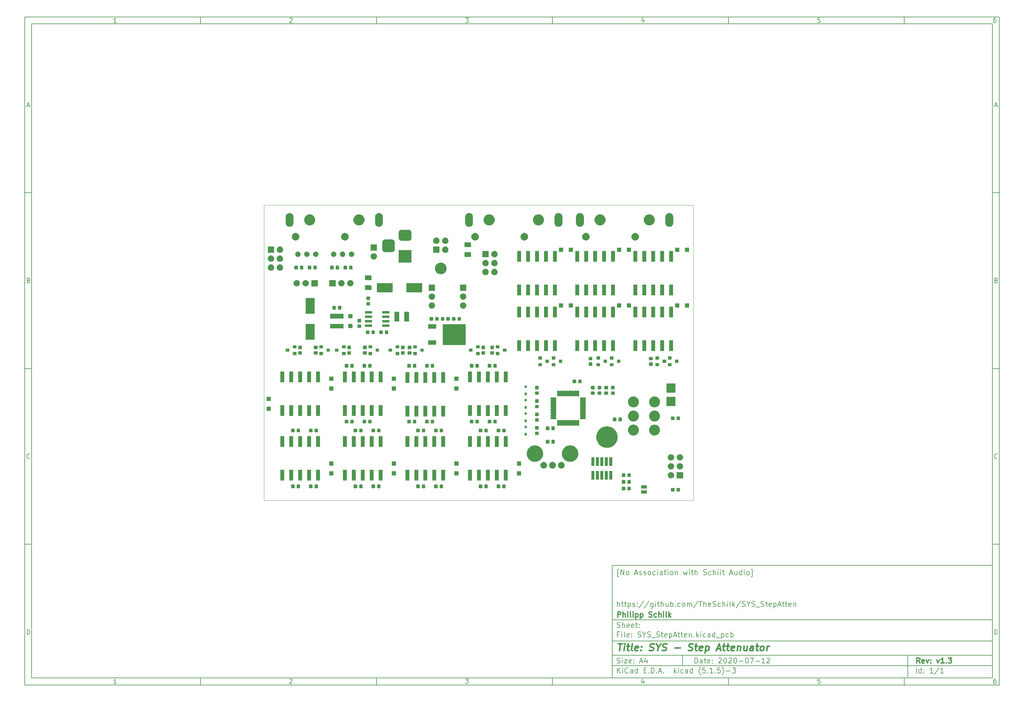
<source format=gbr>
G04 #@! TF.GenerationSoftware,KiCad,Pcbnew,(5.1.5)-3*
G04 #@! TF.CreationDate,2020-08-30T21:04:46+02:00*
G04 #@! TF.ProjectId,SYS_StepAtten,5359535f-5374-4657-9041-7474656e2e6b,v1.3*
G04 #@! TF.SameCoordinates,Original*
G04 #@! TF.FileFunction,Soldermask,Top*
G04 #@! TF.FilePolarity,Negative*
%FSLAX46Y46*%
G04 Gerber Fmt 4.6, Leading zero omitted, Abs format (unit mm)*
G04 Created by KiCad (PCBNEW (5.1.5)-3) date 2020-08-30 21:04:46*
%MOMM*%
%LPD*%
G04 APERTURE LIST*
%ADD10C,0.100000*%
%ADD11C,0.150000*%
%ADD12C,0.300000*%
%ADD13C,0.400000*%
%ADD14C,0.050000*%
G04 APERTURE END LIST*
D10*
D11*
X177002200Y-166007200D02*
X177002200Y-198007200D01*
X285002200Y-198007200D01*
X285002200Y-166007200D01*
X177002200Y-166007200D01*
D10*
D11*
X10000000Y-10000000D02*
X10000000Y-200007200D01*
X287002200Y-200007200D01*
X287002200Y-10000000D01*
X10000000Y-10000000D01*
D10*
D11*
X12000000Y-12000000D02*
X12000000Y-198007200D01*
X285002200Y-198007200D01*
X285002200Y-12000000D01*
X12000000Y-12000000D01*
D10*
D11*
X60000000Y-12000000D02*
X60000000Y-10000000D01*
D10*
D11*
X110000000Y-12000000D02*
X110000000Y-10000000D01*
D10*
D11*
X160000000Y-12000000D02*
X160000000Y-10000000D01*
D10*
D11*
X210000000Y-12000000D02*
X210000000Y-10000000D01*
D10*
D11*
X260000000Y-12000000D02*
X260000000Y-10000000D01*
D10*
D11*
X36065476Y-11588095D02*
X35322619Y-11588095D01*
X35694047Y-11588095D02*
X35694047Y-10288095D01*
X35570238Y-10473809D01*
X35446428Y-10597619D01*
X35322619Y-10659523D01*
D10*
D11*
X85322619Y-10411904D02*
X85384523Y-10350000D01*
X85508333Y-10288095D01*
X85817857Y-10288095D01*
X85941666Y-10350000D01*
X86003571Y-10411904D01*
X86065476Y-10535714D01*
X86065476Y-10659523D01*
X86003571Y-10845238D01*
X85260714Y-11588095D01*
X86065476Y-11588095D01*
D10*
D11*
X135260714Y-10288095D02*
X136065476Y-10288095D01*
X135632142Y-10783333D01*
X135817857Y-10783333D01*
X135941666Y-10845238D01*
X136003571Y-10907142D01*
X136065476Y-11030952D01*
X136065476Y-11340476D01*
X136003571Y-11464285D01*
X135941666Y-11526190D01*
X135817857Y-11588095D01*
X135446428Y-11588095D01*
X135322619Y-11526190D01*
X135260714Y-11464285D01*
D10*
D11*
X185941666Y-10721428D02*
X185941666Y-11588095D01*
X185632142Y-10226190D02*
X185322619Y-11154761D01*
X186127380Y-11154761D01*
D10*
D11*
X236003571Y-10288095D02*
X235384523Y-10288095D01*
X235322619Y-10907142D01*
X235384523Y-10845238D01*
X235508333Y-10783333D01*
X235817857Y-10783333D01*
X235941666Y-10845238D01*
X236003571Y-10907142D01*
X236065476Y-11030952D01*
X236065476Y-11340476D01*
X236003571Y-11464285D01*
X235941666Y-11526190D01*
X235817857Y-11588095D01*
X235508333Y-11588095D01*
X235384523Y-11526190D01*
X235322619Y-11464285D01*
D10*
D11*
X285941666Y-10288095D02*
X285694047Y-10288095D01*
X285570238Y-10350000D01*
X285508333Y-10411904D01*
X285384523Y-10597619D01*
X285322619Y-10845238D01*
X285322619Y-11340476D01*
X285384523Y-11464285D01*
X285446428Y-11526190D01*
X285570238Y-11588095D01*
X285817857Y-11588095D01*
X285941666Y-11526190D01*
X286003571Y-11464285D01*
X286065476Y-11340476D01*
X286065476Y-11030952D01*
X286003571Y-10907142D01*
X285941666Y-10845238D01*
X285817857Y-10783333D01*
X285570238Y-10783333D01*
X285446428Y-10845238D01*
X285384523Y-10907142D01*
X285322619Y-11030952D01*
D10*
D11*
X60000000Y-198007200D02*
X60000000Y-200007200D01*
D10*
D11*
X110000000Y-198007200D02*
X110000000Y-200007200D01*
D10*
D11*
X160000000Y-198007200D02*
X160000000Y-200007200D01*
D10*
D11*
X210000000Y-198007200D02*
X210000000Y-200007200D01*
D10*
D11*
X260000000Y-198007200D02*
X260000000Y-200007200D01*
D10*
D11*
X36065476Y-199595295D02*
X35322619Y-199595295D01*
X35694047Y-199595295D02*
X35694047Y-198295295D01*
X35570238Y-198481009D01*
X35446428Y-198604819D01*
X35322619Y-198666723D01*
D10*
D11*
X85322619Y-198419104D02*
X85384523Y-198357200D01*
X85508333Y-198295295D01*
X85817857Y-198295295D01*
X85941666Y-198357200D01*
X86003571Y-198419104D01*
X86065476Y-198542914D01*
X86065476Y-198666723D01*
X86003571Y-198852438D01*
X85260714Y-199595295D01*
X86065476Y-199595295D01*
D10*
D11*
X135260714Y-198295295D02*
X136065476Y-198295295D01*
X135632142Y-198790533D01*
X135817857Y-198790533D01*
X135941666Y-198852438D01*
X136003571Y-198914342D01*
X136065476Y-199038152D01*
X136065476Y-199347676D01*
X136003571Y-199471485D01*
X135941666Y-199533390D01*
X135817857Y-199595295D01*
X135446428Y-199595295D01*
X135322619Y-199533390D01*
X135260714Y-199471485D01*
D10*
D11*
X185941666Y-198728628D02*
X185941666Y-199595295D01*
X185632142Y-198233390D02*
X185322619Y-199161961D01*
X186127380Y-199161961D01*
D10*
D11*
X236003571Y-198295295D02*
X235384523Y-198295295D01*
X235322619Y-198914342D01*
X235384523Y-198852438D01*
X235508333Y-198790533D01*
X235817857Y-198790533D01*
X235941666Y-198852438D01*
X236003571Y-198914342D01*
X236065476Y-199038152D01*
X236065476Y-199347676D01*
X236003571Y-199471485D01*
X235941666Y-199533390D01*
X235817857Y-199595295D01*
X235508333Y-199595295D01*
X235384523Y-199533390D01*
X235322619Y-199471485D01*
D10*
D11*
X285941666Y-198295295D02*
X285694047Y-198295295D01*
X285570238Y-198357200D01*
X285508333Y-198419104D01*
X285384523Y-198604819D01*
X285322619Y-198852438D01*
X285322619Y-199347676D01*
X285384523Y-199471485D01*
X285446428Y-199533390D01*
X285570238Y-199595295D01*
X285817857Y-199595295D01*
X285941666Y-199533390D01*
X286003571Y-199471485D01*
X286065476Y-199347676D01*
X286065476Y-199038152D01*
X286003571Y-198914342D01*
X285941666Y-198852438D01*
X285817857Y-198790533D01*
X285570238Y-198790533D01*
X285446428Y-198852438D01*
X285384523Y-198914342D01*
X285322619Y-199038152D01*
D10*
D11*
X10000000Y-60000000D02*
X12000000Y-60000000D01*
D10*
D11*
X10000000Y-110000000D02*
X12000000Y-110000000D01*
D10*
D11*
X10000000Y-160000000D02*
X12000000Y-160000000D01*
D10*
D11*
X10690476Y-35216666D02*
X11309523Y-35216666D01*
X10566666Y-35588095D02*
X11000000Y-34288095D01*
X11433333Y-35588095D01*
D10*
D11*
X11092857Y-84907142D02*
X11278571Y-84969047D01*
X11340476Y-85030952D01*
X11402380Y-85154761D01*
X11402380Y-85340476D01*
X11340476Y-85464285D01*
X11278571Y-85526190D01*
X11154761Y-85588095D01*
X10659523Y-85588095D01*
X10659523Y-84288095D01*
X11092857Y-84288095D01*
X11216666Y-84350000D01*
X11278571Y-84411904D01*
X11340476Y-84535714D01*
X11340476Y-84659523D01*
X11278571Y-84783333D01*
X11216666Y-84845238D01*
X11092857Y-84907142D01*
X10659523Y-84907142D01*
D10*
D11*
X11402380Y-135464285D02*
X11340476Y-135526190D01*
X11154761Y-135588095D01*
X11030952Y-135588095D01*
X10845238Y-135526190D01*
X10721428Y-135402380D01*
X10659523Y-135278571D01*
X10597619Y-135030952D01*
X10597619Y-134845238D01*
X10659523Y-134597619D01*
X10721428Y-134473809D01*
X10845238Y-134350000D01*
X11030952Y-134288095D01*
X11154761Y-134288095D01*
X11340476Y-134350000D01*
X11402380Y-134411904D01*
D10*
D11*
X10659523Y-185588095D02*
X10659523Y-184288095D01*
X10969047Y-184288095D01*
X11154761Y-184350000D01*
X11278571Y-184473809D01*
X11340476Y-184597619D01*
X11402380Y-184845238D01*
X11402380Y-185030952D01*
X11340476Y-185278571D01*
X11278571Y-185402380D01*
X11154761Y-185526190D01*
X10969047Y-185588095D01*
X10659523Y-185588095D01*
D10*
D11*
X287002200Y-60000000D02*
X285002200Y-60000000D01*
D10*
D11*
X287002200Y-110000000D02*
X285002200Y-110000000D01*
D10*
D11*
X287002200Y-160000000D02*
X285002200Y-160000000D01*
D10*
D11*
X285692676Y-35216666D02*
X286311723Y-35216666D01*
X285568866Y-35588095D02*
X286002200Y-34288095D01*
X286435533Y-35588095D01*
D10*
D11*
X286095057Y-84907142D02*
X286280771Y-84969047D01*
X286342676Y-85030952D01*
X286404580Y-85154761D01*
X286404580Y-85340476D01*
X286342676Y-85464285D01*
X286280771Y-85526190D01*
X286156961Y-85588095D01*
X285661723Y-85588095D01*
X285661723Y-84288095D01*
X286095057Y-84288095D01*
X286218866Y-84350000D01*
X286280771Y-84411904D01*
X286342676Y-84535714D01*
X286342676Y-84659523D01*
X286280771Y-84783333D01*
X286218866Y-84845238D01*
X286095057Y-84907142D01*
X285661723Y-84907142D01*
D10*
D11*
X286404580Y-135464285D02*
X286342676Y-135526190D01*
X286156961Y-135588095D01*
X286033152Y-135588095D01*
X285847438Y-135526190D01*
X285723628Y-135402380D01*
X285661723Y-135278571D01*
X285599819Y-135030952D01*
X285599819Y-134845238D01*
X285661723Y-134597619D01*
X285723628Y-134473809D01*
X285847438Y-134350000D01*
X286033152Y-134288095D01*
X286156961Y-134288095D01*
X286342676Y-134350000D01*
X286404580Y-134411904D01*
D10*
D11*
X285661723Y-185588095D02*
X285661723Y-184288095D01*
X285971247Y-184288095D01*
X286156961Y-184350000D01*
X286280771Y-184473809D01*
X286342676Y-184597619D01*
X286404580Y-184845238D01*
X286404580Y-185030952D01*
X286342676Y-185278571D01*
X286280771Y-185402380D01*
X286156961Y-185526190D01*
X285971247Y-185588095D01*
X285661723Y-185588095D01*
D10*
D11*
X200434342Y-193785771D02*
X200434342Y-192285771D01*
X200791485Y-192285771D01*
X201005771Y-192357200D01*
X201148628Y-192500057D01*
X201220057Y-192642914D01*
X201291485Y-192928628D01*
X201291485Y-193142914D01*
X201220057Y-193428628D01*
X201148628Y-193571485D01*
X201005771Y-193714342D01*
X200791485Y-193785771D01*
X200434342Y-193785771D01*
X202577200Y-193785771D02*
X202577200Y-193000057D01*
X202505771Y-192857200D01*
X202362914Y-192785771D01*
X202077200Y-192785771D01*
X201934342Y-192857200D01*
X202577200Y-193714342D02*
X202434342Y-193785771D01*
X202077200Y-193785771D01*
X201934342Y-193714342D01*
X201862914Y-193571485D01*
X201862914Y-193428628D01*
X201934342Y-193285771D01*
X202077200Y-193214342D01*
X202434342Y-193214342D01*
X202577200Y-193142914D01*
X203077200Y-192785771D02*
X203648628Y-192785771D01*
X203291485Y-192285771D02*
X203291485Y-193571485D01*
X203362914Y-193714342D01*
X203505771Y-193785771D01*
X203648628Y-193785771D01*
X204720057Y-193714342D02*
X204577200Y-193785771D01*
X204291485Y-193785771D01*
X204148628Y-193714342D01*
X204077200Y-193571485D01*
X204077200Y-193000057D01*
X204148628Y-192857200D01*
X204291485Y-192785771D01*
X204577200Y-192785771D01*
X204720057Y-192857200D01*
X204791485Y-193000057D01*
X204791485Y-193142914D01*
X204077200Y-193285771D01*
X205434342Y-193642914D02*
X205505771Y-193714342D01*
X205434342Y-193785771D01*
X205362914Y-193714342D01*
X205434342Y-193642914D01*
X205434342Y-193785771D01*
X205434342Y-192857200D02*
X205505771Y-192928628D01*
X205434342Y-193000057D01*
X205362914Y-192928628D01*
X205434342Y-192857200D01*
X205434342Y-193000057D01*
X207220057Y-192428628D02*
X207291485Y-192357200D01*
X207434342Y-192285771D01*
X207791485Y-192285771D01*
X207934342Y-192357200D01*
X208005771Y-192428628D01*
X208077200Y-192571485D01*
X208077200Y-192714342D01*
X208005771Y-192928628D01*
X207148628Y-193785771D01*
X208077200Y-193785771D01*
X209005771Y-192285771D02*
X209148628Y-192285771D01*
X209291485Y-192357200D01*
X209362914Y-192428628D01*
X209434342Y-192571485D01*
X209505771Y-192857200D01*
X209505771Y-193214342D01*
X209434342Y-193500057D01*
X209362914Y-193642914D01*
X209291485Y-193714342D01*
X209148628Y-193785771D01*
X209005771Y-193785771D01*
X208862914Y-193714342D01*
X208791485Y-193642914D01*
X208720057Y-193500057D01*
X208648628Y-193214342D01*
X208648628Y-192857200D01*
X208720057Y-192571485D01*
X208791485Y-192428628D01*
X208862914Y-192357200D01*
X209005771Y-192285771D01*
X210077200Y-192428628D02*
X210148628Y-192357200D01*
X210291485Y-192285771D01*
X210648628Y-192285771D01*
X210791485Y-192357200D01*
X210862914Y-192428628D01*
X210934342Y-192571485D01*
X210934342Y-192714342D01*
X210862914Y-192928628D01*
X210005771Y-193785771D01*
X210934342Y-193785771D01*
X211862914Y-192285771D02*
X212005771Y-192285771D01*
X212148628Y-192357200D01*
X212220057Y-192428628D01*
X212291485Y-192571485D01*
X212362914Y-192857200D01*
X212362914Y-193214342D01*
X212291485Y-193500057D01*
X212220057Y-193642914D01*
X212148628Y-193714342D01*
X212005771Y-193785771D01*
X211862914Y-193785771D01*
X211720057Y-193714342D01*
X211648628Y-193642914D01*
X211577200Y-193500057D01*
X211505771Y-193214342D01*
X211505771Y-192857200D01*
X211577200Y-192571485D01*
X211648628Y-192428628D01*
X211720057Y-192357200D01*
X211862914Y-192285771D01*
X213005771Y-193214342D02*
X214148628Y-193214342D01*
X215148628Y-192285771D02*
X215291485Y-192285771D01*
X215434342Y-192357200D01*
X215505771Y-192428628D01*
X215577200Y-192571485D01*
X215648628Y-192857200D01*
X215648628Y-193214342D01*
X215577200Y-193500057D01*
X215505771Y-193642914D01*
X215434342Y-193714342D01*
X215291485Y-193785771D01*
X215148628Y-193785771D01*
X215005771Y-193714342D01*
X214934342Y-193642914D01*
X214862914Y-193500057D01*
X214791485Y-193214342D01*
X214791485Y-192857200D01*
X214862914Y-192571485D01*
X214934342Y-192428628D01*
X215005771Y-192357200D01*
X215148628Y-192285771D01*
X216148628Y-192285771D02*
X217148628Y-192285771D01*
X216505771Y-193785771D01*
X217720057Y-193214342D02*
X218862914Y-193214342D01*
X220362914Y-193785771D02*
X219505771Y-193785771D01*
X219934342Y-193785771D02*
X219934342Y-192285771D01*
X219791485Y-192500057D01*
X219648628Y-192642914D01*
X219505771Y-192714342D01*
X220934342Y-192428628D02*
X221005771Y-192357200D01*
X221148628Y-192285771D01*
X221505771Y-192285771D01*
X221648628Y-192357200D01*
X221720057Y-192428628D01*
X221791485Y-192571485D01*
X221791485Y-192714342D01*
X221720057Y-192928628D01*
X220862914Y-193785771D01*
X221791485Y-193785771D01*
D10*
D11*
X177002200Y-194507200D02*
X285002200Y-194507200D01*
D10*
D11*
X178434342Y-196585771D02*
X178434342Y-195085771D01*
X179291485Y-196585771D02*
X178648628Y-195728628D01*
X179291485Y-195085771D02*
X178434342Y-195942914D01*
X179934342Y-196585771D02*
X179934342Y-195585771D01*
X179934342Y-195085771D02*
X179862914Y-195157200D01*
X179934342Y-195228628D01*
X180005771Y-195157200D01*
X179934342Y-195085771D01*
X179934342Y-195228628D01*
X181505771Y-196442914D02*
X181434342Y-196514342D01*
X181220057Y-196585771D01*
X181077200Y-196585771D01*
X180862914Y-196514342D01*
X180720057Y-196371485D01*
X180648628Y-196228628D01*
X180577200Y-195942914D01*
X180577200Y-195728628D01*
X180648628Y-195442914D01*
X180720057Y-195300057D01*
X180862914Y-195157200D01*
X181077200Y-195085771D01*
X181220057Y-195085771D01*
X181434342Y-195157200D01*
X181505771Y-195228628D01*
X182791485Y-196585771D02*
X182791485Y-195800057D01*
X182720057Y-195657200D01*
X182577200Y-195585771D01*
X182291485Y-195585771D01*
X182148628Y-195657200D01*
X182791485Y-196514342D02*
X182648628Y-196585771D01*
X182291485Y-196585771D01*
X182148628Y-196514342D01*
X182077200Y-196371485D01*
X182077200Y-196228628D01*
X182148628Y-196085771D01*
X182291485Y-196014342D01*
X182648628Y-196014342D01*
X182791485Y-195942914D01*
X184148628Y-196585771D02*
X184148628Y-195085771D01*
X184148628Y-196514342D02*
X184005771Y-196585771D01*
X183720057Y-196585771D01*
X183577200Y-196514342D01*
X183505771Y-196442914D01*
X183434342Y-196300057D01*
X183434342Y-195871485D01*
X183505771Y-195728628D01*
X183577200Y-195657200D01*
X183720057Y-195585771D01*
X184005771Y-195585771D01*
X184148628Y-195657200D01*
X186005771Y-195800057D02*
X186505771Y-195800057D01*
X186720057Y-196585771D02*
X186005771Y-196585771D01*
X186005771Y-195085771D01*
X186720057Y-195085771D01*
X187362914Y-196442914D02*
X187434342Y-196514342D01*
X187362914Y-196585771D01*
X187291485Y-196514342D01*
X187362914Y-196442914D01*
X187362914Y-196585771D01*
X188077200Y-196585771D02*
X188077200Y-195085771D01*
X188434342Y-195085771D01*
X188648628Y-195157200D01*
X188791485Y-195300057D01*
X188862914Y-195442914D01*
X188934342Y-195728628D01*
X188934342Y-195942914D01*
X188862914Y-196228628D01*
X188791485Y-196371485D01*
X188648628Y-196514342D01*
X188434342Y-196585771D01*
X188077200Y-196585771D01*
X189577200Y-196442914D02*
X189648628Y-196514342D01*
X189577200Y-196585771D01*
X189505771Y-196514342D01*
X189577200Y-196442914D01*
X189577200Y-196585771D01*
X190220057Y-196157200D02*
X190934342Y-196157200D01*
X190077200Y-196585771D02*
X190577200Y-195085771D01*
X191077200Y-196585771D01*
X191577200Y-196442914D02*
X191648628Y-196514342D01*
X191577200Y-196585771D01*
X191505771Y-196514342D01*
X191577200Y-196442914D01*
X191577200Y-196585771D01*
X194577200Y-196585771D02*
X194577200Y-195085771D01*
X194720057Y-196014342D02*
X195148628Y-196585771D01*
X195148628Y-195585771D02*
X194577200Y-196157200D01*
X195791485Y-196585771D02*
X195791485Y-195585771D01*
X195791485Y-195085771D02*
X195720057Y-195157200D01*
X195791485Y-195228628D01*
X195862914Y-195157200D01*
X195791485Y-195085771D01*
X195791485Y-195228628D01*
X197148628Y-196514342D02*
X197005771Y-196585771D01*
X196720057Y-196585771D01*
X196577200Y-196514342D01*
X196505771Y-196442914D01*
X196434342Y-196300057D01*
X196434342Y-195871485D01*
X196505771Y-195728628D01*
X196577200Y-195657200D01*
X196720057Y-195585771D01*
X197005771Y-195585771D01*
X197148628Y-195657200D01*
X198434342Y-196585771D02*
X198434342Y-195800057D01*
X198362914Y-195657200D01*
X198220057Y-195585771D01*
X197934342Y-195585771D01*
X197791485Y-195657200D01*
X198434342Y-196514342D02*
X198291485Y-196585771D01*
X197934342Y-196585771D01*
X197791485Y-196514342D01*
X197720057Y-196371485D01*
X197720057Y-196228628D01*
X197791485Y-196085771D01*
X197934342Y-196014342D01*
X198291485Y-196014342D01*
X198434342Y-195942914D01*
X199791485Y-196585771D02*
X199791485Y-195085771D01*
X199791485Y-196514342D02*
X199648628Y-196585771D01*
X199362914Y-196585771D01*
X199220057Y-196514342D01*
X199148628Y-196442914D01*
X199077200Y-196300057D01*
X199077200Y-195871485D01*
X199148628Y-195728628D01*
X199220057Y-195657200D01*
X199362914Y-195585771D01*
X199648628Y-195585771D01*
X199791485Y-195657200D01*
X202077200Y-197157200D02*
X202005771Y-197085771D01*
X201862914Y-196871485D01*
X201791485Y-196728628D01*
X201720057Y-196514342D01*
X201648628Y-196157200D01*
X201648628Y-195871485D01*
X201720057Y-195514342D01*
X201791485Y-195300057D01*
X201862914Y-195157200D01*
X202005771Y-194942914D01*
X202077200Y-194871485D01*
X203362914Y-195085771D02*
X202648628Y-195085771D01*
X202577200Y-195800057D01*
X202648628Y-195728628D01*
X202791485Y-195657200D01*
X203148628Y-195657200D01*
X203291485Y-195728628D01*
X203362914Y-195800057D01*
X203434342Y-195942914D01*
X203434342Y-196300057D01*
X203362914Y-196442914D01*
X203291485Y-196514342D01*
X203148628Y-196585771D01*
X202791485Y-196585771D01*
X202648628Y-196514342D01*
X202577200Y-196442914D01*
X204077200Y-196442914D02*
X204148628Y-196514342D01*
X204077200Y-196585771D01*
X204005771Y-196514342D01*
X204077200Y-196442914D01*
X204077200Y-196585771D01*
X205577200Y-196585771D02*
X204720057Y-196585771D01*
X205148628Y-196585771D02*
X205148628Y-195085771D01*
X205005771Y-195300057D01*
X204862914Y-195442914D01*
X204720057Y-195514342D01*
X206220057Y-196442914D02*
X206291485Y-196514342D01*
X206220057Y-196585771D01*
X206148628Y-196514342D01*
X206220057Y-196442914D01*
X206220057Y-196585771D01*
X207648628Y-195085771D02*
X206934342Y-195085771D01*
X206862914Y-195800057D01*
X206934342Y-195728628D01*
X207077200Y-195657200D01*
X207434342Y-195657200D01*
X207577200Y-195728628D01*
X207648628Y-195800057D01*
X207720057Y-195942914D01*
X207720057Y-196300057D01*
X207648628Y-196442914D01*
X207577200Y-196514342D01*
X207434342Y-196585771D01*
X207077200Y-196585771D01*
X206934342Y-196514342D01*
X206862914Y-196442914D01*
X208220057Y-197157200D02*
X208291485Y-197085771D01*
X208434342Y-196871485D01*
X208505771Y-196728628D01*
X208577200Y-196514342D01*
X208648628Y-196157200D01*
X208648628Y-195871485D01*
X208577200Y-195514342D01*
X208505771Y-195300057D01*
X208434342Y-195157200D01*
X208291485Y-194942914D01*
X208220057Y-194871485D01*
X209362914Y-196014342D02*
X210505771Y-196014342D01*
X211077200Y-195085771D02*
X212005771Y-195085771D01*
X211505771Y-195657200D01*
X211720057Y-195657200D01*
X211862914Y-195728628D01*
X211934342Y-195800057D01*
X212005771Y-195942914D01*
X212005771Y-196300057D01*
X211934342Y-196442914D01*
X211862914Y-196514342D01*
X211720057Y-196585771D01*
X211291485Y-196585771D01*
X211148628Y-196514342D01*
X211077200Y-196442914D01*
D10*
D11*
X177002200Y-191507200D02*
X285002200Y-191507200D01*
D10*
D12*
X264411485Y-193785771D02*
X263911485Y-193071485D01*
X263554342Y-193785771D02*
X263554342Y-192285771D01*
X264125771Y-192285771D01*
X264268628Y-192357200D01*
X264340057Y-192428628D01*
X264411485Y-192571485D01*
X264411485Y-192785771D01*
X264340057Y-192928628D01*
X264268628Y-193000057D01*
X264125771Y-193071485D01*
X263554342Y-193071485D01*
X265625771Y-193714342D02*
X265482914Y-193785771D01*
X265197200Y-193785771D01*
X265054342Y-193714342D01*
X264982914Y-193571485D01*
X264982914Y-193000057D01*
X265054342Y-192857200D01*
X265197200Y-192785771D01*
X265482914Y-192785771D01*
X265625771Y-192857200D01*
X265697200Y-193000057D01*
X265697200Y-193142914D01*
X264982914Y-193285771D01*
X266197200Y-192785771D02*
X266554342Y-193785771D01*
X266911485Y-192785771D01*
X267482914Y-193642914D02*
X267554342Y-193714342D01*
X267482914Y-193785771D01*
X267411485Y-193714342D01*
X267482914Y-193642914D01*
X267482914Y-193785771D01*
X267482914Y-192857200D02*
X267554342Y-192928628D01*
X267482914Y-193000057D01*
X267411485Y-192928628D01*
X267482914Y-192857200D01*
X267482914Y-193000057D01*
X269197200Y-192785771D02*
X269554342Y-193785771D01*
X269911485Y-192785771D01*
X271268628Y-193785771D02*
X270411485Y-193785771D01*
X270840057Y-193785771D02*
X270840057Y-192285771D01*
X270697200Y-192500057D01*
X270554342Y-192642914D01*
X270411485Y-192714342D01*
X271911485Y-193642914D02*
X271982914Y-193714342D01*
X271911485Y-193785771D01*
X271840057Y-193714342D01*
X271911485Y-193642914D01*
X271911485Y-193785771D01*
X272482914Y-192285771D02*
X273411485Y-192285771D01*
X272911485Y-192857200D01*
X273125771Y-192857200D01*
X273268628Y-192928628D01*
X273340057Y-193000057D01*
X273411485Y-193142914D01*
X273411485Y-193500057D01*
X273340057Y-193642914D01*
X273268628Y-193714342D01*
X273125771Y-193785771D01*
X272697200Y-193785771D01*
X272554342Y-193714342D01*
X272482914Y-193642914D01*
D10*
D11*
X178362914Y-193714342D02*
X178577200Y-193785771D01*
X178934342Y-193785771D01*
X179077200Y-193714342D01*
X179148628Y-193642914D01*
X179220057Y-193500057D01*
X179220057Y-193357200D01*
X179148628Y-193214342D01*
X179077200Y-193142914D01*
X178934342Y-193071485D01*
X178648628Y-193000057D01*
X178505771Y-192928628D01*
X178434342Y-192857200D01*
X178362914Y-192714342D01*
X178362914Y-192571485D01*
X178434342Y-192428628D01*
X178505771Y-192357200D01*
X178648628Y-192285771D01*
X179005771Y-192285771D01*
X179220057Y-192357200D01*
X179862914Y-193785771D02*
X179862914Y-192785771D01*
X179862914Y-192285771D02*
X179791485Y-192357200D01*
X179862914Y-192428628D01*
X179934342Y-192357200D01*
X179862914Y-192285771D01*
X179862914Y-192428628D01*
X180434342Y-192785771D02*
X181220057Y-192785771D01*
X180434342Y-193785771D01*
X181220057Y-193785771D01*
X182362914Y-193714342D02*
X182220057Y-193785771D01*
X181934342Y-193785771D01*
X181791485Y-193714342D01*
X181720057Y-193571485D01*
X181720057Y-193000057D01*
X181791485Y-192857200D01*
X181934342Y-192785771D01*
X182220057Y-192785771D01*
X182362914Y-192857200D01*
X182434342Y-193000057D01*
X182434342Y-193142914D01*
X181720057Y-193285771D01*
X183077200Y-193642914D02*
X183148628Y-193714342D01*
X183077200Y-193785771D01*
X183005771Y-193714342D01*
X183077200Y-193642914D01*
X183077200Y-193785771D01*
X183077200Y-192857200D02*
X183148628Y-192928628D01*
X183077200Y-193000057D01*
X183005771Y-192928628D01*
X183077200Y-192857200D01*
X183077200Y-193000057D01*
X184862914Y-193357200D02*
X185577200Y-193357200D01*
X184720057Y-193785771D02*
X185220057Y-192285771D01*
X185720057Y-193785771D01*
X186862914Y-192785771D02*
X186862914Y-193785771D01*
X186505771Y-192214342D02*
X186148628Y-193285771D01*
X187077200Y-193285771D01*
D10*
D11*
X263434342Y-196585771D02*
X263434342Y-195085771D01*
X264791485Y-196585771D02*
X264791485Y-195085771D01*
X264791485Y-196514342D02*
X264648628Y-196585771D01*
X264362914Y-196585771D01*
X264220057Y-196514342D01*
X264148628Y-196442914D01*
X264077200Y-196300057D01*
X264077200Y-195871485D01*
X264148628Y-195728628D01*
X264220057Y-195657200D01*
X264362914Y-195585771D01*
X264648628Y-195585771D01*
X264791485Y-195657200D01*
X265505771Y-196442914D02*
X265577200Y-196514342D01*
X265505771Y-196585771D01*
X265434342Y-196514342D01*
X265505771Y-196442914D01*
X265505771Y-196585771D01*
X265505771Y-195657200D02*
X265577200Y-195728628D01*
X265505771Y-195800057D01*
X265434342Y-195728628D01*
X265505771Y-195657200D01*
X265505771Y-195800057D01*
X268148628Y-196585771D02*
X267291485Y-196585771D01*
X267720057Y-196585771D02*
X267720057Y-195085771D01*
X267577200Y-195300057D01*
X267434342Y-195442914D01*
X267291485Y-195514342D01*
X269862914Y-195014342D02*
X268577200Y-196942914D01*
X271148628Y-196585771D02*
X270291485Y-196585771D01*
X270720057Y-196585771D02*
X270720057Y-195085771D01*
X270577200Y-195300057D01*
X270434342Y-195442914D01*
X270291485Y-195514342D01*
D10*
D11*
X177002200Y-187507200D02*
X285002200Y-187507200D01*
D10*
D13*
X178714580Y-188211961D02*
X179857438Y-188211961D01*
X179036009Y-190211961D02*
X179286009Y-188211961D01*
X180274104Y-190211961D02*
X180440771Y-188878628D01*
X180524104Y-188211961D02*
X180416961Y-188307200D01*
X180500295Y-188402438D01*
X180607438Y-188307200D01*
X180524104Y-188211961D01*
X180500295Y-188402438D01*
X181107438Y-188878628D02*
X181869342Y-188878628D01*
X181476485Y-188211961D02*
X181262200Y-189926247D01*
X181333628Y-190116723D01*
X181512200Y-190211961D01*
X181702676Y-190211961D01*
X182655057Y-190211961D02*
X182476485Y-190116723D01*
X182405057Y-189926247D01*
X182619342Y-188211961D01*
X184190771Y-190116723D02*
X183988390Y-190211961D01*
X183607438Y-190211961D01*
X183428866Y-190116723D01*
X183357438Y-189926247D01*
X183452676Y-189164342D01*
X183571723Y-188973866D01*
X183774104Y-188878628D01*
X184155057Y-188878628D01*
X184333628Y-188973866D01*
X184405057Y-189164342D01*
X184381247Y-189354819D01*
X183405057Y-189545295D01*
X185155057Y-190021485D02*
X185238390Y-190116723D01*
X185131247Y-190211961D01*
X185047914Y-190116723D01*
X185155057Y-190021485D01*
X185131247Y-190211961D01*
X185286009Y-188973866D02*
X185369342Y-189069104D01*
X185262200Y-189164342D01*
X185178866Y-189069104D01*
X185286009Y-188973866D01*
X185262200Y-189164342D01*
X187524104Y-190116723D02*
X187797914Y-190211961D01*
X188274104Y-190211961D01*
X188476485Y-190116723D01*
X188583628Y-190021485D01*
X188702676Y-189831009D01*
X188726485Y-189640533D01*
X188655057Y-189450057D01*
X188571723Y-189354819D01*
X188393152Y-189259580D01*
X188024104Y-189164342D01*
X187845533Y-189069104D01*
X187762200Y-188973866D01*
X187690771Y-188783390D01*
X187714580Y-188592914D01*
X187833628Y-188402438D01*
X187940771Y-188307200D01*
X188143152Y-188211961D01*
X188619342Y-188211961D01*
X188893152Y-188307200D01*
X190012200Y-189259580D02*
X189893152Y-190211961D01*
X189476485Y-188211961D02*
X190012200Y-189259580D01*
X190809819Y-188211961D01*
X191143152Y-190116723D02*
X191416961Y-190211961D01*
X191893152Y-190211961D01*
X192095533Y-190116723D01*
X192202676Y-190021485D01*
X192321723Y-189831009D01*
X192345533Y-189640533D01*
X192274104Y-189450057D01*
X192190771Y-189354819D01*
X192012200Y-189259580D01*
X191643152Y-189164342D01*
X191464580Y-189069104D01*
X191381247Y-188973866D01*
X191309819Y-188783390D01*
X191333628Y-188592914D01*
X191452676Y-188402438D01*
X191559819Y-188307200D01*
X191762200Y-188211961D01*
X192238390Y-188211961D01*
X192512200Y-188307200D01*
X194750295Y-189450057D02*
X196274104Y-189450057D01*
X198571723Y-190116723D02*
X198845533Y-190211961D01*
X199321723Y-190211961D01*
X199524104Y-190116723D01*
X199631247Y-190021485D01*
X199750295Y-189831009D01*
X199774104Y-189640533D01*
X199702676Y-189450057D01*
X199619342Y-189354819D01*
X199440771Y-189259580D01*
X199071723Y-189164342D01*
X198893152Y-189069104D01*
X198809819Y-188973866D01*
X198738390Y-188783390D01*
X198762200Y-188592914D01*
X198881247Y-188402438D01*
X198988390Y-188307200D01*
X199190771Y-188211961D01*
X199666961Y-188211961D01*
X199940771Y-188307200D01*
X200440771Y-188878628D02*
X201202676Y-188878628D01*
X200809819Y-188211961D02*
X200595533Y-189926247D01*
X200666961Y-190116723D01*
X200845533Y-190211961D01*
X201036009Y-190211961D01*
X202476485Y-190116723D02*
X202274104Y-190211961D01*
X201893152Y-190211961D01*
X201714580Y-190116723D01*
X201643152Y-189926247D01*
X201738390Y-189164342D01*
X201857438Y-188973866D01*
X202059819Y-188878628D01*
X202440771Y-188878628D01*
X202619342Y-188973866D01*
X202690771Y-189164342D01*
X202666961Y-189354819D01*
X201690771Y-189545295D01*
X203583628Y-188878628D02*
X203333628Y-190878628D01*
X203571723Y-188973866D02*
X203774104Y-188878628D01*
X204155057Y-188878628D01*
X204333628Y-188973866D01*
X204416961Y-189069104D01*
X204488390Y-189259580D01*
X204416961Y-189831009D01*
X204297914Y-190021485D01*
X204190771Y-190116723D01*
X203988390Y-190211961D01*
X203607438Y-190211961D01*
X203428866Y-190116723D01*
X206726485Y-189640533D02*
X207678866Y-189640533D01*
X206464580Y-190211961D02*
X207381247Y-188211961D01*
X207797914Y-190211961D01*
X208345533Y-188878628D02*
X209107438Y-188878628D01*
X208714580Y-188211961D02*
X208500295Y-189926247D01*
X208571723Y-190116723D01*
X208750295Y-190211961D01*
X208940771Y-190211961D01*
X209488390Y-188878628D02*
X210250295Y-188878628D01*
X209857438Y-188211961D02*
X209643152Y-189926247D01*
X209714580Y-190116723D01*
X209893152Y-190211961D01*
X210083628Y-190211961D01*
X211524104Y-190116723D02*
X211321723Y-190211961D01*
X210940771Y-190211961D01*
X210762200Y-190116723D01*
X210690771Y-189926247D01*
X210786009Y-189164342D01*
X210905057Y-188973866D01*
X211107438Y-188878628D01*
X211488390Y-188878628D01*
X211666961Y-188973866D01*
X211738390Y-189164342D01*
X211714580Y-189354819D01*
X210738390Y-189545295D01*
X212631247Y-188878628D02*
X212464580Y-190211961D01*
X212607438Y-189069104D02*
X212714580Y-188973866D01*
X212916961Y-188878628D01*
X213202676Y-188878628D01*
X213381247Y-188973866D01*
X213452676Y-189164342D01*
X213321723Y-190211961D01*
X215297914Y-188878628D02*
X215131247Y-190211961D01*
X214440771Y-188878628D02*
X214309819Y-189926247D01*
X214381247Y-190116723D01*
X214559819Y-190211961D01*
X214845533Y-190211961D01*
X215047914Y-190116723D01*
X215155057Y-190021485D01*
X216940771Y-190211961D02*
X217071723Y-189164342D01*
X217000295Y-188973866D01*
X216821723Y-188878628D01*
X216440771Y-188878628D01*
X216238390Y-188973866D01*
X216952676Y-190116723D02*
X216750295Y-190211961D01*
X216274104Y-190211961D01*
X216095533Y-190116723D01*
X216024104Y-189926247D01*
X216047914Y-189735771D01*
X216166961Y-189545295D01*
X216369342Y-189450057D01*
X216845533Y-189450057D01*
X217047914Y-189354819D01*
X217774104Y-188878628D02*
X218536009Y-188878628D01*
X218143152Y-188211961D02*
X217928866Y-189926247D01*
X218000295Y-190116723D01*
X218178866Y-190211961D01*
X218369342Y-190211961D01*
X219321723Y-190211961D02*
X219143152Y-190116723D01*
X219059819Y-190021485D01*
X218988390Y-189831009D01*
X219059819Y-189259580D01*
X219178866Y-189069104D01*
X219286009Y-188973866D01*
X219488390Y-188878628D01*
X219774104Y-188878628D01*
X219952676Y-188973866D01*
X220036009Y-189069104D01*
X220107438Y-189259580D01*
X220036009Y-189831009D01*
X219916961Y-190021485D01*
X219809819Y-190116723D01*
X219607438Y-190211961D01*
X219321723Y-190211961D01*
X220845533Y-190211961D02*
X221012199Y-188878628D01*
X220964580Y-189259580D02*
X221083628Y-189069104D01*
X221190771Y-188973866D01*
X221393152Y-188878628D01*
X221583628Y-188878628D01*
D10*
D11*
X178934342Y-185600057D02*
X178434342Y-185600057D01*
X178434342Y-186385771D02*
X178434342Y-184885771D01*
X179148628Y-184885771D01*
X179720057Y-186385771D02*
X179720057Y-185385771D01*
X179720057Y-184885771D02*
X179648628Y-184957200D01*
X179720057Y-185028628D01*
X179791485Y-184957200D01*
X179720057Y-184885771D01*
X179720057Y-185028628D01*
X180648628Y-186385771D02*
X180505771Y-186314342D01*
X180434342Y-186171485D01*
X180434342Y-184885771D01*
X181791485Y-186314342D02*
X181648628Y-186385771D01*
X181362914Y-186385771D01*
X181220057Y-186314342D01*
X181148628Y-186171485D01*
X181148628Y-185600057D01*
X181220057Y-185457200D01*
X181362914Y-185385771D01*
X181648628Y-185385771D01*
X181791485Y-185457200D01*
X181862914Y-185600057D01*
X181862914Y-185742914D01*
X181148628Y-185885771D01*
X182505771Y-186242914D02*
X182577200Y-186314342D01*
X182505771Y-186385771D01*
X182434342Y-186314342D01*
X182505771Y-186242914D01*
X182505771Y-186385771D01*
X182505771Y-185457200D02*
X182577200Y-185528628D01*
X182505771Y-185600057D01*
X182434342Y-185528628D01*
X182505771Y-185457200D01*
X182505771Y-185600057D01*
X184291485Y-186314342D02*
X184505771Y-186385771D01*
X184862914Y-186385771D01*
X185005771Y-186314342D01*
X185077200Y-186242914D01*
X185148628Y-186100057D01*
X185148628Y-185957200D01*
X185077200Y-185814342D01*
X185005771Y-185742914D01*
X184862914Y-185671485D01*
X184577200Y-185600057D01*
X184434342Y-185528628D01*
X184362914Y-185457200D01*
X184291485Y-185314342D01*
X184291485Y-185171485D01*
X184362914Y-185028628D01*
X184434342Y-184957200D01*
X184577200Y-184885771D01*
X184934342Y-184885771D01*
X185148628Y-184957200D01*
X186077200Y-185671485D02*
X186077200Y-186385771D01*
X185577200Y-184885771D02*
X186077200Y-185671485D01*
X186577200Y-184885771D01*
X187005771Y-186314342D02*
X187220057Y-186385771D01*
X187577200Y-186385771D01*
X187720057Y-186314342D01*
X187791485Y-186242914D01*
X187862914Y-186100057D01*
X187862914Y-185957200D01*
X187791485Y-185814342D01*
X187720057Y-185742914D01*
X187577200Y-185671485D01*
X187291485Y-185600057D01*
X187148628Y-185528628D01*
X187077200Y-185457200D01*
X187005771Y-185314342D01*
X187005771Y-185171485D01*
X187077200Y-185028628D01*
X187148628Y-184957200D01*
X187291485Y-184885771D01*
X187648628Y-184885771D01*
X187862914Y-184957200D01*
X188148628Y-186528628D02*
X189291485Y-186528628D01*
X189577200Y-186314342D02*
X189791485Y-186385771D01*
X190148628Y-186385771D01*
X190291485Y-186314342D01*
X190362914Y-186242914D01*
X190434342Y-186100057D01*
X190434342Y-185957200D01*
X190362914Y-185814342D01*
X190291485Y-185742914D01*
X190148628Y-185671485D01*
X189862914Y-185600057D01*
X189720057Y-185528628D01*
X189648628Y-185457200D01*
X189577200Y-185314342D01*
X189577200Y-185171485D01*
X189648628Y-185028628D01*
X189720057Y-184957200D01*
X189862914Y-184885771D01*
X190220057Y-184885771D01*
X190434342Y-184957200D01*
X190862914Y-185385771D02*
X191434342Y-185385771D01*
X191077200Y-184885771D02*
X191077200Y-186171485D01*
X191148628Y-186314342D01*
X191291485Y-186385771D01*
X191434342Y-186385771D01*
X192505771Y-186314342D02*
X192362914Y-186385771D01*
X192077200Y-186385771D01*
X191934342Y-186314342D01*
X191862914Y-186171485D01*
X191862914Y-185600057D01*
X191934342Y-185457200D01*
X192077200Y-185385771D01*
X192362914Y-185385771D01*
X192505771Y-185457200D01*
X192577200Y-185600057D01*
X192577200Y-185742914D01*
X191862914Y-185885771D01*
X193220057Y-185385771D02*
X193220057Y-186885771D01*
X193220057Y-185457200D02*
X193362914Y-185385771D01*
X193648628Y-185385771D01*
X193791485Y-185457200D01*
X193862914Y-185528628D01*
X193934342Y-185671485D01*
X193934342Y-186100057D01*
X193862914Y-186242914D01*
X193791485Y-186314342D01*
X193648628Y-186385771D01*
X193362914Y-186385771D01*
X193220057Y-186314342D01*
X194505771Y-185957200D02*
X195220057Y-185957200D01*
X194362914Y-186385771D02*
X194862914Y-184885771D01*
X195362914Y-186385771D01*
X195648628Y-185385771D02*
X196220057Y-185385771D01*
X195862914Y-184885771D02*
X195862914Y-186171485D01*
X195934342Y-186314342D01*
X196077200Y-186385771D01*
X196220057Y-186385771D01*
X196505771Y-185385771D02*
X197077200Y-185385771D01*
X196720057Y-184885771D02*
X196720057Y-186171485D01*
X196791485Y-186314342D01*
X196934342Y-186385771D01*
X197077200Y-186385771D01*
X198148628Y-186314342D02*
X198005771Y-186385771D01*
X197720057Y-186385771D01*
X197577200Y-186314342D01*
X197505771Y-186171485D01*
X197505771Y-185600057D01*
X197577200Y-185457200D01*
X197720057Y-185385771D01*
X198005771Y-185385771D01*
X198148628Y-185457200D01*
X198220057Y-185600057D01*
X198220057Y-185742914D01*
X197505771Y-185885771D01*
X198862914Y-185385771D02*
X198862914Y-186385771D01*
X198862914Y-185528628D02*
X198934342Y-185457200D01*
X199077200Y-185385771D01*
X199291485Y-185385771D01*
X199434342Y-185457200D01*
X199505771Y-185600057D01*
X199505771Y-186385771D01*
X200220057Y-186242914D02*
X200291485Y-186314342D01*
X200220057Y-186385771D01*
X200148628Y-186314342D01*
X200220057Y-186242914D01*
X200220057Y-186385771D01*
X200934342Y-186385771D02*
X200934342Y-184885771D01*
X201077200Y-185814342D02*
X201505771Y-186385771D01*
X201505771Y-185385771D02*
X200934342Y-185957200D01*
X202148628Y-186385771D02*
X202148628Y-185385771D01*
X202148628Y-184885771D02*
X202077200Y-184957200D01*
X202148628Y-185028628D01*
X202220057Y-184957200D01*
X202148628Y-184885771D01*
X202148628Y-185028628D01*
X203505771Y-186314342D02*
X203362914Y-186385771D01*
X203077200Y-186385771D01*
X202934342Y-186314342D01*
X202862914Y-186242914D01*
X202791485Y-186100057D01*
X202791485Y-185671485D01*
X202862914Y-185528628D01*
X202934342Y-185457200D01*
X203077200Y-185385771D01*
X203362914Y-185385771D01*
X203505771Y-185457200D01*
X204791485Y-186385771D02*
X204791485Y-185600057D01*
X204720057Y-185457200D01*
X204577200Y-185385771D01*
X204291485Y-185385771D01*
X204148628Y-185457200D01*
X204791485Y-186314342D02*
X204648628Y-186385771D01*
X204291485Y-186385771D01*
X204148628Y-186314342D01*
X204077200Y-186171485D01*
X204077200Y-186028628D01*
X204148628Y-185885771D01*
X204291485Y-185814342D01*
X204648628Y-185814342D01*
X204791485Y-185742914D01*
X206148628Y-186385771D02*
X206148628Y-184885771D01*
X206148628Y-186314342D02*
X206005771Y-186385771D01*
X205720057Y-186385771D01*
X205577200Y-186314342D01*
X205505771Y-186242914D01*
X205434342Y-186100057D01*
X205434342Y-185671485D01*
X205505771Y-185528628D01*
X205577200Y-185457200D01*
X205720057Y-185385771D01*
X206005771Y-185385771D01*
X206148628Y-185457200D01*
X206505771Y-186528628D02*
X207648628Y-186528628D01*
X208005771Y-185385771D02*
X208005771Y-186885771D01*
X208005771Y-185457200D02*
X208148628Y-185385771D01*
X208434342Y-185385771D01*
X208577200Y-185457200D01*
X208648628Y-185528628D01*
X208720057Y-185671485D01*
X208720057Y-186100057D01*
X208648628Y-186242914D01*
X208577200Y-186314342D01*
X208434342Y-186385771D01*
X208148628Y-186385771D01*
X208005771Y-186314342D01*
X210005771Y-186314342D02*
X209862914Y-186385771D01*
X209577200Y-186385771D01*
X209434342Y-186314342D01*
X209362914Y-186242914D01*
X209291485Y-186100057D01*
X209291485Y-185671485D01*
X209362914Y-185528628D01*
X209434342Y-185457200D01*
X209577200Y-185385771D01*
X209862914Y-185385771D01*
X210005771Y-185457200D01*
X210648628Y-186385771D02*
X210648628Y-184885771D01*
X210648628Y-185457200D02*
X210791485Y-185385771D01*
X211077200Y-185385771D01*
X211220057Y-185457200D01*
X211291485Y-185528628D01*
X211362914Y-185671485D01*
X211362914Y-186100057D01*
X211291485Y-186242914D01*
X211220057Y-186314342D01*
X211077200Y-186385771D01*
X210791485Y-186385771D01*
X210648628Y-186314342D01*
D10*
D11*
X177002200Y-181507200D02*
X285002200Y-181507200D01*
D10*
D11*
X178362914Y-183614342D02*
X178577200Y-183685771D01*
X178934342Y-183685771D01*
X179077200Y-183614342D01*
X179148628Y-183542914D01*
X179220057Y-183400057D01*
X179220057Y-183257200D01*
X179148628Y-183114342D01*
X179077200Y-183042914D01*
X178934342Y-182971485D01*
X178648628Y-182900057D01*
X178505771Y-182828628D01*
X178434342Y-182757200D01*
X178362914Y-182614342D01*
X178362914Y-182471485D01*
X178434342Y-182328628D01*
X178505771Y-182257200D01*
X178648628Y-182185771D01*
X179005771Y-182185771D01*
X179220057Y-182257200D01*
X179862914Y-183685771D02*
X179862914Y-182185771D01*
X180505771Y-183685771D02*
X180505771Y-182900057D01*
X180434342Y-182757200D01*
X180291485Y-182685771D01*
X180077200Y-182685771D01*
X179934342Y-182757200D01*
X179862914Y-182828628D01*
X181791485Y-183614342D02*
X181648628Y-183685771D01*
X181362914Y-183685771D01*
X181220057Y-183614342D01*
X181148628Y-183471485D01*
X181148628Y-182900057D01*
X181220057Y-182757200D01*
X181362914Y-182685771D01*
X181648628Y-182685771D01*
X181791485Y-182757200D01*
X181862914Y-182900057D01*
X181862914Y-183042914D01*
X181148628Y-183185771D01*
X183077200Y-183614342D02*
X182934342Y-183685771D01*
X182648628Y-183685771D01*
X182505771Y-183614342D01*
X182434342Y-183471485D01*
X182434342Y-182900057D01*
X182505771Y-182757200D01*
X182648628Y-182685771D01*
X182934342Y-182685771D01*
X183077200Y-182757200D01*
X183148628Y-182900057D01*
X183148628Y-183042914D01*
X182434342Y-183185771D01*
X183577200Y-182685771D02*
X184148628Y-182685771D01*
X183791485Y-182185771D02*
X183791485Y-183471485D01*
X183862914Y-183614342D01*
X184005771Y-183685771D01*
X184148628Y-183685771D01*
X184648628Y-183542914D02*
X184720057Y-183614342D01*
X184648628Y-183685771D01*
X184577200Y-183614342D01*
X184648628Y-183542914D01*
X184648628Y-183685771D01*
X184648628Y-182757200D02*
X184720057Y-182828628D01*
X184648628Y-182900057D01*
X184577200Y-182828628D01*
X184648628Y-182757200D01*
X184648628Y-182900057D01*
D10*
D12*
X178554342Y-180685771D02*
X178554342Y-179185771D01*
X179125771Y-179185771D01*
X179268628Y-179257200D01*
X179340057Y-179328628D01*
X179411485Y-179471485D01*
X179411485Y-179685771D01*
X179340057Y-179828628D01*
X179268628Y-179900057D01*
X179125771Y-179971485D01*
X178554342Y-179971485D01*
X180054342Y-180685771D02*
X180054342Y-179185771D01*
X180697200Y-180685771D02*
X180697200Y-179900057D01*
X180625771Y-179757200D01*
X180482914Y-179685771D01*
X180268628Y-179685771D01*
X180125771Y-179757200D01*
X180054342Y-179828628D01*
X181411485Y-180685771D02*
X181411485Y-179685771D01*
X181411485Y-179185771D02*
X181340057Y-179257200D01*
X181411485Y-179328628D01*
X181482914Y-179257200D01*
X181411485Y-179185771D01*
X181411485Y-179328628D01*
X182340057Y-180685771D02*
X182197200Y-180614342D01*
X182125771Y-180471485D01*
X182125771Y-179185771D01*
X182911485Y-180685771D02*
X182911485Y-179685771D01*
X182911485Y-179185771D02*
X182840057Y-179257200D01*
X182911485Y-179328628D01*
X182982914Y-179257200D01*
X182911485Y-179185771D01*
X182911485Y-179328628D01*
X183625771Y-179685771D02*
X183625771Y-181185771D01*
X183625771Y-179757200D02*
X183768628Y-179685771D01*
X184054342Y-179685771D01*
X184197200Y-179757200D01*
X184268628Y-179828628D01*
X184340057Y-179971485D01*
X184340057Y-180400057D01*
X184268628Y-180542914D01*
X184197200Y-180614342D01*
X184054342Y-180685771D01*
X183768628Y-180685771D01*
X183625771Y-180614342D01*
X184982914Y-179685771D02*
X184982914Y-181185771D01*
X184982914Y-179757200D02*
X185125771Y-179685771D01*
X185411485Y-179685771D01*
X185554342Y-179757200D01*
X185625771Y-179828628D01*
X185697200Y-179971485D01*
X185697200Y-180400057D01*
X185625771Y-180542914D01*
X185554342Y-180614342D01*
X185411485Y-180685771D01*
X185125771Y-180685771D01*
X184982914Y-180614342D01*
X187411485Y-180614342D02*
X187625771Y-180685771D01*
X187982914Y-180685771D01*
X188125771Y-180614342D01*
X188197200Y-180542914D01*
X188268628Y-180400057D01*
X188268628Y-180257200D01*
X188197200Y-180114342D01*
X188125771Y-180042914D01*
X187982914Y-179971485D01*
X187697200Y-179900057D01*
X187554342Y-179828628D01*
X187482914Y-179757200D01*
X187411485Y-179614342D01*
X187411485Y-179471485D01*
X187482914Y-179328628D01*
X187554342Y-179257200D01*
X187697200Y-179185771D01*
X188054342Y-179185771D01*
X188268628Y-179257200D01*
X189554342Y-180614342D02*
X189411485Y-180685771D01*
X189125771Y-180685771D01*
X188982914Y-180614342D01*
X188911485Y-180542914D01*
X188840057Y-180400057D01*
X188840057Y-179971485D01*
X188911485Y-179828628D01*
X188982914Y-179757200D01*
X189125771Y-179685771D01*
X189411485Y-179685771D01*
X189554342Y-179757200D01*
X190197200Y-180685771D02*
X190197200Y-179185771D01*
X190840057Y-180685771D02*
X190840057Y-179900057D01*
X190768628Y-179757200D01*
X190625771Y-179685771D01*
X190411485Y-179685771D01*
X190268628Y-179757200D01*
X190197200Y-179828628D01*
X191554342Y-180685771D02*
X191554342Y-179685771D01*
X191554342Y-179185771D02*
X191482914Y-179257200D01*
X191554342Y-179328628D01*
X191625771Y-179257200D01*
X191554342Y-179185771D01*
X191554342Y-179328628D01*
X192482914Y-180685771D02*
X192340057Y-180614342D01*
X192268628Y-180471485D01*
X192268628Y-179185771D01*
X193054342Y-180685771D02*
X193054342Y-179185771D01*
X193197200Y-180114342D02*
X193625771Y-180685771D01*
X193625771Y-179685771D02*
X193054342Y-180257200D01*
D10*
D11*
X178434342Y-177685771D02*
X178434342Y-176185771D01*
X179077200Y-177685771D02*
X179077200Y-176900057D01*
X179005771Y-176757200D01*
X178862914Y-176685771D01*
X178648628Y-176685771D01*
X178505771Y-176757200D01*
X178434342Y-176828628D01*
X179577200Y-176685771D02*
X180148628Y-176685771D01*
X179791485Y-176185771D02*
X179791485Y-177471485D01*
X179862914Y-177614342D01*
X180005771Y-177685771D01*
X180148628Y-177685771D01*
X180434342Y-176685771D02*
X181005771Y-176685771D01*
X180648628Y-176185771D02*
X180648628Y-177471485D01*
X180720057Y-177614342D01*
X180862914Y-177685771D01*
X181005771Y-177685771D01*
X181505771Y-176685771D02*
X181505771Y-178185771D01*
X181505771Y-176757200D02*
X181648628Y-176685771D01*
X181934342Y-176685771D01*
X182077200Y-176757200D01*
X182148628Y-176828628D01*
X182220057Y-176971485D01*
X182220057Y-177400057D01*
X182148628Y-177542914D01*
X182077200Y-177614342D01*
X181934342Y-177685771D01*
X181648628Y-177685771D01*
X181505771Y-177614342D01*
X182791485Y-177614342D02*
X182934342Y-177685771D01*
X183220057Y-177685771D01*
X183362914Y-177614342D01*
X183434342Y-177471485D01*
X183434342Y-177400057D01*
X183362914Y-177257200D01*
X183220057Y-177185771D01*
X183005771Y-177185771D01*
X182862914Y-177114342D01*
X182791485Y-176971485D01*
X182791485Y-176900057D01*
X182862914Y-176757200D01*
X183005771Y-176685771D01*
X183220057Y-176685771D01*
X183362914Y-176757200D01*
X184077200Y-177542914D02*
X184148628Y-177614342D01*
X184077200Y-177685771D01*
X184005771Y-177614342D01*
X184077200Y-177542914D01*
X184077200Y-177685771D01*
X184077200Y-176757200D02*
X184148628Y-176828628D01*
X184077200Y-176900057D01*
X184005771Y-176828628D01*
X184077200Y-176757200D01*
X184077200Y-176900057D01*
X185862914Y-176114342D02*
X184577200Y-178042914D01*
X187434342Y-176114342D02*
X186148628Y-178042914D01*
X188577200Y-176685771D02*
X188577200Y-177900057D01*
X188505771Y-178042914D01*
X188434342Y-178114342D01*
X188291485Y-178185771D01*
X188077200Y-178185771D01*
X187934342Y-178114342D01*
X188577200Y-177614342D02*
X188434342Y-177685771D01*
X188148628Y-177685771D01*
X188005771Y-177614342D01*
X187934342Y-177542914D01*
X187862914Y-177400057D01*
X187862914Y-176971485D01*
X187934342Y-176828628D01*
X188005771Y-176757200D01*
X188148628Y-176685771D01*
X188434342Y-176685771D01*
X188577200Y-176757200D01*
X189291485Y-177685771D02*
X189291485Y-176685771D01*
X189291485Y-176185771D02*
X189220057Y-176257200D01*
X189291485Y-176328628D01*
X189362914Y-176257200D01*
X189291485Y-176185771D01*
X189291485Y-176328628D01*
X189791485Y-176685771D02*
X190362914Y-176685771D01*
X190005771Y-176185771D02*
X190005771Y-177471485D01*
X190077200Y-177614342D01*
X190220057Y-177685771D01*
X190362914Y-177685771D01*
X190862914Y-177685771D02*
X190862914Y-176185771D01*
X191505771Y-177685771D02*
X191505771Y-176900057D01*
X191434342Y-176757200D01*
X191291485Y-176685771D01*
X191077200Y-176685771D01*
X190934342Y-176757200D01*
X190862914Y-176828628D01*
X192862914Y-176685771D02*
X192862914Y-177685771D01*
X192220057Y-176685771D02*
X192220057Y-177471485D01*
X192291485Y-177614342D01*
X192434342Y-177685771D01*
X192648628Y-177685771D01*
X192791485Y-177614342D01*
X192862914Y-177542914D01*
X193577200Y-177685771D02*
X193577200Y-176185771D01*
X193577200Y-176757200D02*
X193720057Y-176685771D01*
X194005771Y-176685771D01*
X194148628Y-176757200D01*
X194220057Y-176828628D01*
X194291485Y-176971485D01*
X194291485Y-177400057D01*
X194220057Y-177542914D01*
X194148628Y-177614342D01*
X194005771Y-177685771D01*
X193720057Y-177685771D01*
X193577200Y-177614342D01*
X194934342Y-177542914D02*
X195005771Y-177614342D01*
X194934342Y-177685771D01*
X194862914Y-177614342D01*
X194934342Y-177542914D01*
X194934342Y-177685771D01*
X196291485Y-177614342D02*
X196148628Y-177685771D01*
X195862914Y-177685771D01*
X195720057Y-177614342D01*
X195648628Y-177542914D01*
X195577200Y-177400057D01*
X195577200Y-176971485D01*
X195648628Y-176828628D01*
X195720057Y-176757200D01*
X195862914Y-176685771D01*
X196148628Y-176685771D01*
X196291485Y-176757200D01*
X197148628Y-177685771D02*
X197005771Y-177614342D01*
X196934342Y-177542914D01*
X196862914Y-177400057D01*
X196862914Y-176971485D01*
X196934342Y-176828628D01*
X197005771Y-176757200D01*
X197148628Y-176685771D01*
X197362914Y-176685771D01*
X197505771Y-176757200D01*
X197577200Y-176828628D01*
X197648628Y-176971485D01*
X197648628Y-177400057D01*
X197577200Y-177542914D01*
X197505771Y-177614342D01*
X197362914Y-177685771D01*
X197148628Y-177685771D01*
X198291485Y-177685771D02*
X198291485Y-176685771D01*
X198291485Y-176828628D02*
X198362914Y-176757200D01*
X198505771Y-176685771D01*
X198720057Y-176685771D01*
X198862914Y-176757200D01*
X198934342Y-176900057D01*
X198934342Y-177685771D01*
X198934342Y-176900057D02*
X199005771Y-176757200D01*
X199148628Y-176685771D01*
X199362914Y-176685771D01*
X199505771Y-176757200D01*
X199577200Y-176900057D01*
X199577200Y-177685771D01*
X201362914Y-176114342D02*
X200077200Y-178042914D01*
X201648628Y-176185771D02*
X202505771Y-176185771D01*
X202077200Y-177685771D02*
X202077200Y-176185771D01*
X203005771Y-177685771D02*
X203005771Y-176185771D01*
X203648628Y-177685771D02*
X203648628Y-176900057D01*
X203577200Y-176757200D01*
X203434342Y-176685771D01*
X203220057Y-176685771D01*
X203077200Y-176757200D01*
X203005771Y-176828628D01*
X204934342Y-177614342D02*
X204791485Y-177685771D01*
X204505771Y-177685771D01*
X204362914Y-177614342D01*
X204291485Y-177471485D01*
X204291485Y-176900057D01*
X204362914Y-176757200D01*
X204505771Y-176685771D01*
X204791485Y-176685771D01*
X204934342Y-176757200D01*
X205005771Y-176900057D01*
X205005771Y-177042914D01*
X204291485Y-177185771D01*
X205577200Y-177614342D02*
X205791485Y-177685771D01*
X206148628Y-177685771D01*
X206291485Y-177614342D01*
X206362914Y-177542914D01*
X206434342Y-177400057D01*
X206434342Y-177257200D01*
X206362914Y-177114342D01*
X206291485Y-177042914D01*
X206148628Y-176971485D01*
X205862914Y-176900057D01*
X205720057Y-176828628D01*
X205648628Y-176757200D01*
X205577200Y-176614342D01*
X205577200Y-176471485D01*
X205648628Y-176328628D01*
X205720057Y-176257200D01*
X205862914Y-176185771D01*
X206220057Y-176185771D01*
X206434342Y-176257200D01*
X207720057Y-177614342D02*
X207577200Y-177685771D01*
X207291485Y-177685771D01*
X207148628Y-177614342D01*
X207077200Y-177542914D01*
X207005771Y-177400057D01*
X207005771Y-176971485D01*
X207077200Y-176828628D01*
X207148628Y-176757200D01*
X207291485Y-176685771D01*
X207577200Y-176685771D01*
X207720057Y-176757200D01*
X208362914Y-177685771D02*
X208362914Y-176185771D01*
X209005771Y-177685771D02*
X209005771Y-176900057D01*
X208934342Y-176757200D01*
X208791485Y-176685771D01*
X208577200Y-176685771D01*
X208434342Y-176757200D01*
X208362914Y-176828628D01*
X209720057Y-177685771D02*
X209720057Y-176685771D01*
X209720057Y-176185771D02*
X209648628Y-176257200D01*
X209720057Y-176328628D01*
X209791485Y-176257200D01*
X209720057Y-176185771D01*
X209720057Y-176328628D01*
X210648628Y-177685771D02*
X210505771Y-177614342D01*
X210434342Y-177471485D01*
X210434342Y-176185771D01*
X211220057Y-177685771D02*
X211220057Y-176185771D01*
X211362914Y-177114342D02*
X211791485Y-177685771D01*
X211791485Y-176685771D02*
X211220057Y-177257200D01*
X213505771Y-176114342D02*
X212220057Y-178042914D01*
X213934342Y-177614342D02*
X214148628Y-177685771D01*
X214505771Y-177685771D01*
X214648628Y-177614342D01*
X214720057Y-177542914D01*
X214791485Y-177400057D01*
X214791485Y-177257200D01*
X214720057Y-177114342D01*
X214648628Y-177042914D01*
X214505771Y-176971485D01*
X214220057Y-176900057D01*
X214077200Y-176828628D01*
X214005771Y-176757200D01*
X213934342Y-176614342D01*
X213934342Y-176471485D01*
X214005771Y-176328628D01*
X214077200Y-176257200D01*
X214220057Y-176185771D01*
X214577200Y-176185771D01*
X214791485Y-176257200D01*
X215720057Y-176971485D02*
X215720057Y-177685771D01*
X215220057Y-176185771D02*
X215720057Y-176971485D01*
X216220057Y-176185771D01*
X216648628Y-177614342D02*
X216862914Y-177685771D01*
X217220057Y-177685771D01*
X217362914Y-177614342D01*
X217434342Y-177542914D01*
X217505771Y-177400057D01*
X217505771Y-177257200D01*
X217434342Y-177114342D01*
X217362914Y-177042914D01*
X217220057Y-176971485D01*
X216934342Y-176900057D01*
X216791485Y-176828628D01*
X216720057Y-176757200D01*
X216648628Y-176614342D01*
X216648628Y-176471485D01*
X216720057Y-176328628D01*
X216791485Y-176257200D01*
X216934342Y-176185771D01*
X217291485Y-176185771D01*
X217505771Y-176257200D01*
X217791485Y-177828628D02*
X218934342Y-177828628D01*
X219220057Y-177614342D02*
X219434342Y-177685771D01*
X219791485Y-177685771D01*
X219934342Y-177614342D01*
X220005771Y-177542914D01*
X220077200Y-177400057D01*
X220077200Y-177257200D01*
X220005771Y-177114342D01*
X219934342Y-177042914D01*
X219791485Y-176971485D01*
X219505771Y-176900057D01*
X219362914Y-176828628D01*
X219291485Y-176757200D01*
X219220057Y-176614342D01*
X219220057Y-176471485D01*
X219291485Y-176328628D01*
X219362914Y-176257200D01*
X219505771Y-176185771D01*
X219862914Y-176185771D01*
X220077200Y-176257200D01*
X220505771Y-176685771D02*
X221077200Y-176685771D01*
X220720057Y-176185771D02*
X220720057Y-177471485D01*
X220791485Y-177614342D01*
X220934342Y-177685771D01*
X221077200Y-177685771D01*
X222148628Y-177614342D02*
X222005771Y-177685771D01*
X221720057Y-177685771D01*
X221577200Y-177614342D01*
X221505771Y-177471485D01*
X221505771Y-176900057D01*
X221577200Y-176757200D01*
X221720057Y-176685771D01*
X222005771Y-176685771D01*
X222148628Y-176757200D01*
X222220057Y-176900057D01*
X222220057Y-177042914D01*
X221505771Y-177185771D01*
X222862914Y-176685771D02*
X222862914Y-178185771D01*
X222862914Y-176757200D02*
X223005771Y-176685771D01*
X223291485Y-176685771D01*
X223434342Y-176757200D01*
X223505771Y-176828628D01*
X223577200Y-176971485D01*
X223577200Y-177400057D01*
X223505771Y-177542914D01*
X223434342Y-177614342D01*
X223291485Y-177685771D01*
X223005771Y-177685771D01*
X222862914Y-177614342D01*
X224148628Y-177257200D02*
X224862914Y-177257200D01*
X224005771Y-177685771D02*
X224505771Y-176185771D01*
X225005771Y-177685771D01*
X225291485Y-176685771D02*
X225862914Y-176685771D01*
X225505771Y-176185771D02*
X225505771Y-177471485D01*
X225577200Y-177614342D01*
X225720057Y-177685771D01*
X225862914Y-177685771D01*
X226148628Y-176685771D02*
X226720057Y-176685771D01*
X226362914Y-176185771D02*
X226362914Y-177471485D01*
X226434342Y-177614342D01*
X226577200Y-177685771D01*
X226720057Y-177685771D01*
X227791485Y-177614342D02*
X227648628Y-177685771D01*
X227362914Y-177685771D01*
X227220057Y-177614342D01*
X227148628Y-177471485D01*
X227148628Y-176900057D01*
X227220057Y-176757200D01*
X227362914Y-176685771D01*
X227648628Y-176685771D01*
X227791485Y-176757200D01*
X227862914Y-176900057D01*
X227862914Y-177042914D01*
X227148628Y-177185771D01*
X228505771Y-176685771D02*
X228505771Y-177685771D01*
X228505771Y-176828628D02*
X228577200Y-176757200D01*
X228720057Y-176685771D01*
X228934342Y-176685771D01*
X229077200Y-176757200D01*
X229148628Y-176900057D01*
X229148628Y-177685771D01*
D10*
D11*
X178862914Y-169185771D02*
X178505771Y-169185771D01*
X178505771Y-167042914D01*
X178862914Y-167042914D01*
X179434342Y-168685771D02*
X179434342Y-167185771D01*
X180291485Y-168685771D01*
X180291485Y-167185771D01*
X181220057Y-168685771D02*
X181077200Y-168614342D01*
X181005771Y-168542914D01*
X180934342Y-168400057D01*
X180934342Y-167971485D01*
X181005771Y-167828628D01*
X181077200Y-167757200D01*
X181220057Y-167685771D01*
X181434342Y-167685771D01*
X181577200Y-167757200D01*
X181648628Y-167828628D01*
X181720057Y-167971485D01*
X181720057Y-168400057D01*
X181648628Y-168542914D01*
X181577200Y-168614342D01*
X181434342Y-168685771D01*
X181220057Y-168685771D01*
X183434342Y-168257200D02*
X184148628Y-168257200D01*
X183291485Y-168685771D02*
X183791485Y-167185771D01*
X184291485Y-168685771D01*
X184720057Y-168614342D02*
X184862914Y-168685771D01*
X185148628Y-168685771D01*
X185291485Y-168614342D01*
X185362914Y-168471485D01*
X185362914Y-168400057D01*
X185291485Y-168257200D01*
X185148628Y-168185771D01*
X184934342Y-168185771D01*
X184791485Y-168114342D01*
X184720057Y-167971485D01*
X184720057Y-167900057D01*
X184791485Y-167757200D01*
X184934342Y-167685771D01*
X185148628Y-167685771D01*
X185291485Y-167757200D01*
X185934342Y-168614342D02*
X186077200Y-168685771D01*
X186362914Y-168685771D01*
X186505771Y-168614342D01*
X186577200Y-168471485D01*
X186577200Y-168400057D01*
X186505771Y-168257200D01*
X186362914Y-168185771D01*
X186148628Y-168185771D01*
X186005771Y-168114342D01*
X185934342Y-167971485D01*
X185934342Y-167900057D01*
X186005771Y-167757200D01*
X186148628Y-167685771D01*
X186362914Y-167685771D01*
X186505771Y-167757200D01*
X187434342Y-168685771D02*
X187291485Y-168614342D01*
X187220057Y-168542914D01*
X187148628Y-168400057D01*
X187148628Y-167971485D01*
X187220057Y-167828628D01*
X187291485Y-167757200D01*
X187434342Y-167685771D01*
X187648628Y-167685771D01*
X187791485Y-167757200D01*
X187862914Y-167828628D01*
X187934342Y-167971485D01*
X187934342Y-168400057D01*
X187862914Y-168542914D01*
X187791485Y-168614342D01*
X187648628Y-168685771D01*
X187434342Y-168685771D01*
X189220057Y-168614342D02*
X189077200Y-168685771D01*
X188791485Y-168685771D01*
X188648628Y-168614342D01*
X188577200Y-168542914D01*
X188505771Y-168400057D01*
X188505771Y-167971485D01*
X188577200Y-167828628D01*
X188648628Y-167757200D01*
X188791485Y-167685771D01*
X189077200Y-167685771D01*
X189220057Y-167757200D01*
X189862914Y-168685771D02*
X189862914Y-167685771D01*
X189862914Y-167185771D02*
X189791485Y-167257200D01*
X189862914Y-167328628D01*
X189934342Y-167257200D01*
X189862914Y-167185771D01*
X189862914Y-167328628D01*
X191220057Y-168685771D02*
X191220057Y-167900057D01*
X191148628Y-167757200D01*
X191005771Y-167685771D01*
X190720057Y-167685771D01*
X190577200Y-167757200D01*
X191220057Y-168614342D02*
X191077200Y-168685771D01*
X190720057Y-168685771D01*
X190577200Y-168614342D01*
X190505771Y-168471485D01*
X190505771Y-168328628D01*
X190577200Y-168185771D01*
X190720057Y-168114342D01*
X191077200Y-168114342D01*
X191220057Y-168042914D01*
X191720057Y-167685771D02*
X192291485Y-167685771D01*
X191934342Y-167185771D02*
X191934342Y-168471485D01*
X192005771Y-168614342D01*
X192148628Y-168685771D01*
X192291485Y-168685771D01*
X192791485Y-168685771D02*
X192791485Y-167685771D01*
X192791485Y-167185771D02*
X192720057Y-167257200D01*
X192791485Y-167328628D01*
X192862914Y-167257200D01*
X192791485Y-167185771D01*
X192791485Y-167328628D01*
X193720057Y-168685771D02*
X193577200Y-168614342D01*
X193505771Y-168542914D01*
X193434342Y-168400057D01*
X193434342Y-167971485D01*
X193505771Y-167828628D01*
X193577200Y-167757200D01*
X193720057Y-167685771D01*
X193934342Y-167685771D01*
X194077200Y-167757200D01*
X194148628Y-167828628D01*
X194220057Y-167971485D01*
X194220057Y-168400057D01*
X194148628Y-168542914D01*
X194077200Y-168614342D01*
X193934342Y-168685771D01*
X193720057Y-168685771D01*
X194862914Y-167685771D02*
X194862914Y-168685771D01*
X194862914Y-167828628D02*
X194934342Y-167757200D01*
X195077200Y-167685771D01*
X195291485Y-167685771D01*
X195434342Y-167757200D01*
X195505771Y-167900057D01*
X195505771Y-168685771D01*
X197220057Y-167685771D02*
X197505771Y-168685771D01*
X197791485Y-167971485D01*
X198077200Y-168685771D01*
X198362914Y-167685771D01*
X198934342Y-168685771D02*
X198934342Y-167685771D01*
X198934342Y-167185771D02*
X198862914Y-167257200D01*
X198934342Y-167328628D01*
X199005771Y-167257200D01*
X198934342Y-167185771D01*
X198934342Y-167328628D01*
X199434342Y-167685771D02*
X200005771Y-167685771D01*
X199648628Y-167185771D02*
X199648628Y-168471485D01*
X199720057Y-168614342D01*
X199862914Y-168685771D01*
X200005771Y-168685771D01*
X200505771Y-168685771D02*
X200505771Y-167185771D01*
X201148628Y-168685771D02*
X201148628Y-167900057D01*
X201077200Y-167757200D01*
X200934342Y-167685771D01*
X200720057Y-167685771D01*
X200577200Y-167757200D01*
X200505771Y-167828628D01*
X202934342Y-168614342D02*
X203148628Y-168685771D01*
X203505771Y-168685771D01*
X203648628Y-168614342D01*
X203720057Y-168542914D01*
X203791485Y-168400057D01*
X203791485Y-168257200D01*
X203720057Y-168114342D01*
X203648628Y-168042914D01*
X203505771Y-167971485D01*
X203220057Y-167900057D01*
X203077200Y-167828628D01*
X203005771Y-167757200D01*
X202934342Y-167614342D01*
X202934342Y-167471485D01*
X203005771Y-167328628D01*
X203077200Y-167257200D01*
X203220057Y-167185771D01*
X203577200Y-167185771D01*
X203791485Y-167257200D01*
X205077200Y-168614342D02*
X204934342Y-168685771D01*
X204648628Y-168685771D01*
X204505771Y-168614342D01*
X204434342Y-168542914D01*
X204362914Y-168400057D01*
X204362914Y-167971485D01*
X204434342Y-167828628D01*
X204505771Y-167757200D01*
X204648628Y-167685771D01*
X204934342Y-167685771D01*
X205077200Y-167757200D01*
X205720057Y-168685771D02*
X205720057Y-167185771D01*
X206362914Y-168685771D02*
X206362914Y-167900057D01*
X206291485Y-167757200D01*
X206148628Y-167685771D01*
X205934342Y-167685771D01*
X205791485Y-167757200D01*
X205720057Y-167828628D01*
X207077200Y-168685771D02*
X207077200Y-167685771D01*
X207077200Y-167185771D02*
X207005771Y-167257200D01*
X207077200Y-167328628D01*
X207148628Y-167257200D01*
X207077200Y-167185771D01*
X207077200Y-167328628D01*
X207791485Y-168685771D02*
X207791485Y-167685771D01*
X207791485Y-167185771D02*
X207720057Y-167257200D01*
X207791485Y-167328628D01*
X207862914Y-167257200D01*
X207791485Y-167185771D01*
X207791485Y-167328628D01*
X208291485Y-167685771D02*
X208862914Y-167685771D01*
X208505771Y-167185771D02*
X208505771Y-168471485D01*
X208577200Y-168614342D01*
X208720057Y-168685771D01*
X208862914Y-168685771D01*
X210434342Y-168257200D02*
X211148628Y-168257200D01*
X210291485Y-168685771D02*
X210791485Y-167185771D01*
X211291485Y-168685771D01*
X212434342Y-167685771D02*
X212434342Y-168685771D01*
X211791485Y-167685771D02*
X211791485Y-168471485D01*
X211862914Y-168614342D01*
X212005771Y-168685771D01*
X212220057Y-168685771D01*
X212362914Y-168614342D01*
X212434342Y-168542914D01*
X213791485Y-168685771D02*
X213791485Y-167185771D01*
X213791485Y-168614342D02*
X213648628Y-168685771D01*
X213362914Y-168685771D01*
X213220057Y-168614342D01*
X213148628Y-168542914D01*
X213077200Y-168400057D01*
X213077200Y-167971485D01*
X213148628Y-167828628D01*
X213220057Y-167757200D01*
X213362914Y-167685771D01*
X213648628Y-167685771D01*
X213791485Y-167757200D01*
X214505771Y-168685771D02*
X214505771Y-167685771D01*
X214505771Y-167185771D02*
X214434342Y-167257200D01*
X214505771Y-167328628D01*
X214577200Y-167257200D01*
X214505771Y-167185771D01*
X214505771Y-167328628D01*
X215434342Y-168685771D02*
X215291485Y-168614342D01*
X215220057Y-168542914D01*
X215148628Y-168400057D01*
X215148628Y-167971485D01*
X215220057Y-167828628D01*
X215291485Y-167757200D01*
X215434342Y-167685771D01*
X215648628Y-167685771D01*
X215791485Y-167757200D01*
X215862914Y-167828628D01*
X215934342Y-167971485D01*
X215934342Y-168400057D01*
X215862914Y-168542914D01*
X215791485Y-168614342D01*
X215648628Y-168685771D01*
X215434342Y-168685771D01*
X216434342Y-169185771D02*
X216791485Y-169185771D01*
X216791485Y-167042914D01*
X216434342Y-167042914D01*
D10*
D11*
X197002200Y-191507200D02*
X197002200Y-194507200D01*
D10*
D11*
X261002200Y-191507200D02*
X261002200Y-198007200D01*
D14*
X200000000Y-147500000D02*
X200000000Y-63500000D01*
X200000000Y-63500000D02*
X78000000Y-63500000D01*
X78000000Y-63500000D02*
X78000000Y-147500000D01*
X78000000Y-147500000D02*
X200000000Y-147500000D01*
D10*
G36*
X186792100Y-145599600D02*
G01*
X185190100Y-145599600D01*
X185190100Y-144647600D01*
X186792100Y-144647600D01*
X186792100Y-145599600D01*
G37*
G36*
X196074591Y-143940585D02*
G01*
X196108569Y-143950893D01*
X196139890Y-143967634D01*
X196167339Y-143990161D01*
X196189866Y-144017610D01*
X196206607Y-144048931D01*
X196216915Y-144082909D01*
X196221000Y-144124390D01*
X196221000Y-144800610D01*
X196216915Y-144842091D01*
X196206607Y-144876069D01*
X196189866Y-144907390D01*
X196167339Y-144934839D01*
X196139890Y-144957366D01*
X196108569Y-144974107D01*
X196074591Y-144984415D01*
X196033110Y-144988500D01*
X195431890Y-144988500D01*
X195390409Y-144984415D01*
X195356431Y-144974107D01*
X195325110Y-144957366D01*
X195297661Y-144934839D01*
X195275134Y-144907390D01*
X195258393Y-144876069D01*
X195248085Y-144842091D01*
X195244000Y-144800610D01*
X195244000Y-144124390D01*
X195248085Y-144082909D01*
X195258393Y-144048931D01*
X195275134Y-144017610D01*
X195297661Y-143990161D01*
X195325110Y-143967634D01*
X195356431Y-143950893D01*
X195390409Y-143940585D01*
X195431890Y-143936500D01*
X196033110Y-143936500D01*
X196074591Y-143940585D01*
G37*
G36*
X194499591Y-143940585D02*
G01*
X194533569Y-143950893D01*
X194564890Y-143967634D01*
X194592339Y-143990161D01*
X194614866Y-144017610D01*
X194631607Y-144048931D01*
X194641915Y-144082909D01*
X194646000Y-144124390D01*
X194646000Y-144800610D01*
X194641915Y-144842091D01*
X194631607Y-144876069D01*
X194614866Y-144907390D01*
X194592339Y-144934839D01*
X194564890Y-144957366D01*
X194533569Y-144974107D01*
X194499591Y-144984415D01*
X194458110Y-144988500D01*
X193856890Y-144988500D01*
X193815409Y-144984415D01*
X193781431Y-144974107D01*
X193750110Y-144957366D01*
X193722661Y-144934839D01*
X193700134Y-144907390D01*
X193683393Y-144876069D01*
X193673085Y-144842091D01*
X193669000Y-144800610D01*
X193669000Y-144124390D01*
X193673085Y-144082909D01*
X193683393Y-144048931D01*
X193700134Y-144017610D01*
X193722661Y-143990161D01*
X193750110Y-143967634D01*
X193781431Y-143950893D01*
X193815409Y-143940585D01*
X193856890Y-143936500D01*
X194458110Y-143936500D01*
X194499591Y-143940585D01*
G37*
G36*
X182104591Y-143623085D02*
G01*
X182138569Y-143633393D01*
X182169890Y-143650134D01*
X182197339Y-143672661D01*
X182219866Y-143700110D01*
X182236607Y-143731431D01*
X182246915Y-143765409D01*
X182251000Y-143806890D01*
X182251000Y-144483110D01*
X182246915Y-144524591D01*
X182236607Y-144558569D01*
X182219866Y-144589890D01*
X182197339Y-144617339D01*
X182169890Y-144639866D01*
X182138569Y-144656607D01*
X182104591Y-144666915D01*
X182063110Y-144671000D01*
X181461890Y-144671000D01*
X181420409Y-144666915D01*
X181386431Y-144656607D01*
X181355110Y-144639866D01*
X181327661Y-144617339D01*
X181305134Y-144589890D01*
X181288393Y-144558569D01*
X181278085Y-144524591D01*
X181274000Y-144483110D01*
X181274000Y-143806890D01*
X181278085Y-143765409D01*
X181288393Y-143731431D01*
X181305134Y-143700110D01*
X181327661Y-143672661D01*
X181355110Y-143650134D01*
X181386431Y-143633393D01*
X181420409Y-143623085D01*
X181461890Y-143619000D01*
X182063110Y-143619000D01*
X182104591Y-143623085D01*
G37*
G36*
X180529591Y-143623085D02*
G01*
X180563569Y-143633393D01*
X180594890Y-143650134D01*
X180622339Y-143672661D01*
X180644866Y-143700110D01*
X180661607Y-143731431D01*
X180671915Y-143765409D01*
X180676000Y-143806890D01*
X180676000Y-144483110D01*
X180671915Y-144524591D01*
X180661607Y-144558569D01*
X180644866Y-144589890D01*
X180622339Y-144617339D01*
X180594890Y-144639866D01*
X180563569Y-144656607D01*
X180529591Y-144666915D01*
X180488110Y-144671000D01*
X179886890Y-144671000D01*
X179845409Y-144666915D01*
X179811431Y-144656607D01*
X179780110Y-144639866D01*
X179752661Y-144617339D01*
X179730134Y-144589890D01*
X179713393Y-144558569D01*
X179703085Y-144524591D01*
X179699000Y-144483110D01*
X179699000Y-143806890D01*
X179703085Y-143765409D01*
X179713393Y-143731431D01*
X179730134Y-143700110D01*
X179752661Y-143672661D01*
X179780110Y-143650134D01*
X179811431Y-143633393D01*
X179845409Y-143623085D01*
X179886890Y-143619000D01*
X180488110Y-143619000D01*
X180529591Y-143623085D01*
G37*
G36*
X186792100Y-144149600D02*
G01*
X185190100Y-144149600D01*
X185190100Y-143197600D01*
X186792100Y-143197600D01*
X186792100Y-144149600D01*
G37*
G36*
X122109591Y-142988085D02*
G01*
X122143569Y-142998393D01*
X122174890Y-143015134D01*
X122202339Y-143037661D01*
X122224866Y-143065110D01*
X122241607Y-143096431D01*
X122251915Y-143130409D01*
X122256000Y-143171890D01*
X122256000Y-143848110D01*
X122251915Y-143889591D01*
X122241607Y-143923569D01*
X122224866Y-143954890D01*
X122202339Y-143982339D01*
X122174890Y-144004866D01*
X122143569Y-144021607D01*
X122109591Y-144031915D01*
X122068110Y-144036000D01*
X121466890Y-144036000D01*
X121425409Y-144031915D01*
X121391431Y-144021607D01*
X121360110Y-144004866D01*
X121332661Y-143982339D01*
X121310134Y-143954890D01*
X121293393Y-143923569D01*
X121283085Y-143889591D01*
X121279000Y-143848110D01*
X121279000Y-143171890D01*
X121283085Y-143130409D01*
X121293393Y-143096431D01*
X121310134Y-143065110D01*
X121332661Y-143037661D01*
X121360110Y-143015134D01*
X121391431Y-142998393D01*
X121425409Y-142988085D01*
X121466890Y-142984000D01*
X122068110Y-142984000D01*
X122109591Y-142988085D01*
G37*
G36*
X141464591Y-142988085D02*
G01*
X141498569Y-142998393D01*
X141529890Y-143015134D01*
X141557339Y-143037661D01*
X141579866Y-143065110D01*
X141596607Y-143096431D01*
X141606915Y-143130409D01*
X141611000Y-143171890D01*
X141611000Y-143848110D01*
X141606915Y-143889591D01*
X141596607Y-143923569D01*
X141579866Y-143954890D01*
X141557339Y-143982339D01*
X141529890Y-144004866D01*
X141498569Y-144021607D01*
X141464591Y-144031915D01*
X141423110Y-144036000D01*
X140821890Y-144036000D01*
X140780409Y-144031915D01*
X140746431Y-144021607D01*
X140715110Y-144004866D01*
X140687661Y-143982339D01*
X140665134Y-143954890D01*
X140648393Y-143923569D01*
X140638085Y-143889591D01*
X140634000Y-143848110D01*
X140634000Y-143171890D01*
X140638085Y-143130409D01*
X140648393Y-143096431D01*
X140665134Y-143065110D01*
X140687661Y-143037661D01*
X140715110Y-143015134D01*
X140746431Y-142998393D01*
X140780409Y-142988085D01*
X140821890Y-142984000D01*
X141423110Y-142984000D01*
X141464591Y-142988085D01*
G37*
G36*
X139889591Y-142988085D02*
G01*
X139923569Y-142998393D01*
X139954890Y-143015134D01*
X139982339Y-143037661D01*
X140004866Y-143065110D01*
X140021607Y-143096431D01*
X140031915Y-143130409D01*
X140036000Y-143171890D01*
X140036000Y-143848110D01*
X140031915Y-143889591D01*
X140021607Y-143923569D01*
X140004866Y-143954890D01*
X139982339Y-143982339D01*
X139954890Y-144004866D01*
X139923569Y-144021607D01*
X139889591Y-144031915D01*
X139848110Y-144036000D01*
X139246890Y-144036000D01*
X139205409Y-144031915D01*
X139171431Y-144021607D01*
X139140110Y-144004866D01*
X139112661Y-143982339D01*
X139090134Y-143954890D01*
X139073393Y-143923569D01*
X139063085Y-143889591D01*
X139059000Y-143848110D01*
X139059000Y-143171890D01*
X139063085Y-143130409D01*
X139073393Y-143096431D01*
X139090134Y-143065110D01*
X139112661Y-143037661D01*
X139140110Y-143015134D01*
X139171431Y-142998393D01*
X139205409Y-142988085D01*
X139246890Y-142984000D01*
X139848110Y-142984000D01*
X139889591Y-142988085D01*
G37*
G36*
X144969591Y-142988085D02*
G01*
X145003569Y-142998393D01*
X145034890Y-143015134D01*
X145062339Y-143037661D01*
X145084866Y-143065110D01*
X145101607Y-143096431D01*
X145111915Y-143130409D01*
X145116000Y-143171890D01*
X145116000Y-143848110D01*
X145111915Y-143889591D01*
X145101607Y-143923569D01*
X145084866Y-143954890D01*
X145062339Y-143982339D01*
X145034890Y-144004866D01*
X145003569Y-144021607D01*
X144969591Y-144031915D01*
X144928110Y-144036000D01*
X144326890Y-144036000D01*
X144285409Y-144031915D01*
X144251431Y-144021607D01*
X144220110Y-144004866D01*
X144192661Y-143982339D01*
X144170134Y-143954890D01*
X144153393Y-143923569D01*
X144143085Y-143889591D01*
X144139000Y-143848110D01*
X144139000Y-143171890D01*
X144143085Y-143130409D01*
X144153393Y-143096431D01*
X144170134Y-143065110D01*
X144192661Y-143037661D01*
X144220110Y-143015134D01*
X144251431Y-142998393D01*
X144285409Y-142988085D01*
X144326890Y-142984000D01*
X144928110Y-142984000D01*
X144969591Y-142988085D01*
G37*
G36*
X146544591Y-142988085D02*
G01*
X146578569Y-142998393D01*
X146609890Y-143015134D01*
X146637339Y-143037661D01*
X146659866Y-143065110D01*
X146676607Y-143096431D01*
X146686915Y-143130409D01*
X146691000Y-143171890D01*
X146691000Y-143848110D01*
X146686915Y-143889591D01*
X146676607Y-143923569D01*
X146659866Y-143954890D01*
X146637339Y-143982339D01*
X146609890Y-144004866D01*
X146578569Y-144021607D01*
X146544591Y-144031915D01*
X146503110Y-144036000D01*
X145901890Y-144036000D01*
X145860409Y-144031915D01*
X145826431Y-144021607D01*
X145795110Y-144004866D01*
X145767661Y-143982339D01*
X145745134Y-143954890D01*
X145728393Y-143923569D01*
X145718085Y-143889591D01*
X145714000Y-143848110D01*
X145714000Y-143171890D01*
X145718085Y-143130409D01*
X145728393Y-143096431D01*
X145745134Y-143065110D01*
X145767661Y-143037661D01*
X145795110Y-143015134D01*
X145826431Y-142998393D01*
X145860409Y-142988085D01*
X145901890Y-142984000D01*
X146503110Y-142984000D01*
X146544591Y-142988085D01*
G37*
G36*
X127189591Y-142988085D02*
G01*
X127223569Y-142998393D01*
X127254890Y-143015134D01*
X127282339Y-143037661D01*
X127304866Y-143065110D01*
X127321607Y-143096431D01*
X127331915Y-143130409D01*
X127336000Y-143171890D01*
X127336000Y-143848110D01*
X127331915Y-143889591D01*
X127321607Y-143923569D01*
X127304866Y-143954890D01*
X127282339Y-143982339D01*
X127254890Y-144004866D01*
X127223569Y-144021607D01*
X127189591Y-144031915D01*
X127148110Y-144036000D01*
X126546890Y-144036000D01*
X126505409Y-144031915D01*
X126471431Y-144021607D01*
X126440110Y-144004866D01*
X126412661Y-143982339D01*
X126390134Y-143954890D01*
X126373393Y-143923569D01*
X126363085Y-143889591D01*
X126359000Y-143848110D01*
X126359000Y-143171890D01*
X126363085Y-143130409D01*
X126373393Y-143096431D01*
X126390134Y-143065110D01*
X126412661Y-143037661D01*
X126440110Y-143015134D01*
X126471431Y-142998393D01*
X126505409Y-142988085D01*
X126546890Y-142984000D01*
X127148110Y-142984000D01*
X127189591Y-142988085D01*
G37*
G36*
X105904591Y-142988085D02*
G01*
X105938569Y-142998393D01*
X105969890Y-143015134D01*
X105997339Y-143037661D01*
X106019866Y-143065110D01*
X106036607Y-143096431D01*
X106046915Y-143130409D01*
X106051000Y-143171890D01*
X106051000Y-143848110D01*
X106046915Y-143889591D01*
X106036607Y-143923569D01*
X106019866Y-143954890D01*
X105997339Y-143982339D01*
X105969890Y-144004866D01*
X105938569Y-144021607D01*
X105904591Y-144031915D01*
X105863110Y-144036000D01*
X105261890Y-144036000D01*
X105220409Y-144031915D01*
X105186431Y-144021607D01*
X105155110Y-144004866D01*
X105127661Y-143982339D01*
X105105134Y-143954890D01*
X105088393Y-143923569D01*
X105078085Y-143889591D01*
X105074000Y-143848110D01*
X105074000Y-143171890D01*
X105078085Y-143130409D01*
X105088393Y-143096431D01*
X105105134Y-143065110D01*
X105127661Y-143037661D01*
X105155110Y-143015134D01*
X105186431Y-142998393D01*
X105220409Y-142988085D01*
X105261890Y-142984000D01*
X105863110Y-142984000D01*
X105904591Y-142988085D01*
G37*
G36*
X104329591Y-142988085D02*
G01*
X104363569Y-142998393D01*
X104394890Y-143015134D01*
X104422339Y-143037661D01*
X104444866Y-143065110D01*
X104461607Y-143096431D01*
X104471915Y-143130409D01*
X104476000Y-143171890D01*
X104476000Y-143848110D01*
X104471915Y-143889591D01*
X104461607Y-143923569D01*
X104444866Y-143954890D01*
X104422339Y-143982339D01*
X104394890Y-144004866D01*
X104363569Y-144021607D01*
X104329591Y-144031915D01*
X104288110Y-144036000D01*
X103686890Y-144036000D01*
X103645409Y-144031915D01*
X103611431Y-144021607D01*
X103580110Y-144004866D01*
X103552661Y-143982339D01*
X103530134Y-143954890D01*
X103513393Y-143923569D01*
X103503085Y-143889591D01*
X103499000Y-143848110D01*
X103499000Y-143171890D01*
X103503085Y-143130409D01*
X103513393Y-143096431D01*
X103530134Y-143065110D01*
X103552661Y-143037661D01*
X103580110Y-143015134D01*
X103611431Y-142998393D01*
X103645409Y-142988085D01*
X103686890Y-142984000D01*
X104288110Y-142984000D01*
X104329591Y-142988085D01*
G37*
G36*
X110984591Y-142988085D02*
G01*
X111018569Y-142998393D01*
X111049890Y-143015134D01*
X111077339Y-143037661D01*
X111099866Y-143065110D01*
X111116607Y-143096431D01*
X111126915Y-143130409D01*
X111131000Y-143171890D01*
X111131000Y-143848110D01*
X111126915Y-143889591D01*
X111116607Y-143923569D01*
X111099866Y-143954890D01*
X111077339Y-143982339D01*
X111049890Y-144004866D01*
X111018569Y-144021607D01*
X110984591Y-144031915D01*
X110943110Y-144036000D01*
X110341890Y-144036000D01*
X110300409Y-144031915D01*
X110266431Y-144021607D01*
X110235110Y-144004866D01*
X110207661Y-143982339D01*
X110185134Y-143954890D01*
X110168393Y-143923569D01*
X110158085Y-143889591D01*
X110154000Y-143848110D01*
X110154000Y-143171890D01*
X110158085Y-143130409D01*
X110168393Y-143096431D01*
X110185134Y-143065110D01*
X110207661Y-143037661D01*
X110235110Y-143015134D01*
X110266431Y-142998393D01*
X110300409Y-142988085D01*
X110341890Y-142984000D01*
X110943110Y-142984000D01*
X110984591Y-142988085D01*
G37*
G36*
X123684591Y-142988085D02*
G01*
X123718569Y-142998393D01*
X123749890Y-143015134D01*
X123777339Y-143037661D01*
X123799866Y-143065110D01*
X123816607Y-143096431D01*
X123826915Y-143130409D01*
X123831000Y-143171890D01*
X123831000Y-143848110D01*
X123826915Y-143889591D01*
X123816607Y-143923569D01*
X123799866Y-143954890D01*
X123777339Y-143982339D01*
X123749890Y-144004866D01*
X123718569Y-144021607D01*
X123684591Y-144031915D01*
X123643110Y-144036000D01*
X123041890Y-144036000D01*
X123000409Y-144031915D01*
X122966431Y-144021607D01*
X122935110Y-144004866D01*
X122907661Y-143982339D01*
X122885134Y-143954890D01*
X122868393Y-143923569D01*
X122858085Y-143889591D01*
X122854000Y-143848110D01*
X122854000Y-143171890D01*
X122858085Y-143130409D01*
X122868393Y-143096431D01*
X122885134Y-143065110D01*
X122907661Y-143037661D01*
X122935110Y-143015134D01*
X122966431Y-142998393D01*
X123000409Y-142988085D01*
X123041890Y-142984000D01*
X123643110Y-142984000D01*
X123684591Y-142988085D01*
G37*
G36*
X128764591Y-142988085D02*
G01*
X128798569Y-142998393D01*
X128829890Y-143015134D01*
X128857339Y-143037661D01*
X128879866Y-143065110D01*
X128896607Y-143096431D01*
X128906915Y-143130409D01*
X128911000Y-143171890D01*
X128911000Y-143848110D01*
X128906915Y-143889591D01*
X128896607Y-143923569D01*
X128879866Y-143954890D01*
X128857339Y-143982339D01*
X128829890Y-144004866D01*
X128798569Y-144021607D01*
X128764591Y-144031915D01*
X128723110Y-144036000D01*
X128121890Y-144036000D01*
X128080409Y-144031915D01*
X128046431Y-144021607D01*
X128015110Y-144004866D01*
X127987661Y-143982339D01*
X127965134Y-143954890D01*
X127948393Y-143923569D01*
X127938085Y-143889591D01*
X127934000Y-143848110D01*
X127934000Y-143171890D01*
X127938085Y-143130409D01*
X127948393Y-143096431D01*
X127965134Y-143065110D01*
X127987661Y-143037661D01*
X128015110Y-143015134D01*
X128046431Y-142998393D01*
X128080409Y-142988085D01*
X128121890Y-142984000D01*
X128723110Y-142984000D01*
X128764591Y-142988085D01*
G37*
G36*
X93204591Y-142988085D02*
G01*
X93238569Y-142998393D01*
X93269890Y-143015134D01*
X93297339Y-143037661D01*
X93319866Y-143065110D01*
X93336607Y-143096431D01*
X93346915Y-143130409D01*
X93351000Y-143171890D01*
X93351000Y-143848110D01*
X93346915Y-143889591D01*
X93336607Y-143923569D01*
X93319866Y-143954890D01*
X93297339Y-143982339D01*
X93269890Y-144004866D01*
X93238569Y-144021607D01*
X93204591Y-144031915D01*
X93163110Y-144036000D01*
X92561890Y-144036000D01*
X92520409Y-144031915D01*
X92486431Y-144021607D01*
X92455110Y-144004866D01*
X92427661Y-143982339D01*
X92405134Y-143954890D01*
X92388393Y-143923569D01*
X92378085Y-143889591D01*
X92374000Y-143848110D01*
X92374000Y-143171890D01*
X92378085Y-143130409D01*
X92388393Y-143096431D01*
X92405134Y-143065110D01*
X92427661Y-143037661D01*
X92455110Y-143015134D01*
X92486431Y-142998393D01*
X92520409Y-142988085D01*
X92561890Y-142984000D01*
X93163110Y-142984000D01*
X93204591Y-142988085D01*
G37*
G36*
X91629591Y-142988085D02*
G01*
X91663569Y-142998393D01*
X91694890Y-143015134D01*
X91722339Y-143037661D01*
X91744866Y-143065110D01*
X91761607Y-143096431D01*
X91771915Y-143130409D01*
X91776000Y-143171890D01*
X91776000Y-143848110D01*
X91771915Y-143889591D01*
X91761607Y-143923569D01*
X91744866Y-143954890D01*
X91722339Y-143982339D01*
X91694890Y-144004866D01*
X91663569Y-144021607D01*
X91629591Y-144031915D01*
X91588110Y-144036000D01*
X90986890Y-144036000D01*
X90945409Y-144031915D01*
X90911431Y-144021607D01*
X90880110Y-144004866D01*
X90852661Y-143982339D01*
X90830134Y-143954890D01*
X90813393Y-143923569D01*
X90803085Y-143889591D01*
X90799000Y-143848110D01*
X90799000Y-143171890D01*
X90803085Y-143130409D01*
X90813393Y-143096431D01*
X90830134Y-143065110D01*
X90852661Y-143037661D01*
X90880110Y-143015134D01*
X90911431Y-142998393D01*
X90945409Y-142988085D01*
X90986890Y-142984000D01*
X91588110Y-142984000D01*
X91629591Y-142988085D01*
G37*
G36*
X88124591Y-142988085D02*
G01*
X88158569Y-142998393D01*
X88189890Y-143015134D01*
X88217339Y-143037661D01*
X88239866Y-143065110D01*
X88256607Y-143096431D01*
X88266915Y-143130409D01*
X88271000Y-143171890D01*
X88271000Y-143848110D01*
X88266915Y-143889591D01*
X88256607Y-143923569D01*
X88239866Y-143954890D01*
X88217339Y-143982339D01*
X88189890Y-144004866D01*
X88158569Y-144021607D01*
X88124591Y-144031915D01*
X88083110Y-144036000D01*
X87481890Y-144036000D01*
X87440409Y-144031915D01*
X87406431Y-144021607D01*
X87375110Y-144004866D01*
X87347661Y-143982339D01*
X87325134Y-143954890D01*
X87308393Y-143923569D01*
X87298085Y-143889591D01*
X87294000Y-143848110D01*
X87294000Y-143171890D01*
X87298085Y-143130409D01*
X87308393Y-143096431D01*
X87325134Y-143065110D01*
X87347661Y-143037661D01*
X87375110Y-143015134D01*
X87406431Y-142998393D01*
X87440409Y-142988085D01*
X87481890Y-142984000D01*
X88083110Y-142984000D01*
X88124591Y-142988085D01*
G37*
G36*
X86549591Y-142988085D02*
G01*
X86583569Y-142998393D01*
X86614890Y-143015134D01*
X86642339Y-143037661D01*
X86664866Y-143065110D01*
X86681607Y-143096431D01*
X86691915Y-143130409D01*
X86696000Y-143171890D01*
X86696000Y-143848110D01*
X86691915Y-143889591D01*
X86681607Y-143923569D01*
X86664866Y-143954890D01*
X86642339Y-143982339D01*
X86614890Y-144004866D01*
X86583569Y-144021607D01*
X86549591Y-144031915D01*
X86508110Y-144036000D01*
X85906890Y-144036000D01*
X85865409Y-144031915D01*
X85831431Y-144021607D01*
X85800110Y-144004866D01*
X85772661Y-143982339D01*
X85750134Y-143954890D01*
X85733393Y-143923569D01*
X85723085Y-143889591D01*
X85719000Y-143848110D01*
X85719000Y-143171890D01*
X85723085Y-143130409D01*
X85733393Y-143096431D01*
X85750134Y-143065110D01*
X85772661Y-143037661D01*
X85800110Y-143015134D01*
X85831431Y-142998393D01*
X85865409Y-142988085D01*
X85906890Y-142984000D01*
X86508110Y-142984000D01*
X86549591Y-142988085D01*
G37*
G36*
X109409591Y-142988085D02*
G01*
X109443569Y-142998393D01*
X109474890Y-143015134D01*
X109502339Y-143037661D01*
X109524866Y-143065110D01*
X109541607Y-143096431D01*
X109551915Y-143130409D01*
X109556000Y-143171890D01*
X109556000Y-143848110D01*
X109551915Y-143889591D01*
X109541607Y-143923569D01*
X109524866Y-143954890D01*
X109502339Y-143982339D01*
X109474890Y-144004866D01*
X109443569Y-144021607D01*
X109409591Y-144031915D01*
X109368110Y-144036000D01*
X108766890Y-144036000D01*
X108725409Y-144031915D01*
X108691431Y-144021607D01*
X108660110Y-144004866D01*
X108632661Y-143982339D01*
X108610134Y-143954890D01*
X108593393Y-143923569D01*
X108583085Y-143889591D01*
X108579000Y-143848110D01*
X108579000Y-143171890D01*
X108583085Y-143130409D01*
X108593393Y-143096431D01*
X108610134Y-143065110D01*
X108632661Y-143037661D01*
X108660110Y-143015134D01*
X108691431Y-142998393D01*
X108725409Y-142988085D01*
X108766890Y-142984000D01*
X109368110Y-142984000D01*
X109409591Y-142988085D01*
G37*
G36*
X180529591Y-141718085D02*
G01*
X180563569Y-141728393D01*
X180594890Y-141745134D01*
X180622339Y-141767661D01*
X180644866Y-141795110D01*
X180661607Y-141826431D01*
X180671915Y-141860409D01*
X180676000Y-141901890D01*
X180676000Y-142578110D01*
X180671915Y-142619591D01*
X180661607Y-142653569D01*
X180644866Y-142684890D01*
X180622339Y-142712339D01*
X180594890Y-142734866D01*
X180563569Y-142751607D01*
X180529591Y-142761915D01*
X180488110Y-142766000D01*
X179886890Y-142766000D01*
X179845409Y-142761915D01*
X179811431Y-142751607D01*
X179780110Y-142734866D01*
X179752661Y-142712339D01*
X179730134Y-142684890D01*
X179713393Y-142653569D01*
X179703085Y-142619591D01*
X179699000Y-142578110D01*
X179699000Y-141901890D01*
X179703085Y-141860409D01*
X179713393Y-141826431D01*
X179730134Y-141795110D01*
X179752661Y-141767661D01*
X179780110Y-141745134D01*
X179811431Y-141728393D01*
X179845409Y-141718085D01*
X179886890Y-141714000D01*
X180488110Y-141714000D01*
X180529591Y-141718085D01*
G37*
G36*
X182104591Y-141718085D02*
G01*
X182138569Y-141728393D01*
X182169890Y-141745134D01*
X182197339Y-141767661D01*
X182219866Y-141795110D01*
X182236607Y-141826431D01*
X182246915Y-141860409D01*
X182251000Y-141901890D01*
X182251000Y-142578110D01*
X182246915Y-142619591D01*
X182236607Y-142653569D01*
X182219866Y-142684890D01*
X182197339Y-142712339D01*
X182169890Y-142734866D01*
X182138569Y-142751607D01*
X182104591Y-142761915D01*
X182063110Y-142766000D01*
X181461890Y-142766000D01*
X181420409Y-142761915D01*
X181386431Y-142751607D01*
X181355110Y-142734866D01*
X181327661Y-142712339D01*
X181305134Y-142684890D01*
X181288393Y-142653569D01*
X181278085Y-142619591D01*
X181274000Y-142578110D01*
X181274000Y-141901890D01*
X181278085Y-141860409D01*
X181288393Y-141826431D01*
X181305134Y-141795110D01*
X181327661Y-141767661D01*
X181355110Y-141745134D01*
X181386431Y-141728393D01*
X181420409Y-141718085D01*
X181461890Y-141714000D01*
X182063110Y-141714000D01*
X182104591Y-141718085D01*
G37*
G36*
X88811300Y-141859200D02*
G01*
X87718700Y-141859200D01*
X87718700Y-138810800D01*
X88811300Y-138810800D01*
X88811300Y-141859200D01*
G37*
G36*
X147231300Y-141859200D02*
G01*
X146138700Y-141859200D01*
X146138700Y-138810800D01*
X147231300Y-138810800D01*
X147231300Y-141859200D01*
G37*
G36*
X144691300Y-141859200D02*
G01*
X143598700Y-141859200D01*
X143598700Y-138810800D01*
X144691300Y-138810800D01*
X144691300Y-141859200D01*
G37*
G36*
X137071300Y-141859200D02*
G01*
X135978700Y-141859200D01*
X135978700Y-138810800D01*
X137071300Y-138810800D01*
X137071300Y-141859200D01*
G37*
G36*
X139611300Y-141859200D02*
G01*
X138518700Y-141859200D01*
X138518700Y-138810800D01*
X139611300Y-138810800D01*
X139611300Y-141859200D01*
G37*
G36*
X104051300Y-141859200D02*
G01*
X102958700Y-141859200D01*
X102958700Y-138810800D01*
X104051300Y-138810800D01*
X104051300Y-141859200D01*
G37*
G36*
X126911300Y-141859200D02*
G01*
X125818700Y-141859200D01*
X125818700Y-138810800D01*
X126911300Y-138810800D01*
X126911300Y-141859200D01*
G37*
G36*
X124371300Y-141859200D02*
G01*
X123278700Y-141859200D01*
X123278700Y-138810800D01*
X124371300Y-138810800D01*
X124371300Y-141859200D01*
G37*
G36*
X121831300Y-141859200D02*
G01*
X120738700Y-141859200D01*
X120738700Y-138810800D01*
X121831300Y-138810800D01*
X121831300Y-141859200D01*
G37*
G36*
X119291300Y-141859200D02*
G01*
X118198700Y-141859200D01*
X118198700Y-138810800D01*
X119291300Y-138810800D01*
X119291300Y-141859200D01*
G37*
G36*
X129451300Y-141859200D02*
G01*
X128358700Y-141859200D01*
X128358700Y-138810800D01*
X129451300Y-138810800D01*
X129451300Y-141859200D01*
G37*
G36*
X86271300Y-141859200D02*
G01*
X85178700Y-141859200D01*
X85178700Y-138810800D01*
X86271300Y-138810800D01*
X86271300Y-141859200D01*
G37*
G36*
X91351300Y-141859200D02*
G01*
X90258700Y-141859200D01*
X90258700Y-138810800D01*
X91351300Y-138810800D01*
X91351300Y-141859200D01*
G37*
G36*
X93891300Y-141859200D02*
G01*
X92798700Y-141859200D01*
X92798700Y-138810800D01*
X93891300Y-138810800D01*
X93891300Y-141859200D01*
G37*
G36*
X111671300Y-141859200D02*
G01*
X110578700Y-141859200D01*
X110578700Y-138810800D01*
X111671300Y-138810800D01*
X111671300Y-141859200D01*
G37*
G36*
X109131300Y-141859200D02*
G01*
X108038700Y-141859200D01*
X108038700Y-138810800D01*
X109131300Y-138810800D01*
X109131300Y-141859200D01*
G37*
G36*
X106591300Y-141859200D02*
G01*
X105498700Y-141859200D01*
X105498700Y-138810800D01*
X106591300Y-138810800D01*
X106591300Y-141859200D01*
G37*
G36*
X142151300Y-141859200D02*
G01*
X141058700Y-141859200D01*
X141058700Y-138810800D01*
X142151300Y-138810800D01*
X142151300Y-141859200D01*
G37*
G36*
X101511300Y-141859200D02*
G01*
X100418700Y-141859200D01*
X100418700Y-138810800D01*
X101511300Y-138810800D01*
X101511300Y-141859200D01*
G37*
G36*
X83731300Y-141859200D02*
G01*
X82638700Y-141859200D01*
X82638700Y-138810800D01*
X83731300Y-138810800D01*
X83731300Y-141859200D01*
G37*
G36*
X174411000Y-141631000D02*
G01*
X173569000Y-141631000D01*
X173569000Y-139129000D01*
X174411000Y-139129000D01*
X174411000Y-141631000D01*
G37*
G36*
X173141000Y-141631000D02*
G01*
X172299000Y-141631000D01*
X172299000Y-139129000D01*
X173141000Y-139129000D01*
X173141000Y-141631000D01*
G37*
G36*
X171871000Y-141631000D02*
G01*
X171029000Y-141631000D01*
X171029000Y-139129000D01*
X171871000Y-139129000D01*
X171871000Y-141631000D01*
G37*
G36*
X175681000Y-141631000D02*
G01*
X174839000Y-141631000D01*
X174839000Y-139129000D01*
X175681000Y-139129000D01*
X175681000Y-141631000D01*
G37*
G36*
X176951000Y-141631000D02*
G01*
X176109000Y-141631000D01*
X176109000Y-139129000D01*
X176951000Y-139129000D01*
X176951000Y-141631000D01*
G37*
G36*
X197116000Y-141236000D02*
G01*
X195314000Y-141236000D01*
X195314000Y-139434000D01*
X197116000Y-139434000D01*
X197116000Y-141236000D01*
G37*
G36*
X193788512Y-139438927D02*
G01*
X193937812Y-139468624D01*
X194101784Y-139536544D01*
X194249354Y-139635147D01*
X194374853Y-139760646D01*
X194473456Y-139908216D01*
X194541376Y-140072188D01*
X194576000Y-140246259D01*
X194576000Y-140423741D01*
X194541376Y-140597812D01*
X194473456Y-140761784D01*
X194374853Y-140909354D01*
X194249354Y-141034853D01*
X194101784Y-141133456D01*
X193937812Y-141201376D01*
X193788512Y-141231073D01*
X193763742Y-141236000D01*
X193586258Y-141236000D01*
X193561488Y-141231073D01*
X193412188Y-141201376D01*
X193248216Y-141133456D01*
X193100646Y-141034853D01*
X192975147Y-140909354D01*
X192876544Y-140761784D01*
X192808624Y-140597812D01*
X192774000Y-140423741D01*
X192774000Y-140246259D01*
X192808624Y-140072188D01*
X192876544Y-139908216D01*
X192975147Y-139760646D01*
X193100646Y-139635147D01*
X193248216Y-139536544D01*
X193412188Y-139468624D01*
X193561488Y-139438927D01*
X193586258Y-139434000D01*
X193763742Y-139434000D01*
X193788512Y-139438927D01*
G37*
G36*
X180529591Y-139813085D02*
G01*
X180563569Y-139823393D01*
X180594890Y-139840134D01*
X180622339Y-139862661D01*
X180644866Y-139890110D01*
X180661607Y-139921431D01*
X180671915Y-139955409D01*
X180676000Y-139996890D01*
X180676000Y-140673110D01*
X180671915Y-140714591D01*
X180661607Y-140748569D01*
X180644866Y-140779890D01*
X180622339Y-140807339D01*
X180594890Y-140829866D01*
X180563569Y-140846607D01*
X180529591Y-140856915D01*
X180488110Y-140861000D01*
X179886890Y-140861000D01*
X179845409Y-140856915D01*
X179811431Y-140846607D01*
X179780110Y-140829866D01*
X179752661Y-140807339D01*
X179730134Y-140779890D01*
X179713393Y-140748569D01*
X179703085Y-140714591D01*
X179699000Y-140673110D01*
X179699000Y-139996890D01*
X179703085Y-139955409D01*
X179713393Y-139921431D01*
X179730134Y-139890110D01*
X179752661Y-139862661D01*
X179780110Y-139840134D01*
X179811431Y-139823393D01*
X179845409Y-139813085D01*
X179886890Y-139809000D01*
X180488110Y-139809000D01*
X180529591Y-139813085D01*
G37*
G36*
X182104591Y-139813085D02*
G01*
X182138569Y-139823393D01*
X182169890Y-139840134D01*
X182197339Y-139862661D01*
X182219866Y-139890110D01*
X182236607Y-139921431D01*
X182246915Y-139955409D01*
X182251000Y-139996890D01*
X182251000Y-140673110D01*
X182246915Y-140714591D01*
X182236607Y-140748569D01*
X182219866Y-140779890D01*
X182197339Y-140807339D01*
X182169890Y-140829866D01*
X182138569Y-140846607D01*
X182104591Y-140856915D01*
X182063110Y-140861000D01*
X181461890Y-140861000D01*
X181420409Y-140856915D01*
X181386431Y-140846607D01*
X181355110Y-140829866D01*
X181327661Y-140807339D01*
X181305134Y-140779890D01*
X181288393Y-140748569D01*
X181278085Y-140714591D01*
X181274000Y-140673110D01*
X181274000Y-139996890D01*
X181278085Y-139955409D01*
X181288393Y-139921431D01*
X181305134Y-139890110D01*
X181327661Y-139862661D01*
X181355110Y-139840134D01*
X181386431Y-139823393D01*
X181420409Y-139813085D01*
X181461890Y-139809000D01*
X182063110Y-139809000D01*
X182104591Y-139813085D01*
G37*
G36*
X151096000Y-140431000D02*
G01*
X149894000Y-140431000D01*
X149894000Y-139229000D01*
X151096000Y-139229000D01*
X151096000Y-140431000D01*
G37*
G36*
X97756000Y-140431000D02*
G01*
X96554000Y-140431000D01*
X96554000Y-139229000D01*
X97756000Y-139229000D01*
X97756000Y-140431000D01*
G37*
G36*
X133316000Y-140431000D02*
G01*
X132114000Y-140431000D01*
X132114000Y-139229000D01*
X133316000Y-139229000D01*
X133316000Y-140431000D01*
G37*
G36*
X115536000Y-140431000D02*
G01*
X114334000Y-140431000D01*
X114334000Y-139229000D01*
X115536000Y-139229000D01*
X115536000Y-140431000D01*
G37*
G36*
X196328512Y-136898927D02*
G01*
X196477812Y-136928624D01*
X196641784Y-136996544D01*
X196789354Y-137095147D01*
X196914853Y-137220646D01*
X197013456Y-137368216D01*
X197081376Y-137532188D01*
X197116000Y-137706259D01*
X197116000Y-137883741D01*
X197081376Y-138057812D01*
X197013456Y-138221784D01*
X196914853Y-138369354D01*
X196789354Y-138494853D01*
X196641784Y-138593456D01*
X196477812Y-138661376D01*
X196328512Y-138691073D01*
X196303742Y-138696000D01*
X196126258Y-138696000D01*
X196101488Y-138691073D01*
X195952188Y-138661376D01*
X195788216Y-138593456D01*
X195640646Y-138494853D01*
X195515147Y-138369354D01*
X195416544Y-138221784D01*
X195348624Y-138057812D01*
X195314000Y-137883741D01*
X195314000Y-137706259D01*
X195348624Y-137532188D01*
X195416544Y-137368216D01*
X195515147Y-137220646D01*
X195640646Y-137095147D01*
X195788216Y-136996544D01*
X195952188Y-136928624D01*
X196101488Y-136898927D01*
X196126258Y-136894000D01*
X196303742Y-136894000D01*
X196328512Y-136898927D01*
G37*
G36*
X193788512Y-136898927D02*
G01*
X193937812Y-136928624D01*
X194101784Y-136996544D01*
X194249354Y-137095147D01*
X194374853Y-137220646D01*
X194473456Y-137368216D01*
X194541376Y-137532188D01*
X194576000Y-137706259D01*
X194576000Y-137883741D01*
X194541376Y-138057812D01*
X194473456Y-138221784D01*
X194374853Y-138369354D01*
X194249354Y-138494853D01*
X194101784Y-138593456D01*
X193937812Y-138661376D01*
X193788512Y-138691073D01*
X193763742Y-138696000D01*
X193586258Y-138696000D01*
X193561488Y-138691073D01*
X193412188Y-138661376D01*
X193248216Y-138593456D01*
X193100646Y-138494853D01*
X192975147Y-138369354D01*
X192876544Y-138221784D01*
X192808624Y-138057812D01*
X192774000Y-137883741D01*
X192774000Y-137706259D01*
X192808624Y-137532188D01*
X192876544Y-137368216D01*
X192975147Y-137220646D01*
X193100646Y-137095147D01*
X193248216Y-136996544D01*
X193412188Y-136928624D01*
X193561488Y-136898927D01*
X193586258Y-136894000D01*
X193763742Y-136894000D01*
X193788512Y-136898927D01*
G37*
G36*
X157777395Y-136585546D02*
G01*
X157950466Y-136657234D01*
X157950467Y-136657235D01*
X158106227Y-136761310D01*
X158238690Y-136893773D01*
X158261977Y-136928625D01*
X158342766Y-137049534D01*
X158414454Y-137222605D01*
X158451000Y-137406333D01*
X158451000Y-137593667D01*
X158414454Y-137777395D01*
X158342766Y-137950466D01*
X158342765Y-137950467D01*
X158238690Y-138106227D01*
X158106227Y-138238690D01*
X158027818Y-138291081D01*
X157950466Y-138342766D01*
X157777395Y-138414454D01*
X157593667Y-138451000D01*
X157406333Y-138451000D01*
X157222605Y-138414454D01*
X157049534Y-138342766D01*
X156972182Y-138291081D01*
X156893773Y-138238690D01*
X156761310Y-138106227D01*
X156657235Y-137950467D01*
X156657234Y-137950466D01*
X156585546Y-137777395D01*
X156549000Y-137593667D01*
X156549000Y-137406333D01*
X156585546Y-137222605D01*
X156657234Y-137049534D01*
X156738023Y-136928625D01*
X156761310Y-136893773D01*
X156893773Y-136761310D01*
X157049533Y-136657235D01*
X157049534Y-136657234D01*
X157222605Y-136585546D01*
X157406333Y-136549000D01*
X157593667Y-136549000D01*
X157777395Y-136585546D01*
G37*
G36*
X160277395Y-136585546D02*
G01*
X160450466Y-136657234D01*
X160450467Y-136657235D01*
X160606227Y-136761310D01*
X160738690Y-136893773D01*
X160761977Y-136928625D01*
X160842766Y-137049534D01*
X160914454Y-137222605D01*
X160951000Y-137406333D01*
X160951000Y-137593667D01*
X160914454Y-137777395D01*
X160842766Y-137950466D01*
X160842765Y-137950467D01*
X160738690Y-138106227D01*
X160606227Y-138238690D01*
X160527818Y-138291081D01*
X160450466Y-138342766D01*
X160277395Y-138414454D01*
X160093667Y-138451000D01*
X159906333Y-138451000D01*
X159722605Y-138414454D01*
X159549534Y-138342766D01*
X159472182Y-138291081D01*
X159393773Y-138238690D01*
X159261310Y-138106227D01*
X159157235Y-137950467D01*
X159157234Y-137950466D01*
X159085546Y-137777395D01*
X159049000Y-137593667D01*
X159049000Y-137406333D01*
X159085546Y-137222605D01*
X159157234Y-137049534D01*
X159238023Y-136928625D01*
X159261310Y-136893773D01*
X159393773Y-136761310D01*
X159549533Y-136657235D01*
X159549534Y-136657234D01*
X159722605Y-136585546D01*
X159906333Y-136549000D01*
X160093667Y-136549000D01*
X160277395Y-136585546D01*
G37*
G36*
X162777395Y-136585546D02*
G01*
X162950466Y-136657234D01*
X162950467Y-136657235D01*
X163106227Y-136761310D01*
X163238690Y-136893773D01*
X163261977Y-136928625D01*
X163342766Y-137049534D01*
X163414454Y-137222605D01*
X163451000Y-137406333D01*
X163451000Y-137593667D01*
X163414454Y-137777395D01*
X163342766Y-137950466D01*
X163342765Y-137950467D01*
X163238690Y-138106227D01*
X163106227Y-138238690D01*
X163027818Y-138291081D01*
X162950466Y-138342766D01*
X162777395Y-138414454D01*
X162593667Y-138451000D01*
X162406333Y-138451000D01*
X162222605Y-138414454D01*
X162049534Y-138342766D01*
X161972182Y-138291081D01*
X161893773Y-138238690D01*
X161761310Y-138106227D01*
X161657235Y-137950467D01*
X161657234Y-137950466D01*
X161585546Y-137777395D01*
X161549000Y-137593667D01*
X161549000Y-137406333D01*
X161585546Y-137222605D01*
X161657234Y-137049534D01*
X161738023Y-136928625D01*
X161761310Y-136893773D01*
X161893773Y-136761310D01*
X162049533Y-136657235D01*
X162049534Y-136657234D01*
X162222605Y-136585546D01*
X162406333Y-136549000D01*
X162593667Y-136549000D01*
X162777395Y-136585546D01*
G37*
G36*
X176951000Y-137731000D02*
G01*
X176109000Y-137731000D01*
X176109000Y-135229000D01*
X176951000Y-135229000D01*
X176951000Y-137731000D01*
G37*
G36*
X171871000Y-137731000D02*
G01*
X171029000Y-137731000D01*
X171029000Y-135229000D01*
X171871000Y-135229000D01*
X171871000Y-137731000D01*
G37*
G36*
X175681000Y-137731000D02*
G01*
X174839000Y-137731000D01*
X174839000Y-135229000D01*
X175681000Y-135229000D01*
X175681000Y-137731000D01*
G37*
G36*
X174411000Y-137731000D02*
G01*
X173569000Y-137731000D01*
X173569000Y-135229000D01*
X174411000Y-135229000D01*
X174411000Y-137731000D01*
G37*
G36*
X173141000Y-137731000D02*
G01*
X172299000Y-137731000D01*
X172299000Y-135229000D01*
X173141000Y-135229000D01*
X173141000Y-137731000D01*
G37*
G36*
X97756000Y-137631000D02*
G01*
X96554000Y-137631000D01*
X96554000Y-136429000D01*
X97756000Y-136429000D01*
X97756000Y-137631000D01*
G37*
G36*
X115536000Y-137631000D02*
G01*
X114334000Y-137631000D01*
X114334000Y-136429000D01*
X115536000Y-136429000D01*
X115536000Y-137631000D01*
G37*
G36*
X151096000Y-137631000D02*
G01*
X149894000Y-137631000D01*
X149894000Y-136429000D01*
X151096000Y-136429000D01*
X151096000Y-137631000D01*
G37*
G36*
X133316000Y-137631000D02*
G01*
X132114000Y-137631000D01*
X132114000Y-136429000D01*
X133316000Y-136429000D01*
X133316000Y-137631000D01*
G37*
G36*
X155534358Y-131909232D02*
G01*
X155685761Y-131939348D01*
X156113616Y-132116571D01*
X156498675Y-132373859D01*
X156826141Y-132701325D01*
X157083429Y-133086384D01*
X157083430Y-133086386D01*
X157260652Y-133514240D01*
X157351000Y-133968445D01*
X157351000Y-134431555D01*
X157301452Y-134680646D01*
X157260652Y-134885761D01*
X157083429Y-135313616D01*
X156826141Y-135698675D01*
X156498675Y-136026141D01*
X156113616Y-136283429D01*
X155685761Y-136460652D01*
X155534358Y-136490768D01*
X155231555Y-136551000D01*
X154768445Y-136551000D01*
X154465642Y-136490768D01*
X154314239Y-136460652D01*
X153886384Y-136283429D01*
X153501325Y-136026141D01*
X153173859Y-135698675D01*
X152916571Y-135313616D01*
X152739348Y-134885761D01*
X152698548Y-134680646D01*
X152649000Y-134431555D01*
X152649000Y-133968445D01*
X152739348Y-133514240D01*
X152916570Y-133086386D01*
X152916571Y-133086384D01*
X153173859Y-132701325D01*
X153501325Y-132373859D01*
X153886384Y-132116571D01*
X154314239Y-131939348D01*
X154465642Y-131909232D01*
X154768445Y-131849000D01*
X155231555Y-131849000D01*
X155534358Y-131909232D01*
G37*
G36*
X165534358Y-131909232D02*
G01*
X165685761Y-131939348D01*
X166113616Y-132116571D01*
X166498675Y-132373859D01*
X166826141Y-132701325D01*
X167083429Y-133086384D01*
X167083430Y-133086386D01*
X167260652Y-133514240D01*
X167351000Y-133968445D01*
X167351000Y-134431555D01*
X167301452Y-134680646D01*
X167260652Y-134885761D01*
X167083429Y-135313616D01*
X166826141Y-135698675D01*
X166498675Y-136026141D01*
X166113616Y-136283429D01*
X165685761Y-136460652D01*
X165534358Y-136490768D01*
X165231555Y-136551000D01*
X164768445Y-136551000D01*
X164465642Y-136490768D01*
X164314239Y-136460652D01*
X163886384Y-136283429D01*
X163501325Y-136026141D01*
X163173859Y-135698675D01*
X162916571Y-135313616D01*
X162739348Y-134885761D01*
X162698548Y-134680646D01*
X162649000Y-134431555D01*
X162649000Y-133968445D01*
X162739348Y-133514240D01*
X162916570Y-133086386D01*
X162916571Y-133086384D01*
X163173859Y-132701325D01*
X163501325Y-132373859D01*
X163886384Y-132116571D01*
X164314239Y-131939348D01*
X164465642Y-131909232D01*
X164768445Y-131849000D01*
X165231555Y-131849000D01*
X165534358Y-131909232D01*
G37*
G36*
X193788512Y-134358927D02*
G01*
X193937812Y-134388624D01*
X194101784Y-134456544D01*
X194249354Y-134555147D01*
X194374853Y-134680646D01*
X194473456Y-134828216D01*
X194541376Y-134992188D01*
X194576000Y-135166259D01*
X194576000Y-135343741D01*
X194541376Y-135517812D01*
X194473456Y-135681784D01*
X194374853Y-135829354D01*
X194249354Y-135954853D01*
X194101784Y-136053456D01*
X193937812Y-136121376D01*
X193788512Y-136151073D01*
X193763742Y-136156000D01*
X193586258Y-136156000D01*
X193561488Y-136151073D01*
X193412188Y-136121376D01*
X193248216Y-136053456D01*
X193100646Y-135954853D01*
X192975147Y-135829354D01*
X192876544Y-135681784D01*
X192808624Y-135517812D01*
X192774000Y-135343741D01*
X192774000Y-135166259D01*
X192808624Y-134992188D01*
X192876544Y-134828216D01*
X192975147Y-134680646D01*
X193100646Y-134555147D01*
X193248216Y-134456544D01*
X193412188Y-134388624D01*
X193561488Y-134358927D01*
X193586258Y-134354000D01*
X193763742Y-134354000D01*
X193788512Y-134358927D01*
G37*
G36*
X196328512Y-134358927D02*
G01*
X196477812Y-134388624D01*
X196641784Y-134456544D01*
X196789354Y-134555147D01*
X196914853Y-134680646D01*
X197013456Y-134828216D01*
X197081376Y-134992188D01*
X197116000Y-135166259D01*
X197116000Y-135343741D01*
X197081376Y-135517812D01*
X197013456Y-135681784D01*
X196914853Y-135829354D01*
X196789354Y-135954853D01*
X196641784Y-136053456D01*
X196477812Y-136121376D01*
X196328512Y-136151073D01*
X196303742Y-136156000D01*
X196126258Y-136156000D01*
X196101488Y-136151073D01*
X195952188Y-136121376D01*
X195788216Y-136053456D01*
X195640646Y-135954853D01*
X195515147Y-135829354D01*
X195416544Y-135681784D01*
X195348624Y-135517812D01*
X195314000Y-135343741D01*
X195314000Y-135166259D01*
X195348624Y-134992188D01*
X195416544Y-134828216D01*
X195515147Y-134680646D01*
X195640646Y-134555147D01*
X195788216Y-134456544D01*
X195952188Y-134388624D01*
X196101488Y-134358927D01*
X196126258Y-134354000D01*
X196303742Y-134354000D01*
X196328512Y-134358927D01*
G37*
G36*
X176389943Y-126566248D02*
G01*
X176945189Y-126796238D01*
X176945190Y-126796239D01*
X177444899Y-127130134D01*
X177869866Y-127555101D01*
X177935120Y-127652761D01*
X178203762Y-128054811D01*
X178433752Y-128610057D01*
X178551000Y-129199501D01*
X178551000Y-129800499D01*
X178433752Y-130389943D01*
X178203762Y-130945189D01*
X178203761Y-130945190D01*
X177869866Y-131444899D01*
X177444899Y-131869866D01*
X177340912Y-131939348D01*
X176945189Y-132203762D01*
X176389943Y-132433752D01*
X175800499Y-132551000D01*
X175199501Y-132551000D01*
X174610057Y-132433752D01*
X174054811Y-132203762D01*
X173659088Y-131939348D01*
X173555101Y-131869866D01*
X173130134Y-131444899D01*
X172796239Y-130945190D01*
X172796238Y-130945189D01*
X172566248Y-130389943D01*
X172449000Y-129800499D01*
X172449000Y-129199501D01*
X172566248Y-128610057D01*
X172796238Y-128054811D01*
X173064880Y-127652761D01*
X173130134Y-127555101D01*
X173555101Y-127130134D01*
X174054810Y-126796239D01*
X174054811Y-126796238D01*
X174610057Y-126566248D01*
X175199501Y-126449000D01*
X175800499Y-126449000D01*
X176389943Y-126566248D01*
G37*
G36*
X144691300Y-132308800D02*
G01*
X143598700Y-132308800D01*
X143598700Y-129260400D01*
X144691300Y-129260400D01*
X144691300Y-132308800D01*
G37*
G36*
X147231300Y-132308800D02*
G01*
X146138700Y-132308800D01*
X146138700Y-129260400D01*
X147231300Y-129260400D01*
X147231300Y-132308800D01*
G37*
G36*
X142151300Y-132308800D02*
G01*
X141058700Y-132308800D01*
X141058700Y-129260400D01*
X142151300Y-129260400D01*
X142151300Y-132308800D01*
G37*
G36*
X139611300Y-132308800D02*
G01*
X138518700Y-132308800D01*
X138518700Y-129260400D01*
X139611300Y-129260400D01*
X139611300Y-132308800D01*
G37*
G36*
X137071300Y-132308800D02*
G01*
X135978700Y-132308800D01*
X135978700Y-129260400D01*
X137071300Y-129260400D01*
X137071300Y-132308800D01*
G37*
G36*
X129451300Y-132308800D02*
G01*
X128358700Y-132308800D01*
X128358700Y-129260400D01*
X129451300Y-129260400D01*
X129451300Y-132308800D01*
G37*
G36*
X124371300Y-132308800D02*
G01*
X123278700Y-132308800D01*
X123278700Y-129260400D01*
X124371300Y-129260400D01*
X124371300Y-132308800D01*
G37*
G36*
X126911300Y-132308800D02*
G01*
X125818700Y-132308800D01*
X125818700Y-129260400D01*
X126911300Y-129260400D01*
X126911300Y-132308800D01*
G37*
G36*
X88811300Y-132308800D02*
G01*
X87718700Y-132308800D01*
X87718700Y-129260400D01*
X88811300Y-129260400D01*
X88811300Y-132308800D01*
G37*
G36*
X91351300Y-132308800D02*
G01*
X90258700Y-132308800D01*
X90258700Y-129260400D01*
X91351300Y-129260400D01*
X91351300Y-132308800D01*
G37*
G36*
X86271300Y-132308800D02*
G01*
X85178700Y-132308800D01*
X85178700Y-129260400D01*
X86271300Y-129260400D01*
X86271300Y-132308800D01*
G37*
G36*
X83731300Y-132308800D02*
G01*
X82638700Y-132308800D01*
X82638700Y-129260400D01*
X83731300Y-129260400D01*
X83731300Y-132308800D01*
G37*
G36*
X101511300Y-132308800D02*
G01*
X100418700Y-132308800D01*
X100418700Y-129260400D01*
X101511300Y-129260400D01*
X101511300Y-132308800D01*
G37*
G36*
X104051300Y-132308800D02*
G01*
X102958700Y-132308800D01*
X102958700Y-129260400D01*
X104051300Y-129260400D01*
X104051300Y-132308800D01*
G37*
G36*
X109131300Y-132308800D02*
G01*
X108038700Y-132308800D01*
X108038700Y-129260400D01*
X109131300Y-129260400D01*
X109131300Y-132308800D01*
G37*
G36*
X111671300Y-132308800D02*
G01*
X110578700Y-132308800D01*
X110578700Y-129260400D01*
X111671300Y-129260400D01*
X111671300Y-132308800D01*
G37*
G36*
X121831300Y-132308800D02*
G01*
X120738700Y-132308800D01*
X120738700Y-129260400D01*
X121831300Y-129260400D01*
X121831300Y-132308800D01*
G37*
G36*
X119291300Y-132308800D02*
G01*
X118198700Y-132308800D01*
X118198700Y-129260400D01*
X119291300Y-129260400D01*
X119291300Y-132308800D01*
G37*
G36*
X106591300Y-132308800D02*
G01*
X105498700Y-132308800D01*
X105498700Y-129260400D01*
X106591300Y-129260400D01*
X106591300Y-132308800D01*
G37*
G36*
X93891300Y-132308800D02*
G01*
X92798700Y-132308800D01*
X92798700Y-129260400D01*
X93891300Y-129260400D01*
X93891300Y-132308800D01*
G37*
G36*
X160514591Y-130288085D02*
G01*
X160548569Y-130298393D01*
X160579890Y-130315134D01*
X160607339Y-130337661D01*
X160629866Y-130365110D01*
X160646607Y-130396431D01*
X160656915Y-130430409D01*
X160661000Y-130471890D01*
X160661000Y-131148110D01*
X160656915Y-131189591D01*
X160646607Y-131223569D01*
X160629866Y-131254890D01*
X160607339Y-131282339D01*
X160579890Y-131304866D01*
X160548569Y-131321607D01*
X160514591Y-131331915D01*
X160473110Y-131336000D01*
X159871890Y-131336000D01*
X159830409Y-131331915D01*
X159796431Y-131321607D01*
X159765110Y-131304866D01*
X159737661Y-131282339D01*
X159715134Y-131254890D01*
X159698393Y-131223569D01*
X159688085Y-131189591D01*
X159684000Y-131148110D01*
X159684000Y-130471890D01*
X159688085Y-130430409D01*
X159698393Y-130396431D01*
X159715134Y-130365110D01*
X159737661Y-130337661D01*
X159765110Y-130315134D01*
X159796431Y-130298393D01*
X159830409Y-130288085D01*
X159871890Y-130284000D01*
X160473110Y-130284000D01*
X160514591Y-130288085D01*
G37*
G36*
X158939591Y-130288085D02*
G01*
X158973569Y-130298393D01*
X159004890Y-130315134D01*
X159032339Y-130337661D01*
X159054866Y-130365110D01*
X159071607Y-130396431D01*
X159081915Y-130430409D01*
X159086000Y-130471890D01*
X159086000Y-131148110D01*
X159081915Y-131189591D01*
X159071607Y-131223569D01*
X159054866Y-131254890D01*
X159032339Y-131282339D01*
X159004890Y-131304866D01*
X158973569Y-131321607D01*
X158939591Y-131331915D01*
X158898110Y-131336000D01*
X158296890Y-131336000D01*
X158255409Y-131331915D01*
X158221431Y-131321607D01*
X158190110Y-131304866D01*
X158162661Y-131282339D01*
X158140134Y-131254890D01*
X158123393Y-131223569D01*
X158113085Y-131189591D01*
X158109000Y-131148110D01*
X158109000Y-130471890D01*
X158113085Y-130430409D01*
X158123393Y-130396431D01*
X158140134Y-130365110D01*
X158162661Y-130337661D01*
X158190110Y-130315134D01*
X158221431Y-130298393D01*
X158255409Y-130288085D01*
X158296890Y-130284000D01*
X158898110Y-130284000D01*
X158939591Y-130288085D01*
G37*
G36*
X189302585Y-125978802D02*
G01*
X189452410Y-126008604D01*
X189734674Y-126125521D01*
X189988705Y-126295259D01*
X190204741Y-126511295D01*
X190374479Y-126765326D01*
X190445174Y-126936000D01*
X190491396Y-127047591D01*
X190538091Y-127282339D01*
X190551000Y-127347240D01*
X190551000Y-127652760D01*
X190491396Y-127952410D01*
X190374479Y-128234674D01*
X190204741Y-128488705D01*
X189988705Y-128704741D01*
X189734674Y-128874479D01*
X189452410Y-128991396D01*
X189302585Y-129021198D01*
X189152761Y-129051000D01*
X188847239Y-129051000D01*
X188697415Y-129021198D01*
X188547590Y-128991396D01*
X188265326Y-128874479D01*
X188011295Y-128704741D01*
X187795259Y-128488705D01*
X187625521Y-128234674D01*
X187508604Y-127952410D01*
X187449000Y-127652760D01*
X187449000Y-127347240D01*
X187461910Y-127282339D01*
X187508604Y-127047591D01*
X187554826Y-126936000D01*
X187625521Y-126765326D01*
X187795259Y-126511295D01*
X188011295Y-126295259D01*
X188265326Y-126125521D01*
X188547590Y-126008604D01*
X188697415Y-125978802D01*
X188847239Y-125949000D01*
X189152761Y-125949000D01*
X189302585Y-125978802D01*
G37*
G36*
X183302585Y-125978802D02*
G01*
X183452410Y-126008604D01*
X183734674Y-126125521D01*
X183988705Y-126295259D01*
X184204741Y-126511295D01*
X184374479Y-126765326D01*
X184445174Y-126936000D01*
X184491396Y-127047591D01*
X184538091Y-127282339D01*
X184551000Y-127347240D01*
X184551000Y-127652760D01*
X184491396Y-127952410D01*
X184374479Y-128234674D01*
X184204741Y-128488705D01*
X183988705Y-128704741D01*
X183734674Y-128874479D01*
X183452410Y-128991396D01*
X183302585Y-129021198D01*
X183152761Y-129051000D01*
X182847239Y-129051000D01*
X182697415Y-129021198D01*
X182547590Y-128991396D01*
X182265326Y-128874479D01*
X182011295Y-128704741D01*
X181795259Y-128488705D01*
X181625521Y-128234674D01*
X181508604Y-127952410D01*
X181449000Y-127652760D01*
X181449000Y-127347240D01*
X181461910Y-127282339D01*
X181508604Y-127047591D01*
X181554826Y-126936000D01*
X181625521Y-126765326D01*
X181795259Y-126511295D01*
X182011295Y-126295259D01*
X182265326Y-126125521D01*
X182547590Y-126008604D01*
X182697415Y-125978802D01*
X182847239Y-125949000D01*
X183152761Y-125949000D01*
X183302585Y-125978802D01*
G37*
G36*
X152676000Y-129036000D02*
G01*
X152124000Y-129036000D01*
X152124000Y-128334000D01*
X152676000Y-128334000D01*
X152676000Y-129036000D01*
G37*
G36*
X155954591Y-127938085D02*
G01*
X155988569Y-127948393D01*
X156019890Y-127965134D01*
X156047339Y-127987661D01*
X156069866Y-128015110D01*
X156086607Y-128046431D01*
X156096915Y-128080409D01*
X156101000Y-128121890D01*
X156101000Y-128723110D01*
X156096915Y-128764591D01*
X156086607Y-128798569D01*
X156069866Y-128829890D01*
X156047339Y-128857339D01*
X156019890Y-128879866D01*
X155988569Y-128896607D01*
X155954591Y-128906915D01*
X155913110Y-128911000D01*
X155236890Y-128911000D01*
X155195409Y-128906915D01*
X155161431Y-128896607D01*
X155130110Y-128879866D01*
X155102661Y-128857339D01*
X155080134Y-128829890D01*
X155063393Y-128798569D01*
X155053085Y-128764591D01*
X155049000Y-128723110D01*
X155049000Y-128121890D01*
X155053085Y-128080409D01*
X155063393Y-128046431D01*
X155080134Y-128015110D01*
X155102661Y-127987661D01*
X155130110Y-127965134D01*
X155161431Y-127948393D01*
X155195409Y-127938085D01*
X155236890Y-127934000D01*
X155913110Y-127934000D01*
X155954591Y-127938085D01*
G37*
G36*
X139889591Y-127113085D02*
G01*
X139923569Y-127123393D01*
X139954890Y-127140134D01*
X139982339Y-127162661D01*
X140004866Y-127190110D01*
X140021607Y-127221431D01*
X140031915Y-127255409D01*
X140036000Y-127296890D01*
X140036000Y-127973110D01*
X140031915Y-128014591D01*
X140021607Y-128048569D01*
X140004866Y-128079890D01*
X139982339Y-128107339D01*
X139954890Y-128129866D01*
X139923569Y-128146607D01*
X139889591Y-128156915D01*
X139848110Y-128161000D01*
X139246890Y-128161000D01*
X139205409Y-128156915D01*
X139171431Y-128146607D01*
X139140110Y-128129866D01*
X139112661Y-128107339D01*
X139090134Y-128079890D01*
X139073393Y-128048569D01*
X139063085Y-128014591D01*
X139059000Y-127973110D01*
X139059000Y-127296890D01*
X139063085Y-127255409D01*
X139073393Y-127221431D01*
X139090134Y-127190110D01*
X139112661Y-127162661D01*
X139140110Y-127140134D01*
X139171431Y-127123393D01*
X139205409Y-127113085D01*
X139246890Y-127109000D01*
X139848110Y-127109000D01*
X139889591Y-127113085D01*
G37*
G36*
X141464591Y-127113085D02*
G01*
X141498569Y-127123393D01*
X141529890Y-127140134D01*
X141557339Y-127162661D01*
X141579866Y-127190110D01*
X141596607Y-127221431D01*
X141606915Y-127255409D01*
X141611000Y-127296890D01*
X141611000Y-127973110D01*
X141606915Y-128014591D01*
X141596607Y-128048569D01*
X141579866Y-128079890D01*
X141557339Y-128107339D01*
X141529890Y-128129866D01*
X141498569Y-128146607D01*
X141464591Y-128156915D01*
X141423110Y-128161000D01*
X140821890Y-128161000D01*
X140780409Y-128156915D01*
X140746431Y-128146607D01*
X140715110Y-128129866D01*
X140687661Y-128107339D01*
X140665134Y-128079890D01*
X140648393Y-128048569D01*
X140638085Y-128014591D01*
X140634000Y-127973110D01*
X140634000Y-127296890D01*
X140638085Y-127255409D01*
X140648393Y-127221431D01*
X140665134Y-127190110D01*
X140687661Y-127162661D01*
X140715110Y-127140134D01*
X140746431Y-127123393D01*
X140780409Y-127113085D01*
X140821890Y-127109000D01*
X141423110Y-127109000D01*
X141464591Y-127113085D01*
G37*
G36*
X86549591Y-127113085D02*
G01*
X86583569Y-127123393D01*
X86614890Y-127140134D01*
X86642339Y-127162661D01*
X86664866Y-127190110D01*
X86681607Y-127221431D01*
X86691915Y-127255409D01*
X86696000Y-127296890D01*
X86696000Y-127973110D01*
X86691915Y-128014591D01*
X86681607Y-128048569D01*
X86664866Y-128079890D01*
X86642339Y-128107339D01*
X86614890Y-128129866D01*
X86583569Y-128146607D01*
X86549591Y-128156915D01*
X86508110Y-128161000D01*
X85906890Y-128161000D01*
X85865409Y-128156915D01*
X85831431Y-128146607D01*
X85800110Y-128129866D01*
X85772661Y-128107339D01*
X85750134Y-128079890D01*
X85733393Y-128048569D01*
X85723085Y-128014591D01*
X85719000Y-127973110D01*
X85719000Y-127296890D01*
X85723085Y-127255409D01*
X85733393Y-127221431D01*
X85750134Y-127190110D01*
X85772661Y-127162661D01*
X85800110Y-127140134D01*
X85831431Y-127123393D01*
X85865409Y-127113085D01*
X85906890Y-127109000D01*
X86508110Y-127109000D01*
X86549591Y-127113085D01*
G37*
G36*
X122109591Y-127113085D02*
G01*
X122143569Y-127123393D01*
X122174890Y-127140134D01*
X122202339Y-127162661D01*
X122224866Y-127190110D01*
X122241607Y-127221431D01*
X122251915Y-127255409D01*
X122256000Y-127296890D01*
X122256000Y-127973110D01*
X122251915Y-128014591D01*
X122241607Y-128048569D01*
X122224866Y-128079890D01*
X122202339Y-128107339D01*
X122174890Y-128129866D01*
X122143569Y-128146607D01*
X122109591Y-128156915D01*
X122068110Y-128161000D01*
X121466890Y-128161000D01*
X121425409Y-128156915D01*
X121391431Y-128146607D01*
X121360110Y-128129866D01*
X121332661Y-128107339D01*
X121310134Y-128079890D01*
X121293393Y-128048569D01*
X121283085Y-128014591D01*
X121279000Y-127973110D01*
X121279000Y-127296890D01*
X121283085Y-127255409D01*
X121293393Y-127221431D01*
X121310134Y-127190110D01*
X121332661Y-127162661D01*
X121360110Y-127140134D01*
X121391431Y-127123393D01*
X121425409Y-127113085D01*
X121466890Y-127109000D01*
X122068110Y-127109000D01*
X122109591Y-127113085D01*
G37*
G36*
X123684591Y-127113085D02*
G01*
X123718569Y-127123393D01*
X123749890Y-127140134D01*
X123777339Y-127162661D01*
X123799866Y-127190110D01*
X123816607Y-127221431D01*
X123826915Y-127255409D01*
X123831000Y-127296890D01*
X123831000Y-127973110D01*
X123826915Y-128014591D01*
X123816607Y-128048569D01*
X123799866Y-128079890D01*
X123777339Y-128107339D01*
X123749890Y-128129866D01*
X123718569Y-128146607D01*
X123684591Y-128156915D01*
X123643110Y-128161000D01*
X123041890Y-128161000D01*
X123000409Y-128156915D01*
X122966431Y-128146607D01*
X122935110Y-128129866D01*
X122907661Y-128107339D01*
X122885134Y-128079890D01*
X122868393Y-128048569D01*
X122858085Y-128014591D01*
X122854000Y-127973110D01*
X122854000Y-127296890D01*
X122858085Y-127255409D01*
X122868393Y-127221431D01*
X122885134Y-127190110D01*
X122907661Y-127162661D01*
X122935110Y-127140134D01*
X122966431Y-127123393D01*
X123000409Y-127113085D01*
X123041890Y-127109000D01*
X123643110Y-127109000D01*
X123684591Y-127113085D01*
G37*
G36*
X144969591Y-127113085D02*
G01*
X145003569Y-127123393D01*
X145034890Y-127140134D01*
X145062339Y-127162661D01*
X145084866Y-127190110D01*
X145101607Y-127221431D01*
X145111915Y-127255409D01*
X145116000Y-127296890D01*
X145116000Y-127973110D01*
X145111915Y-128014591D01*
X145101607Y-128048569D01*
X145084866Y-128079890D01*
X145062339Y-128107339D01*
X145034890Y-128129866D01*
X145003569Y-128146607D01*
X144969591Y-128156915D01*
X144928110Y-128161000D01*
X144326890Y-128161000D01*
X144285409Y-128156915D01*
X144251431Y-128146607D01*
X144220110Y-128129866D01*
X144192661Y-128107339D01*
X144170134Y-128079890D01*
X144153393Y-128048569D01*
X144143085Y-128014591D01*
X144139000Y-127973110D01*
X144139000Y-127296890D01*
X144143085Y-127255409D01*
X144153393Y-127221431D01*
X144170134Y-127190110D01*
X144192661Y-127162661D01*
X144220110Y-127140134D01*
X144251431Y-127123393D01*
X144285409Y-127113085D01*
X144326890Y-127109000D01*
X144928110Y-127109000D01*
X144969591Y-127113085D01*
G37*
G36*
X146544591Y-127113085D02*
G01*
X146578569Y-127123393D01*
X146609890Y-127140134D01*
X146637339Y-127162661D01*
X146659866Y-127190110D01*
X146676607Y-127221431D01*
X146686915Y-127255409D01*
X146691000Y-127296890D01*
X146691000Y-127973110D01*
X146686915Y-128014591D01*
X146676607Y-128048569D01*
X146659866Y-128079890D01*
X146637339Y-128107339D01*
X146609890Y-128129866D01*
X146578569Y-128146607D01*
X146544591Y-128156915D01*
X146503110Y-128161000D01*
X145901890Y-128161000D01*
X145860409Y-128156915D01*
X145826431Y-128146607D01*
X145795110Y-128129866D01*
X145767661Y-128107339D01*
X145745134Y-128079890D01*
X145728393Y-128048569D01*
X145718085Y-128014591D01*
X145714000Y-127973110D01*
X145714000Y-127296890D01*
X145718085Y-127255409D01*
X145728393Y-127221431D01*
X145745134Y-127190110D01*
X145767661Y-127162661D01*
X145795110Y-127140134D01*
X145826431Y-127123393D01*
X145860409Y-127113085D01*
X145901890Y-127109000D01*
X146503110Y-127109000D01*
X146544591Y-127113085D01*
G37*
G36*
X128764591Y-127113085D02*
G01*
X128798569Y-127123393D01*
X128829890Y-127140134D01*
X128857339Y-127162661D01*
X128879866Y-127190110D01*
X128896607Y-127221431D01*
X128906915Y-127255409D01*
X128911000Y-127296890D01*
X128911000Y-127973110D01*
X128906915Y-128014591D01*
X128896607Y-128048569D01*
X128879866Y-128079890D01*
X128857339Y-128107339D01*
X128829890Y-128129866D01*
X128798569Y-128146607D01*
X128764591Y-128156915D01*
X128723110Y-128161000D01*
X128121890Y-128161000D01*
X128080409Y-128156915D01*
X128046431Y-128146607D01*
X128015110Y-128129866D01*
X127987661Y-128107339D01*
X127965134Y-128079890D01*
X127948393Y-128048569D01*
X127938085Y-128014591D01*
X127934000Y-127973110D01*
X127934000Y-127296890D01*
X127938085Y-127255409D01*
X127948393Y-127221431D01*
X127965134Y-127190110D01*
X127987661Y-127162661D01*
X128015110Y-127140134D01*
X128046431Y-127123393D01*
X128080409Y-127113085D01*
X128121890Y-127109000D01*
X128723110Y-127109000D01*
X128764591Y-127113085D01*
G37*
G36*
X109409591Y-127113085D02*
G01*
X109443569Y-127123393D01*
X109474890Y-127140134D01*
X109502339Y-127162661D01*
X109524866Y-127190110D01*
X109541607Y-127221431D01*
X109551915Y-127255409D01*
X109556000Y-127296890D01*
X109556000Y-127973110D01*
X109551915Y-128014591D01*
X109541607Y-128048569D01*
X109524866Y-128079890D01*
X109502339Y-128107339D01*
X109474890Y-128129866D01*
X109443569Y-128146607D01*
X109409591Y-128156915D01*
X109368110Y-128161000D01*
X108766890Y-128161000D01*
X108725409Y-128156915D01*
X108691431Y-128146607D01*
X108660110Y-128129866D01*
X108632661Y-128107339D01*
X108610134Y-128079890D01*
X108593393Y-128048569D01*
X108583085Y-128014591D01*
X108579000Y-127973110D01*
X108579000Y-127296890D01*
X108583085Y-127255409D01*
X108593393Y-127221431D01*
X108610134Y-127190110D01*
X108632661Y-127162661D01*
X108660110Y-127140134D01*
X108691431Y-127123393D01*
X108725409Y-127113085D01*
X108766890Y-127109000D01*
X109368110Y-127109000D01*
X109409591Y-127113085D01*
G37*
G36*
X127189591Y-127113085D02*
G01*
X127223569Y-127123393D01*
X127254890Y-127140134D01*
X127282339Y-127162661D01*
X127304866Y-127190110D01*
X127321607Y-127221431D01*
X127331915Y-127255409D01*
X127336000Y-127296890D01*
X127336000Y-127973110D01*
X127331915Y-128014591D01*
X127321607Y-128048569D01*
X127304866Y-128079890D01*
X127282339Y-128107339D01*
X127254890Y-128129866D01*
X127223569Y-128146607D01*
X127189591Y-128156915D01*
X127148110Y-128161000D01*
X126546890Y-128161000D01*
X126505409Y-128156915D01*
X126471431Y-128146607D01*
X126440110Y-128129866D01*
X126412661Y-128107339D01*
X126390134Y-128079890D01*
X126373393Y-128048569D01*
X126363085Y-128014591D01*
X126359000Y-127973110D01*
X126359000Y-127296890D01*
X126363085Y-127255409D01*
X126373393Y-127221431D01*
X126390134Y-127190110D01*
X126412661Y-127162661D01*
X126440110Y-127140134D01*
X126471431Y-127123393D01*
X126505409Y-127113085D01*
X126546890Y-127109000D01*
X127148110Y-127109000D01*
X127189591Y-127113085D01*
G37*
G36*
X104329591Y-127113085D02*
G01*
X104363569Y-127123393D01*
X104394890Y-127140134D01*
X104422339Y-127162661D01*
X104444866Y-127190110D01*
X104461607Y-127221431D01*
X104471915Y-127255409D01*
X104476000Y-127296890D01*
X104476000Y-127973110D01*
X104471915Y-128014591D01*
X104461607Y-128048569D01*
X104444866Y-128079890D01*
X104422339Y-128107339D01*
X104394890Y-128129866D01*
X104363569Y-128146607D01*
X104329591Y-128156915D01*
X104288110Y-128161000D01*
X103686890Y-128161000D01*
X103645409Y-128156915D01*
X103611431Y-128146607D01*
X103580110Y-128129866D01*
X103552661Y-128107339D01*
X103530134Y-128079890D01*
X103513393Y-128048569D01*
X103503085Y-128014591D01*
X103499000Y-127973110D01*
X103499000Y-127296890D01*
X103503085Y-127255409D01*
X103513393Y-127221431D01*
X103530134Y-127190110D01*
X103552661Y-127162661D01*
X103580110Y-127140134D01*
X103611431Y-127123393D01*
X103645409Y-127113085D01*
X103686890Y-127109000D01*
X104288110Y-127109000D01*
X104329591Y-127113085D01*
G37*
G36*
X105904591Y-127113085D02*
G01*
X105938569Y-127123393D01*
X105969890Y-127140134D01*
X105997339Y-127162661D01*
X106019866Y-127190110D01*
X106036607Y-127221431D01*
X106046915Y-127255409D01*
X106051000Y-127296890D01*
X106051000Y-127973110D01*
X106046915Y-128014591D01*
X106036607Y-128048569D01*
X106019866Y-128079890D01*
X105997339Y-128107339D01*
X105969890Y-128129866D01*
X105938569Y-128146607D01*
X105904591Y-128156915D01*
X105863110Y-128161000D01*
X105261890Y-128161000D01*
X105220409Y-128156915D01*
X105186431Y-128146607D01*
X105155110Y-128129866D01*
X105127661Y-128107339D01*
X105105134Y-128079890D01*
X105088393Y-128048569D01*
X105078085Y-128014591D01*
X105074000Y-127973110D01*
X105074000Y-127296890D01*
X105078085Y-127255409D01*
X105088393Y-127221431D01*
X105105134Y-127190110D01*
X105127661Y-127162661D01*
X105155110Y-127140134D01*
X105186431Y-127123393D01*
X105220409Y-127113085D01*
X105261890Y-127109000D01*
X105863110Y-127109000D01*
X105904591Y-127113085D01*
G37*
G36*
X110984591Y-127113085D02*
G01*
X111018569Y-127123393D01*
X111049890Y-127140134D01*
X111077339Y-127162661D01*
X111099866Y-127190110D01*
X111116607Y-127221431D01*
X111126915Y-127255409D01*
X111131000Y-127296890D01*
X111131000Y-127973110D01*
X111126915Y-128014591D01*
X111116607Y-128048569D01*
X111099866Y-128079890D01*
X111077339Y-128107339D01*
X111049890Y-128129866D01*
X111018569Y-128146607D01*
X110984591Y-128156915D01*
X110943110Y-128161000D01*
X110341890Y-128161000D01*
X110300409Y-128156915D01*
X110266431Y-128146607D01*
X110235110Y-128129866D01*
X110207661Y-128107339D01*
X110185134Y-128079890D01*
X110168393Y-128048569D01*
X110158085Y-128014591D01*
X110154000Y-127973110D01*
X110154000Y-127296890D01*
X110158085Y-127255409D01*
X110168393Y-127221431D01*
X110185134Y-127190110D01*
X110207661Y-127162661D01*
X110235110Y-127140134D01*
X110266431Y-127123393D01*
X110300409Y-127113085D01*
X110341890Y-127109000D01*
X110943110Y-127109000D01*
X110984591Y-127113085D01*
G37*
G36*
X88124591Y-127113085D02*
G01*
X88158569Y-127123393D01*
X88189890Y-127140134D01*
X88217339Y-127162661D01*
X88239866Y-127190110D01*
X88256607Y-127221431D01*
X88266915Y-127255409D01*
X88271000Y-127296890D01*
X88271000Y-127973110D01*
X88266915Y-128014591D01*
X88256607Y-128048569D01*
X88239866Y-128079890D01*
X88217339Y-128107339D01*
X88189890Y-128129866D01*
X88158569Y-128146607D01*
X88124591Y-128156915D01*
X88083110Y-128161000D01*
X87481890Y-128161000D01*
X87440409Y-128156915D01*
X87406431Y-128146607D01*
X87375110Y-128129866D01*
X87347661Y-128107339D01*
X87325134Y-128079890D01*
X87308393Y-128048569D01*
X87298085Y-128014591D01*
X87294000Y-127973110D01*
X87294000Y-127296890D01*
X87298085Y-127255409D01*
X87308393Y-127221431D01*
X87325134Y-127190110D01*
X87347661Y-127162661D01*
X87375110Y-127140134D01*
X87406431Y-127123393D01*
X87440409Y-127113085D01*
X87481890Y-127109000D01*
X88083110Y-127109000D01*
X88124591Y-127113085D01*
G37*
G36*
X93204591Y-127113085D02*
G01*
X93238569Y-127123393D01*
X93269890Y-127140134D01*
X93297339Y-127162661D01*
X93319866Y-127190110D01*
X93336607Y-127221431D01*
X93346915Y-127255409D01*
X93351000Y-127296890D01*
X93351000Y-127973110D01*
X93346915Y-128014591D01*
X93336607Y-128048569D01*
X93319866Y-128079890D01*
X93297339Y-128107339D01*
X93269890Y-128129866D01*
X93238569Y-128146607D01*
X93204591Y-128156915D01*
X93163110Y-128161000D01*
X92561890Y-128161000D01*
X92520409Y-128156915D01*
X92486431Y-128146607D01*
X92455110Y-128129866D01*
X92427661Y-128107339D01*
X92405134Y-128079890D01*
X92388393Y-128048569D01*
X92378085Y-128014591D01*
X92374000Y-127973110D01*
X92374000Y-127296890D01*
X92378085Y-127255409D01*
X92388393Y-127221431D01*
X92405134Y-127190110D01*
X92427661Y-127162661D01*
X92455110Y-127140134D01*
X92486431Y-127123393D01*
X92520409Y-127113085D01*
X92561890Y-127109000D01*
X93163110Y-127109000D01*
X93204591Y-127113085D01*
G37*
G36*
X91629591Y-127113085D02*
G01*
X91663569Y-127123393D01*
X91694890Y-127140134D01*
X91722339Y-127162661D01*
X91744866Y-127190110D01*
X91761607Y-127221431D01*
X91771915Y-127255409D01*
X91776000Y-127296890D01*
X91776000Y-127973110D01*
X91771915Y-128014591D01*
X91761607Y-128048569D01*
X91744866Y-128079890D01*
X91722339Y-128107339D01*
X91694890Y-128129866D01*
X91663569Y-128146607D01*
X91629591Y-128156915D01*
X91588110Y-128161000D01*
X90986890Y-128161000D01*
X90945409Y-128156915D01*
X90911431Y-128146607D01*
X90880110Y-128129866D01*
X90852661Y-128107339D01*
X90830134Y-128079890D01*
X90813393Y-128048569D01*
X90803085Y-128014591D01*
X90799000Y-127973110D01*
X90799000Y-127296890D01*
X90803085Y-127255409D01*
X90813393Y-127221431D01*
X90830134Y-127190110D01*
X90852661Y-127162661D01*
X90880110Y-127140134D01*
X90911431Y-127123393D01*
X90945409Y-127113085D01*
X90986890Y-127109000D01*
X91588110Y-127109000D01*
X91629591Y-127113085D01*
G37*
G36*
X160514591Y-126478085D02*
G01*
X160548569Y-126488393D01*
X160579890Y-126505134D01*
X160607339Y-126527661D01*
X160629866Y-126555110D01*
X160646607Y-126586431D01*
X160656915Y-126620409D01*
X160661000Y-126661890D01*
X160661000Y-127338110D01*
X160656915Y-127379591D01*
X160646607Y-127413569D01*
X160629866Y-127444890D01*
X160607339Y-127472339D01*
X160579890Y-127494866D01*
X160548569Y-127511607D01*
X160514591Y-127521915D01*
X160473110Y-127526000D01*
X159871890Y-127526000D01*
X159830409Y-127521915D01*
X159796431Y-127511607D01*
X159765110Y-127494866D01*
X159737661Y-127472339D01*
X159715134Y-127444890D01*
X159698393Y-127413569D01*
X159688085Y-127379591D01*
X159684000Y-127338110D01*
X159684000Y-126661890D01*
X159688085Y-126620409D01*
X159698393Y-126586431D01*
X159715134Y-126555110D01*
X159737661Y-126527661D01*
X159765110Y-126505134D01*
X159796431Y-126488393D01*
X159830409Y-126478085D01*
X159871890Y-126474000D01*
X160473110Y-126474000D01*
X160514591Y-126478085D01*
G37*
G36*
X158939591Y-126478085D02*
G01*
X158973569Y-126488393D01*
X159004890Y-126505134D01*
X159032339Y-126527661D01*
X159054866Y-126555110D01*
X159071607Y-126586431D01*
X159081915Y-126620409D01*
X159086000Y-126661890D01*
X159086000Y-127338110D01*
X159081915Y-127379591D01*
X159071607Y-127413569D01*
X159054866Y-127444890D01*
X159032339Y-127472339D01*
X159004890Y-127494866D01*
X158973569Y-127511607D01*
X158939591Y-127521915D01*
X158898110Y-127526000D01*
X158296890Y-127526000D01*
X158255409Y-127521915D01*
X158221431Y-127511607D01*
X158190110Y-127494866D01*
X158162661Y-127472339D01*
X158140134Y-127444890D01*
X158123393Y-127413569D01*
X158113085Y-127379591D01*
X158109000Y-127338110D01*
X158109000Y-126661890D01*
X158113085Y-126620409D01*
X158123393Y-126586431D01*
X158140134Y-126555110D01*
X158162661Y-126527661D01*
X158190110Y-126505134D01*
X158221431Y-126488393D01*
X158255409Y-126478085D01*
X158296890Y-126474000D01*
X158898110Y-126474000D01*
X158939591Y-126478085D01*
G37*
G36*
X155954591Y-126363085D02*
G01*
X155988569Y-126373393D01*
X156019890Y-126390134D01*
X156047339Y-126412661D01*
X156069866Y-126440110D01*
X156086607Y-126471431D01*
X156096915Y-126505409D01*
X156101000Y-126546890D01*
X156101000Y-127148110D01*
X156096915Y-127189591D01*
X156086607Y-127223569D01*
X156069866Y-127254890D01*
X156047339Y-127282339D01*
X156019890Y-127304866D01*
X155988569Y-127321607D01*
X155954591Y-127331915D01*
X155913110Y-127336000D01*
X155236890Y-127336000D01*
X155195409Y-127331915D01*
X155161431Y-127321607D01*
X155130110Y-127304866D01*
X155102661Y-127282339D01*
X155080134Y-127254890D01*
X155063393Y-127223569D01*
X155053085Y-127189591D01*
X155049000Y-127148110D01*
X155049000Y-126546890D01*
X155053085Y-126505409D01*
X155063393Y-126471431D01*
X155080134Y-126440110D01*
X155102661Y-126412661D01*
X155130110Y-126390134D01*
X155161431Y-126373393D01*
X155195409Y-126363085D01*
X155236890Y-126359000D01*
X155913110Y-126359000D01*
X155954591Y-126363085D01*
G37*
G36*
X152676000Y-126936000D02*
G01*
X152124000Y-126936000D01*
X152124000Y-126234000D01*
X152676000Y-126234000D01*
X152676000Y-126936000D01*
G37*
G36*
X161895051Y-124661284D02*
G01*
X161911443Y-124666257D01*
X161926555Y-124674334D01*
X161939798Y-124685202D01*
X161950667Y-124698447D01*
X161954761Y-124706106D01*
X161968374Y-124726480D01*
X161985701Y-124743807D01*
X162006076Y-124757421D01*
X162028714Y-124766798D01*
X162052748Y-124771579D01*
X162077252Y-124771579D01*
X162101285Y-124766799D01*
X162123924Y-124757421D01*
X162144298Y-124743808D01*
X162161625Y-124726481D01*
X162175239Y-124706106D01*
X162179333Y-124698447D01*
X162190202Y-124685202D01*
X162203445Y-124674334D01*
X162218557Y-124666257D01*
X162234949Y-124661284D01*
X162258141Y-124659000D01*
X162671859Y-124659000D01*
X162695051Y-124661284D01*
X162711443Y-124666257D01*
X162726555Y-124674334D01*
X162739798Y-124685202D01*
X162750667Y-124698447D01*
X162754761Y-124706106D01*
X162768374Y-124726480D01*
X162785701Y-124743807D01*
X162806076Y-124757421D01*
X162828714Y-124766798D01*
X162852748Y-124771579D01*
X162877252Y-124771579D01*
X162901285Y-124766799D01*
X162923924Y-124757421D01*
X162944298Y-124743808D01*
X162961625Y-124726481D01*
X162975239Y-124706106D01*
X162979333Y-124698447D01*
X162990202Y-124685202D01*
X163003445Y-124674334D01*
X163018557Y-124666257D01*
X163034949Y-124661284D01*
X163058141Y-124659000D01*
X163471859Y-124659000D01*
X163495051Y-124661284D01*
X163511443Y-124666257D01*
X163526555Y-124674334D01*
X163539798Y-124685202D01*
X163550667Y-124698447D01*
X163554761Y-124706106D01*
X163568374Y-124726480D01*
X163585701Y-124743807D01*
X163606076Y-124757421D01*
X163628714Y-124766798D01*
X163652748Y-124771579D01*
X163677252Y-124771579D01*
X163701285Y-124766799D01*
X163723924Y-124757421D01*
X163744298Y-124743808D01*
X163761625Y-124726481D01*
X163775239Y-124706106D01*
X163779333Y-124698447D01*
X163790202Y-124685202D01*
X163803445Y-124674334D01*
X163818557Y-124666257D01*
X163834949Y-124661284D01*
X163858141Y-124659000D01*
X164271859Y-124659000D01*
X164295051Y-124661284D01*
X164311443Y-124666257D01*
X164326555Y-124674334D01*
X164339798Y-124685202D01*
X164350667Y-124698447D01*
X164354761Y-124706106D01*
X164368374Y-124726480D01*
X164385701Y-124743807D01*
X164406076Y-124757421D01*
X164428714Y-124766798D01*
X164452748Y-124771579D01*
X164477252Y-124771579D01*
X164501285Y-124766799D01*
X164523924Y-124757421D01*
X164544298Y-124743808D01*
X164561625Y-124726481D01*
X164575239Y-124706106D01*
X164579333Y-124698447D01*
X164590202Y-124685202D01*
X164603445Y-124674334D01*
X164618557Y-124666257D01*
X164634949Y-124661284D01*
X164658141Y-124659000D01*
X165071859Y-124659000D01*
X165095051Y-124661284D01*
X165111443Y-124666257D01*
X165126555Y-124674334D01*
X165139798Y-124685202D01*
X165150667Y-124698447D01*
X165154761Y-124706106D01*
X165168374Y-124726480D01*
X165185701Y-124743807D01*
X165206076Y-124757421D01*
X165228714Y-124766798D01*
X165252748Y-124771579D01*
X165277252Y-124771579D01*
X165301285Y-124766799D01*
X165323924Y-124757421D01*
X165344298Y-124743808D01*
X165361625Y-124726481D01*
X165375239Y-124706106D01*
X165379333Y-124698447D01*
X165390202Y-124685202D01*
X165403445Y-124674334D01*
X165418557Y-124666257D01*
X165434949Y-124661284D01*
X165458141Y-124659000D01*
X165871859Y-124659000D01*
X165895051Y-124661284D01*
X165911443Y-124666257D01*
X165926555Y-124674334D01*
X165939798Y-124685202D01*
X165950667Y-124698447D01*
X165954761Y-124706106D01*
X165968374Y-124726480D01*
X165985701Y-124743807D01*
X166006076Y-124757421D01*
X166028714Y-124766798D01*
X166052748Y-124771579D01*
X166077252Y-124771579D01*
X166101285Y-124766799D01*
X166123924Y-124757421D01*
X166144298Y-124743808D01*
X166161625Y-124726481D01*
X166175239Y-124706106D01*
X166179333Y-124698447D01*
X166190202Y-124685202D01*
X166203445Y-124674334D01*
X166218557Y-124666257D01*
X166234949Y-124661284D01*
X166258141Y-124659000D01*
X166671859Y-124659000D01*
X166695051Y-124661284D01*
X166711443Y-124666257D01*
X166726555Y-124674334D01*
X166739798Y-124685202D01*
X166750667Y-124698447D01*
X166754761Y-124706106D01*
X166768374Y-124726480D01*
X166785701Y-124743807D01*
X166806076Y-124757421D01*
X166828714Y-124766798D01*
X166852748Y-124771579D01*
X166877252Y-124771579D01*
X166901285Y-124766799D01*
X166923924Y-124757421D01*
X166944298Y-124743808D01*
X166961625Y-124726481D01*
X166975239Y-124706106D01*
X166979333Y-124698447D01*
X166990202Y-124685202D01*
X167003445Y-124674334D01*
X167018557Y-124666257D01*
X167034949Y-124661284D01*
X167058141Y-124659000D01*
X167471859Y-124659000D01*
X167495051Y-124661284D01*
X167511443Y-124666257D01*
X167526555Y-124674334D01*
X167539798Y-124685202D01*
X167550666Y-124698445D01*
X167558743Y-124713557D01*
X167563716Y-124729949D01*
X167566000Y-124753141D01*
X167566000Y-126166859D01*
X167563716Y-126190051D01*
X167558743Y-126206443D01*
X167550666Y-126221555D01*
X167539798Y-126234798D01*
X167526555Y-126245666D01*
X167511443Y-126253743D01*
X167495051Y-126258716D01*
X167471859Y-126261000D01*
X167058141Y-126261000D01*
X167034949Y-126258716D01*
X167018557Y-126253743D01*
X167003445Y-126245666D01*
X166990202Y-126234798D01*
X166979333Y-126221553D01*
X166975239Y-126213894D01*
X166961626Y-126193520D01*
X166944299Y-126176193D01*
X166923924Y-126162579D01*
X166901286Y-126153202D01*
X166877252Y-126148421D01*
X166852748Y-126148421D01*
X166828715Y-126153201D01*
X166806076Y-126162579D01*
X166785702Y-126176192D01*
X166768375Y-126193519D01*
X166754761Y-126213894D01*
X166750667Y-126221553D01*
X166739798Y-126234798D01*
X166726555Y-126245666D01*
X166711443Y-126253743D01*
X166695051Y-126258716D01*
X166671859Y-126261000D01*
X166258141Y-126261000D01*
X166234949Y-126258716D01*
X166218557Y-126253743D01*
X166203445Y-126245666D01*
X166190202Y-126234798D01*
X166179333Y-126221553D01*
X166175239Y-126213894D01*
X166161626Y-126193520D01*
X166144299Y-126176193D01*
X166123924Y-126162579D01*
X166101286Y-126153202D01*
X166077252Y-126148421D01*
X166052748Y-126148421D01*
X166028715Y-126153201D01*
X166006076Y-126162579D01*
X165985702Y-126176192D01*
X165968375Y-126193519D01*
X165954761Y-126213894D01*
X165950667Y-126221553D01*
X165939798Y-126234798D01*
X165926555Y-126245666D01*
X165911443Y-126253743D01*
X165895051Y-126258716D01*
X165871859Y-126261000D01*
X165458141Y-126261000D01*
X165434949Y-126258716D01*
X165418557Y-126253743D01*
X165403445Y-126245666D01*
X165390202Y-126234798D01*
X165379333Y-126221553D01*
X165375239Y-126213894D01*
X165361626Y-126193520D01*
X165344299Y-126176193D01*
X165323924Y-126162579D01*
X165301286Y-126153202D01*
X165277252Y-126148421D01*
X165252748Y-126148421D01*
X165228715Y-126153201D01*
X165206076Y-126162579D01*
X165185702Y-126176192D01*
X165168375Y-126193519D01*
X165154761Y-126213894D01*
X165150667Y-126221553D01*
X165139798Y-126234798D01*
X165126555Y-126245666D01*
X165111443Y-126253743D01*
X165095051Y-126258716D01*
X165071859Y-126261000D01*
X164658141Y-126261000D01*
X164634949Y-126258716D01*
X164618557Y-126253743D01*
X164603445Y-126245666D01*
X164590202Y-126234798D01*
X164579333Y-126221553D01*
X164575239Y-126213894D01*
X164561626Y-126193520D01*
X164544299Y-126176193D01*
X164523924Y-126162579D01*
X164501286Y-126153202D01*
X164477252Y-126148421D01*
X164452748Y-126148421D01*
X164428715Y-126153201D01*
X164406076Y-126162579D01*
X164385702Y-126176192D01*
X164368375Y-126193519D01*
X164354761Y-126213894D01*
X164350667Y-126221553D01*
X164339798Y-126234798D01*
X164326555Y-126245666D01*
X164311443Y-126253743D01*
X164295051Y-126258716D01*
X164271859Y-126261000D01*
X163858141Y-126261000D01*
X163834949Y-126258716D01*
X163818557Y-126253743D01*
X163803445Y-126245666D01*
X163790202Y-126234798D01*
X163779333Y-126221553D01*
X163775239Y-126213894D01*
X163761626Y-126193520D01*
X163744299Y-126176193D01*
X163723924Y-126162579D01*
X163701286Y-126153202D01*
X163677252Y-126148421D01*
X163652748Y-126148421D01*
X163628715Y-126153201D01*
X163606076Y-126162579D01*
X163585702Y-126176192D01*
X163568375Y-126193519D01*
X163554761Y-126213894D01*
X163550667Y-126221553D01*
X163539798Y-126234798D01*
X163526555Y-126245666D01*
X163511443Y-126253743D01*
X163495051Y-126258716D01*
X163471859Y-126261000D01*
X163058141Y-126261000D01*
X163034949Y-126258716D01*
X163018557Y-126253743D01*
X163003445Y-126245666D01*
X162990202Y-126234798D01*
X162979333Y-126221553D01*
X162975239Y-126213894D01*
X162961626Y-126193520D01*
X162944299Y-126176193D01*
X162923924Y-126162579D01*
X162901286Y-126153202D01*
X162877252Y-126148421D01*
X162852748Y-126148421D01*
X162828715Y-126153201D01*
X162806076Y-126162579D01*
X162785702Y-126176192D01*
X162768375Y-126193519D01*
X162754761Y-126213894D01*
X162750667Y-126221553D01*
X162739798Y-126234798D01*
X162726555Y-126245666D01*
X162711443Y-126253743D01*
X162695051Y-126258716D01*
X162671859Y-126261000D01*
X162258141Y-126261000D01*
X162234949Y-126258716D01*
X162218557Y-126253743D01*
X162203445Y-126245666D01*
X162190202Y-126234798D01*
X162179333Y-126221553D01*
X162175239Y-126213894D01*
X162161626Y-126193520D01*
X162144299Y-126176193D01*
X162123924Y-126162579D01*
X162101286Y-126153202D01*
X162077252Y-126148421D01*
X162052748Y-126148421D01*
X162028715Y-126153201D01*
X162006076Y-126162579D01*
X161985702Y-126176192D01*
X161968375Y-126193519D01*
X161954761Y-126213894D01*
X161950667Y-126221553D01*
X161939798Y-126234798D01*
X161926555Y-126245666D01*
X161911443Y-126253743D01*
X161895051Y-126258716D01*
X161871859Y-126261000D01*
X161458141Y-126261000D01*
X161434949Y-126258716D01*
X161418557Y-126253743D01*
X161403445Y-126245666D01*
X161390202Y-126234798D01*
X161379334Y-126221555D01*
X161371257Y-126206443D01*
X161366284Y-126190051D01*
X161364000Y-126166859D01*
X161364000Y-124753141D01*
X161366284Y-124729949D01*
X161371257Y-124713557D01*
X161379334Y-124698445D01*
X161390202Y-124685202D01*
X161403445Y-124674334D01*
X161418557Y-124666257D01*
X161434949Y-124661284D01*
X161458141Y-124659000D01*
X161871859Y-124659000D01*
X161895051Y-124661284D01*
G37*
G36*
X103364591Y-124573085D02*
G01*
X103398569Y-124583393D01*
X103429890Y-124600134D01*
X103457339Y-124622661D01*
X103479866Y-124650110D01*
X103496607Y-124681431D01*
X103506915Y-124715409D01*
X103511000Y-124756890D01*
X103511000Y-125433110D01*
X103506915Y-125474591D01*
X103496607Y-125508569D01*
X103479866Y-125539890D01*
X103457339Y-125567339D01*
X103429890Y-125589866D01*
X103398569Y-125606607D01*
X103364591Y-125616915D01*
X103323110Y-125621000D01*
X102721890Y-125621000D01*
X102680409Y-125616915D01*
X102646431Y-125606607D01*
X102615110Y-125589866D01*
X102587661Y-125567339D01*
X102565134Y-125539890D01*
X102548393Y-125508569D01*
X102538085Y-125474591D01*
X102534000Y-125433110D01*
X102534000Y-124756890D01*
X102538085Y-124715409D01*
X102548393Y-124681431D01*
X102565134Y-124650110D01*
X102587661Y-124622661D01*
X102615110Y-124600134D01*
X102646431Y-124583393D01*
X102680409Y-124573085D01*
X102721890Y-124569000D01*
X103323110Y-124569000D01*
X103364591Y-124573085D01*
G37*
G36*
X144004591Y-124573085D02*
G01*
X144038569Y-124583393D01*
X144069890Y-124600134D01*
X144097339Y-124622661D01*
X144119866Y-124650110D01*
X144136607Y-124681431D01*
X144146915Y-124715409D01*
X144151000Y-124756890D01*
X144151000Y-125433110D01*
X144146915Y-125474591D01*
X144136607Y-125508569D01*
X144119866Y-125539890D01*
X144097339Y-125567339D01*
X144069890Y-125589866D01*
X144038569Y-125606607D01*
X144004591Y-125616915D01*
X143963110Y-125621000D01*
X143361890Y-125621000D01*
X143320409Y-125616915D01*
X143286431Y-125606607D01*
X143255110Y-125589866D01*
X143227661Y-125567339D01*
X143205134Y-125539890D01*
X143188393Y-125508569D01*
X143178085Y-125474591D01*
X143174000Y-125433110D01*
X143174000Y-124756890D01*
X143178085Y-124715409D01*
X143188393Y-124681431D01*
X143205134Y-124650110D01*
X143227661Y-124622661D01*
X143255110Y-124600134D01*
X143286431Y-124583393D01*
X143320409Y-124573085D01*
X143361890Y-124569000D01*
X143963110Y-124569000D01*
X144004591Y-124573085D01*
G37*
G36*
X142429591Y-124573085D02*
G01*
X142463569Y-124583393D01*
X142494890Y-124600134D01*
X142522339Y-124622661D01*
X142544866Y-124650110D01*
X142561607Y-124681431D01*
X142571915Y-124715409D01*
X142576000Y-124756890D01*
X142576000Y-125433110D01*
X142571915Y-125474591D01*
X142561607Y-125508569D01*
X142544866Y-125539890D01*
X142522339Y-125567339D01*
X142494890Y-125589866D01*
X142463569Y-125606607D01*
X142429591Y-125616915D01*
X142388110Y-125621000D01*
X141786890Y-125621000D01*
X141745409Y-125616915D01*
X141711431Y-125606607D01*
X141680110Y-125589866D01*
X141652661Y-125567339D01*
X141630134Y-125539890D01*
X141613393Y-125508569D01*
X141603085Y-125474591D01*
X141599000Y-125433110D01*
X141599000Y-124756890D01*
X141603085Y-124715409D01*
X141613393Y-124681431D01*
X141630134Y-124650110D01*
X141652661Y-124622661D01*
X141680110Y-124600134D01*
X141711431Y-124583393D01*
X141745409Y-124573085D01*
X141786890Y-124569000D01*
X142388110Y-124569000D01*
X142429591Y-124573085D01*
G37*
G36*
X138924591Y-124573085D02*
G01*
X138958569Y-124583393D01*
X138989890Y-124600134D01*
X139017339Y-124622661D01*
X139039866Y-124650110D01*
X139056607Y-124681431D01*
X139066915Y-124715409D01*
X139071000Y-124756890D01*
X139071000Y-125433110D01*
X139066915Y-125474591D01*
X139056607Y-125508569D01*
X139039866Y-125539890D01*
X139017339Y-125567339D01*
X138989890Y-125589866D01*
X138958569Y-125606607D01*
X138924591Y-125616915D01*
X138883110Y-125621000D01*
X138281890Y-125621000D01*
X138240409Y-125616915D01*
X138206431Y-125606607D01*
X138175110Y-125589866D01*
X138147661Y-125567339D01*
X138125134Y-125539890D01*
X138108393Y-125508569D01*
X138098085Y-125474591D01*
X138094000Y-125433110D01*
X138094000Y-124756890D01*
X138098085Y-124715409D01*
X138108393Y-124681431D01*
X138125134Y-124650110D01*
X138147661Y-124622661D01*
X138175110Y-124600134D01*
X138206431Y-124583393D01*
X138240409Y-124573085D01*
X138281890Y-124569000D01*
X138883110Y-124569000D01*
X138924591Y-124573085D01*
G37*
G36*
X126224591Y-124573085D02*
G01*
X126258569Y-124583393D01*
X126289890Y-124600134D01*
X126317339Y-124622661D01*
X126339866Y-124650110D01*
X126356607Y-124681431D01*
X126366915Y-124715409D01*
X126371000Y-124756890D01*
X126371000Y-125433110D01*
X126366915Y-125474591D01*
X126356607Y-125508569D01*
X126339866Y-125539890D01*
X126317339Y-125567339D01*
X126289890Y-125589866D01*
X126258569Y-125606607D01*
X126224591Y-125616915D01*
X126183110Y-125621000D01*
X125581890Y-125621000D01*
X125540409Y-125616915D01*
X125506431Y-125606607D01*
X125475110Y-125589866D01*
X125447661Y-125567339D01*
X125425134Y-125539890D01*
X125408393Y-125508569D01*
X125398085Y-125474591D01*
X125394000Y-125433110D01*
X125394000Y-124756890D01*
X125398085Y-124715409D01*
X125408393Y-124681431D01*
X125425134Y-124650110D01*
X125447661Y-124622661D01*
X125475110Y-124600134D01*
X125506431Y-124583393D01*
X125540409Y-124573085D01*
X125581890Y-124569000D01*
X126183110Y-124569000D01*
X126224591Y-124573085D01*
G37*
G36*
X124649591Y-124573085D02*
G01*
X124683569Y-124583393D01*
X124714890Y-124600134D01*
X124742339Y-124622661D01*
X124764866Y-124650110D01*
X124781607Y-124681431D01*
X124791915Y-124715409D01*
X124796000Y-124756890D01*
X124796000Y-125433110D01*
X124791915Y-125474591D01*
X124781607Y-125508569D01*
X124764866Y-125539890D01*
X124742339Y-125567339D01*
X124714890Y-125589866D01*
X124683569Y-125606607D01*
X124649591Y-125616915D01*
X124608110Y-125621000D01*
X124006890Y-125621000D01*
X123965409Y-125616915D01*
X123931431Y-125606607D01*
X123900110Y-125589866D01*
X123872661Y-125567339D01*
X123850134Y-125539890D01*
X123833393Y-125508569D01*
X123823085Y-125474591D01*
X123819000Y-125433110D01*
X123819000Y-124756890D01*
X123823085Y-124715409D01*
X123833393Y-124681431D01*
X123850134Y-124650110D01*
X123872661Y-124622661D01*
X123900110Y-124600134D01*
X123931431Y-124583393D01*
X123965409Y-124573085D01*
X124006890Y-124569000D01*
X124608110Y-124569000D01*
X124649591Y-124573085D01*
G37*
G36*
X101789591Y-124573085D02*
G01*
X101823569Y-124583393D01*
X101854890Y-124600134D01*
X101882339Y-124622661D01*
X101904866Y-124650110D01*
X101921607Y-124681431D01*
X101931915Y-124715409D01*
X101936000Y-124756890D01*
X101936000Y-125433110D01*
X101931915Y-125474591D01*
X101921607Y-125508569D01*
X101904866Y-125539890D01*
X101882339Y-125567339D01*
X101854890Y-125589866D01*
X101823569Y-125606607D01*
X101789591Y-125616915D01*
X101748110Y-125621000D01*
X101146890Y-125621000D01*
X101105409Y-125616915D01*
X101071431Y-125606607D01*
X101040110Y-125589866D01*
X101012661Y-125567339D01*
X100990134Y-125539890D01*
X100973393Y-125508569D01*
X100963085Y-125474591D01*
X100959000Y-125433110D01*
X100959000Y-124756890D01*
X100963085Y-124715409D01*
X100973393Y-124681431D01*
X100990134Y-124650110D01*
X101012661Y-124622661D01*
X101040110Y-124600134D01*
X101071431Y-124583393D01*
X101105409Y-124573085D01*
X101146890Y-124569000D01*
X101748110Y-124569000D01*
X101789591Y-124573085D01*
G37*
G36*
X137349591Y-124573085D02*
G01*
X137383569Y-124583393D01*
X137414890Y-124600134D01*
X137442339Y-124622661D01*
X137464866Y-124650110D01*
X137481607Y-124681431D01*
X137491915Y-124715409D01*
X137496000Y-124756890D01*
X137496000Y-125433110D01*
X137491915Y-125474591D01*
X137481607Y-125508569D01*
X137464866Y-125539890D01*
X137442339Y-125567339D01*
X137414890Y-125589866D01*
X137383569Y-125606607D01*
X137349591Y-125616915D01*
X137308110Y-125621000D01*
X136706890Y-125621000D01*
X136665409Y-125616915D01*
X136631431Y-125606607D01*
X136600110Y-125589866D01*
X136572661Y-125567339D01*
X136550134Y-125539890D01*
X136533393Y-125508569D01*
X136523085Y-125474591D01*
X136519000Y-125433110D01*
X136519000Y-124756890D01*
X136523085Y-124715409D01*
X136533393Y-124681431D01*
X136550134Y-124650110D01*
X136572661Y-124622661D01*
X136600110Y-124600134D01*
X136631431Y-124583393D01*
X136665409Y-124573085D01*
X136706890Y-124569000D01*
X137308110Y-124569000D01*
X137349591Y-124573085D01*
G37*
G36*
X106869591Y-124573085D02*
G01*
X106903569Y-124583393D01*
X106934890Y-124600134D01*
X106962339Y-124622661D01*
X106984866Y-124650110D01*
X107001607Y-124681431D01*
X107011915Y-124715409D01*
X107016000Y-124756890D01*
X107016000Y-125433110D01*
X107011915Y-125474591D01*
X107001607Y-125508569D01*
X106984866Y-125539890D01*
X106962339Y-125567339D01*
X106934890Y-125589866D01*
X106903569Y-125606607D01*
X106869591Y-125616915D01*
X106828110Y-125621000D01*
X106226890Y-125621000D01*
X106185409Y-125616915D01*
X106151431Y-125606607D01*
X106120110Y-125589866D01*
X106092661Y-125567339D01*
X106070134Y-125539890D01*
X106053393Y-125508569D01*
X106043085Y-125474591D01*
X106039000Y-125433110D01*
X106039000Y-124756890D01*
X106043085Y-124715409D01*
X106053393Y-124681431D01*
X106070134Y-124650110D01*
X106092661Y-124622661D01*
X106120110Y-124600134D01*
X106151431Y-124583393D01*
X106185409Y-124573085D01*
X106226890Y-124569000D01*
X106828110Y-124569000D01*
X106869591Y-124573085D01*
G37*
G36*
X108444591Y-124573085D02*
G01*
X108478569Y-124583393D01*
X108509890Y-124600134D01*
X108537339Y-124622661D01*
X108559866Y-124650110D01*
X108576607Y-124681431D01*
X108586915Y-124715409D01*
X108591000Y-124756890D01*
X108591000Y-125433110D01*
X108586915Y-125474591D01*
X108576607Y-125508569D01*
X108559866Y-125539890D01*
X108537339Y-125567339D01*
X108509890Y-125589866D01*
X108478569Y-125606607D01*
X108444591Y-125616915D01*
X108403110Y-125621000D01*
X107801890Y-125621000D01*
X107760409Y-125616915D01*
X107726431Y-125606607D01*
X107695110Y-125589866D01*
X107667661Y-125567339D01*
X107645134Y-125539890D01*
X107628393Y-125508569D01*
X107618085Y-125474591D01*
X107614000Y-125433110D01*
X107614000Y-124756890D01*
X107618085Y-124715409D01*
X107628393Y-124681431D01*
X107645134Y-124650110D01*
X107667661Y-124622661D01*
X107695110Y-124600134D01*
X107726431Y-124583393D01*
X107760409Y-124573085D01*
X107801890Y-124569000D01*
X108403110Y-124569000D01*
X108444591Y-124573085D01*
G37*
G36*
X119569591Y-124573085D02*
G01*
X119603569Y-124583393D01*
X119634890Y-124600134D01*
X119662339Y-124622661D01*
X119684866Y-124650110D01*
X119701607Y-124681431D01*
X119711915Y-124715409D01*
X119716000Y-124756890D01*
X119716000Y-125433110D01*
X119711915Y-125474591D01*
X119701607Y-125508569D01*
X119684866Y-125539890D01*
X119662339Y-125567339D01*
X119634890Y-125589866D01*
X119603569Y-125606607D01*
X119569591Y-125616915D01*
X119528110Y-125621000D01*
X118926890Y-125621000D01*
X118885409Y-125616915D01*
X118851431Y-125606607D01*
X118820110Y-125589866D01*
X118792661Y-125567339D01*
X118770134Y-125539890D01*
X118753393Y-125508569D01*
X118743085Y-125474591D01*
X118739000Y-125433110D01*
X118739000Y-124756890D01*
X118743085Y-124715409D01*
X118753393Y-124681431D01*
X118770134Y-124650110D01*
X118792661Y-124622661D01*
X118820110Y-124600134D01*
X118851431Y-124583393D01*
X118885409Y-124573085D01*
X118926890Y-124569000D01*
X119528110Y-124569000D01*
X119569591Y-124573085D01*
G37*
G36*
X121144591Y-124573085D02*
G01*
X121178569Y-124583393D01*
X121209890Y-124600134D01*
X121237339Y-124622661D01*
X121259866Y-124650110D01*
X121276607Y-124681431D01*
X121286915Y-124715409D01*
X121291000Y-124756890D01*
X121291000Y-125433110D01*
X121286915Y-125474591D01*
X121276607Y-125508569D01*
X121259866Y-125539890D01*
X121237339Y-125567339D01*
X121209890Y-125589866D01*
X121178569Y-125606607D01*
X121144591Y-125616915D01*
X121103110Y-125621000D01*
X120501890Y-125621000D01*
X120460409Y-125616915D01*
X120426431Y-125606607D01*
X120395110Y-125589866D01*
X120367661Y-125567339D01*
X120345134Y-125539890D01*
X120328393Y-125508569D01*
X120318085Y-125474591D01*
X120314000Y-125433110D01*
X120314000Y-124756890D01*
X120318085Y-124715409D01*
X120328393Y-124681431D01*
X120345134Y-124650110D01*
X120367661Y-124622661D01*
X120395110Y-124600134D01*
X120426431Y-124583393D01*
X120460409Y-124573085D01*
X120501890Y-124569000D01*
X121103110Y-124569000D01*
X121144591Y-124573085D01*
G37*
G36*
X152676000Y-125226000D02*
G01*
X152124000Y-125226000D01*
X152124000Y-124524000D01*
X152676000Y-124524000D01*
X152676000Y-125226000D01*
G37*
G36*
X155954591Y-124128085D02*
G01*
X155988569Y-124138393D01*
X156019890Y-124155134D01*
X156047339Y-124177661D01*
X156069866Y-124205110D01*
X156086607Y-124236431D01*
X156096915Y-124270409D01*
X156101000Y-124311890D01*
X156101000Y-124913110D01*
X156096915Y-124954591D01*
X156086607Y-124988569D01*
X156069866Y-125019890D01*
X156047339Y-125047339D01*
X156019890Y-125069866D01*
X155988569Y-125086607D01*
X155954591Y-125096915D01*
X155913110Y-125101000D01*
X155236890Y-125101000D01*
X155195409Y-125096915D01*
X155161431Y-125086607D01*
X155130110Y-125069866D01*
X155102661Y-125047339D01*
X155080134Y-125019890D01*
X155063393Y-124988569D01*
X155053085Y-124954591D01*
X155049000Y-124913110D01*
X155049000Y-124311890D01*
X155053085Y-124270409D01*
X155063393Y-124236431D01*
X155080134Y-124205110D01*
X155102661Y-124177661D01*
X155130110Y-124155134D01*
X155161431Y-124138393D01*
X155195409Y-124128085D01*
X155236890Y-124124000D01*
X155913110Y-124124000D01*
X155954591Y-124128085D01*
G37*
G36*
X183302585Y-121978802D02*
G01*
X183452410Y-122008604D01*
X183734674Y-122125521D01*
X183988705Y-122295259D01*
X184204741Y-122511295D01*
X184374479Y-122765326D01*
X184487654Y-123038557D01*
X184491396Y-123047591D01*
X184551000Y-123347239D01*
X184551000Y-123652761D01*
X184547539Y-123670161D01*
X184491396Y-123952410D01*
X184374479Y-124234674D01*
X184204741Y-124488705D01*
X183988705Y-124704741D01*
X183734674Y-124874479D01*
X183452410Y-124991396D01*
X183309161Y-125019890D01*
X183152761Y-125051000D01*
X182847239Y-125051000D01*
X182690839Y-125019890D01*
X182547590Y-124991396D01*
X182265326Y-124874479D01*
X182011295Y-124704741D01*
X181795259Y-124488705D01*
X181625521Y-124234674D01*
X181508604Y-123952410D01*
X181452461Y-123670161D01*
X181449000Y-123652761D01*
X181449000Y-123347239D01*
X181508604Y-123047591D01*
X181512346Y-123038557D01*
X181625521Y-122765326D01*
X181795259Y-122511295D01*
X182011295Y-122295259D01*
X182265326Y-122125521D01*
X182547590Y-122008604D01*
X182697415Y-121978802D01*
X182847239Y-121949000D01*
X183152761Y-121949000D01*
X183302585Y-121978802D01*
G37*
G36*
X189302585Y-121978802D02*
G01*
X189452410Y-122008604D01*
X189734674Y-122125521D01*
X189988705Y-122295259D01*
X190204741Y-122511295D01*
X190374479Y-122765326D01*
X190487654Y-123038557D01*
X190491396Y-123047591D01*
X190551000Y-123347239D01*
X190551000Y-123652761D01*
X190547539Y-123670161D01*
X190491396Y-123952410D01*
X190374479Y-124234674D01*
X190204741Y-124488705D01*
X189988705Y-124704741D01*
X189734674Y-124874479D01*
X189452410Y-124991396D01*
X189309161Y-125019890D01*
X189152761Y-125051000D01*
X188847239Y-125051000D01*
X188690839Y-125019890D01*
X188547590Y-124991396D01*
X188265326Y-124874479D01*
X188011295Y-124704741D01*
X187795259Y-124488705D01*
X187625521Y-124234674D01*
X187508604Y-123952410D01*
X187452461Y-123670161D01*
X187449000Y-123652761D01*
X187449000Y-123347239D01*
X187508604Y-123047591D01*
X187512346Y-123038557D01*
X187625521Y-122765326D01*
X187795259Y-122511295D01*
X188011295Y-122295259D01*
X188265326Y-122125521D01*
X188547590Y-122008604D01*
X188697415Y-121978802D01*
X188847239Y-121949000D01*
X189152761Y-121949000D01*
X189302585Y-121978802D01*
G37*
G36*
X177989591Y-123938085D02*
G01*
X178023569Y-123948393D01*
X178054890Y-123965134D01*
X178082339Y-123987661D01*
X178104866Y-124015110D01*
X178121607Y-124046431D01*
X178131915Y-124080409D01*
X178136000Y-124121890D01*
X178136000Y-124798110D01*
X178131915Y-124839591D01*
X178121607Y-124873569D01*
X178104866Y-124904890D01*
X178082339Y-124932339D01*
X178054890Y-124954866D01*
X178023569Y-124971607D01*
X177989591Y-124981915D01*
X177948110Y-124986000D01*
X177346890Y-124986000D01*
X177305409Y-124981915D01*
X177271431Y-124971607D01*
X177240110Y-124954866D01*
X177212661Y-124932339D01*
X177190134Y-124904890D01*
X177173393Y-124873569D01*
X177163085Y-124839591D01*
X177159000Y-124798110D01*
X177159000Y-124121890D01*
X177163085Y-124080409D01*
X177173393Y-124046431D01*
X177190134Y-124015110D01*
X177212661Y-123987661D01*
X177240110Y-123965134D01*
X177271431Y-123948393D01*
X177305409Y-123938085D01*
X177346890Y-123934000D01*
X177948110Y-123934000D01*
X177989591Y-123938085D01*
G37*
G36*
X179564591Y-123938085D02*
G01*
X179598569Y-123948393D01*
X179629890Y-123965134D01*
X179657339Y-123987661D01*
X179679866Y-124015110D01*
X179696607Y-124046431D01*
X179706915Y-124080409D01*
X179711000Y-124121890D01*
X179711000Y-124798110D01*
X179706915Y-124839591D01*
X179696607Y-124873569D01*
X179679866Y-124904890D01*
X179657339Y-124932339D01*
X179629890Y-124954866D01*
X179598569Y-124971607D01*
X179564591Y-124981915D01*
X179523110Y-124986000D01*
X178921890Y-124986000D01*
X178880409Y-124981915D01*
X178846431Y-124971607D01*
X178815110Y-124954866D01*
X178787661Y-124932339D01*
X178765134Y-124904890D01*
X178748393Y-124873569D01*
X178738085Y-124839591D01*
X178734000Y-124798110D01*
X178734000Y-124121890D01*
X178738085Y-124080409D01*
X178748393Y-124046431D01*
X178765134Y-124015110D01*
X178787661Y-123987661D01*
X178815110Y-123965134D01*
X178846431Y-123948393D01*
X178880409Y-123938085D01*
X178921890Y-123934000D01*
X179523110Y-123934000D01*
X179564591Y-123938085D01*
G37*
G36*
X196074591Y-123620585D02*
G01*
X196108569Y-123630893D01*
X196139890Y-123647634D01*
X196167339Y-123670161D01*
X196189866Y-123697610D01*
X196206607Y-123728931D01*
X196216915Y-123762909D01*
X196221000Y-123804390D01*
X196221000Y-124480610D01*
X196216915Y-124522091D01*
X196206607Y-124556069D01*
X196189866Y-124587390D01*
X196167339Y-124614839D01*
X196139890Y-124637366D01*
X196108569Y-124654107D01*
X196074591Y-124664415D01*
X196033110Y-124668500D01*
X195431890Y-124668500D01*
X195390409Y-124664415D01*
X195356431Y-124654107D01*
X195325110Y-124637366D01*
X195297661Y-124614839D01*
X195275134Y-124587390D01*
X195258393Y-124556069D01*
X195248085Y-124522091D01*
X195244000Y-124480610D01*
X195244000Y-123804390D01*
X195248085Y-123762909D01*
X195258393Y-123728931D01*
X195275134Y-123697610D01*
X195297661Y-123670161D01*
X195325110Y-123647634D01*
X195356431Y-123630893D01*
X195390409Y-123620585D01*
X195431890Y-123616500D01*
X196033110Y-123616500D01*
X196074591Y-123620585D01*
G37*
G36*
X194499591Y-123620585D02*
G01*
X194533569Y-123630893D01*
X194564890Y-123647634D01*
X194592339Y-123670161D01*
X194614866Y-123697610D01*
X194631607Y-123728931D01*
X194641915Y-123762909D01*
X194646000Y-123804390D01*
X194646000Y-124480610D01*
X194641915Y-124522091D01*
X194631607Y-124556069D01*
X194614866Y-124587390D01*
X194592339Y-124614839D01*
X194564890Y-124637366D01*
X194533569Y-124654107D01*
X194499591Y-124664415D01*
X194458110Y-124668500D01*
X193856890Y-124668500D01*
X193815409Y-124664415D01*
X193781431Y-124654107D01*
X193750110Y-124637366D01*
X193722661Y-124614839D01*
X193700134Y-124587390D01*
X193683393Y-124556069D01*
X193673085Y-124522091D01*
X193669000Y-124480610D01*
X193669000Y-123804390D01*
X193673085Y-123762909D01*
X193683393Y-123728931D01*
X193700134Y-123697610D01*
X193722661Y-123670161D01*
X193750110Y-123647634D01*
X193781431Y-123630893D01*
X193815409Y-123620585D01*
X193856890Y-123616500D01*
X194458110Y-123616500D01*
X194499591Y-123620585D01*
G37*
G36*
X169370051Y-118186284D02*
G01*
X169386443Y-118191257D01*
X169401555Y-118199334D01*
X169414798Y-118210202D01*
X169425666Y-118223445D01*
X169433743Y-118238557D01*
X169438716Y-118254949D01*
X169441000Y-118278141D01*
X169441000Y-118691859D01*
X169438716Y-118715051D01*
X169433743Y-118731443D01*
X169425666Y-118746555D01*
X169414798Y-118759798D01*
X169401553Y-118770667D01*
X169393894Y-118774761D01*
X169373520Y-118788374D01*
X169356193Y-118805701D01*
X169342579Y-118826076D01*
X169333202Y-118848714D01*
X169328421Y-118872748D01*
X169328421Y-118897252D01*
X169333201Y-118921285D01*
X169342579Y-118943924D01*
X169356192Y-118964298D01*
X169373519Y-118981625D01*
X169393894Y-118995239D01*
X169401553Y-118999333D01*
X169414798Y-119010202D01*
X169425666Y-119023445D01*
X169433743Y-119038557D01*
X169438716Y-119054949D01*
X169441000Y-119078141D01*
X169441000Y-119491859D01*
X169438716Y-119515051D01*
X169433743Y-119531443D01*
X169425666Y-119546555D01*
X169414798Y-119559798D01*
X169401553Y-119570667D01*
X169393894Y-119574761D01*
X169373520Y-119588374D01*
X169356193Y-119605701D01*
X169342579Y-119626076D01*
X169333202Y-119648714D01*
X169328421Y-119672748D01*
X169328421Y-119697252D01*
X169333201Y-119721285D01*
X169342579Y-119743924D01*
X169356192Y-119764298D01*
X169373519Y-119781625D01*
X169393894Y-119795239D01*
X169401553Y-119799333D01*
X169414798Y-119810202D01*
X169425666Y-119823445D01*
X169433743Y-119838557D01*
X169438716Y-119854949D01*
X169441000Y-119878141D01*
X169441000Y-120291859D01*
X169438716Y-120315051D01*
X169433743Y-120331443D01*
X169425666Y-120346555D01*
X169414798Y-120359798D01*
X169401553Y-120370667D01*
X169393894Y-120374761D01*
X169373520Y-120388374D01*
X169356193Y-120405701D01*
X169342579Y-120426076D01*
X169333202Y-120448714D01*
X169328421Y-120472748D01*
X169328421Y-120497252D01*
X169333201Y-120521285D01*
X169342579Y-120543924D01*
X169356192Y-120564298D01*
X169373519Y-120581625D01*
X169393894Y-120595239D01*
X169401553Y-120599333D01*
X169414798Y-120610202D01*
X169425666Y-120623445D01*
X169433743Y-120638557D01*
X169438716Y-120654949D01*
X169441000Y-120678141D01*
X169441000Y-121091859D01*
X169438716Y-121115051D01*
X169433743Y-121131443D01*
X169425666Y-121146555D01*
X169414798Y-121159798D01*
X169401553Y-121170667D01*
X169393894Y-121174761D01*
X169373520Y-121188374D01*
X169356193Y-121205701D01*
X169342579Y-121226076D01*
X169333202Y-121248714D01*
X169328421Y-121272748D01*
X169328421Y-121297252D01*
X169333201Y-121321285D01*
X169342579Y-121343924D01*
X169356192Y-121364298D01*
X169373519Y-121381625D01*
X169393894Y-121395239D01*
X169401553Y-121399333D01*
X169414798Y-121410202D01*
X169425666Y-121423445D01*
X169433743Y-121438557D01*
X169438716Y-121454949D01*
X169441000Y-121478141D01*
X169441000Y-121891859D01*
X169438716Y-121915051D01*
X169433743Y-121931443D01*
X169425666Y-121946555D01*
X169414798Y-121959798D01*
X169401553Y-121970667D01*
X169393894Y-121974761D01*
X169373520Y-121988374D01*
X169356193Y-122005701D01*
X169342579Y-122026076D01*
X169333202Y-122048714D01*
X169328421Y-122072748D01*
X169328421Y-122097252D01*
X169333201Y-122121285D01*
X169342579Y-122143924D01*
X169356192Y-122164298D01*
X169373519Y-122181625D01*
X169393894Y-122195239D01*
X169401553Y-122199333D01*
X169414798Y-122210202D01*
X169425666Y-122223445D01*
X169433743Y-122238557D01*
X169438716Y-122254949D01*
X169441000Y-122278141D01*
X169441000Y-122691859D01*
X169438716Y-122715051D01*
X169433743Y-122731443D01*
X169425666Y-122746555D01*
X169414798Y-122759798D01*
X169401553Y-122770667D01*
X169393894Y-122774761D01*
X169373520Y-122788374D01*
X169356193Y-122805701D01*
X169342579Y-122826076D01*
X169333202Y-122848714D01*
X169328421Y-122872748D01*
X169328421Y-122897252D01*
X169333201Y-122921285D01*
X169342579Y-122943924D01*
X169356192Y-122964298D01*
X169373519Y-122981625D01*
X169393894Y-122995239D01*
X169401553Y-122999333D01*
X169414798Y-123010202D01*
X169425666Y-123023445D01*
X169433743Y-123038557D01*
X169438716Y-123054949D01*
X169441000Y-123078141D01*
X169441000Y-123491859D01*
X169438716Y-123515051D01*
X169433743Y-123531443D01*
X169425666Y-123546555D01*
X169414798Y-123559798D01*
X169401553Y-123570667D01*
X169393894Y-123574761D01*
X169373520Y-123588374D01*
X169356193Y-123605701D01*
X169342579Y-123626076D01*
X169333202Y-123648714D01*
X169328421Y-123672748D01*
X169328421Y-123697252D01*
X169333201Y-123721285D01*
X169342579Y-123743924D01*
X169356192Y-123764298D01*
X169373519Y-123781625D01*
X169393894Y-123795239D01*
X169401553Y-123799333D01*
X169414798Y-123810202D01*
X169425666Y-123823445D01*
X169433743Y-123838557D01*
X169438716Y-123854949D01*
X169441000Y-123878141D01*
X169441000Y-124291859D01*
X169438716Y-124315051D01*
X169433743Y-124331443D01*
X169425666Y-124346555D01*
X169414798Y-124359798D01*
X169401555Y-124370666D01*
X169386443Y-124378743D01*
X169370051Y-124383716D01*
X169346859Y-124386000D01*
X167933141Y-124386000D01*
X167909949Y-124383716D01*
X167893557Y-124378743D01*
X167878445Y-124370666D01*
X167865202Y-124359798D01*
X167854334Y-124346555D01*
X167846257Y-124331443D01*
X167841284Y-124315051D01*
X167839000Y-124291859D01*
X167839000Y-123878141D01*
X167841284Y-123854949D01*
X167846257Y-123838557D01*
X167854334Y-123823445D01*
X167865202Y-123810202D01*
X167878447Y-123799333D01*
X167886106Y-123795239D01*
X167906480Y-123781626D01*
X167923807Y-123764299D01*
X167937421Y-123743924D01*
X167946798Y-123721286D01*
X167951579Y-123697252D01*
X167951579Y-123672748D01*
X167946799Y-123648715D01*
X167937421Y-123626076D01*
X167923808Y-123605702D01*
X167906481Y-123588375D01*
X167886106Y-123574761D01*
X167878447Y-123570667D01*
X167865202Y-123559798D01*
X167854334Y-123546555D01*
X167846257Y-123531443D01*
X167841284Y-123515051D01*
X167839000Y-123491859D01*
X167839000Y-123078141D01*
X167841284Y-123054949D01*
X167846257Y-123038557D01*
X167854334Y-123023445D01*
X167865202Y-123010202D01*
X167878447Y-122999333D01*
X167886106Y-122995239D01*
X167906480Y-122981626D01*
X167923807Y-122964299D01*
X167937421Y-122943924D01*
X167946798Y-122921286D01*
X167951579Y-122897252D01*
X167951579Y-122872748D01*
X167946799Y-122848715D01*
X167937421Y-122826076D01*
X167923808Y-122805702D01*
X167906481Y-122788375D01*
X167886106Y-122774761D01*
X167878447Y-122770667D01*
X167865202Y-122759798D01*
X167854334Y-122746555D01*
X167846257Y-122731443D01*
X167841284Y-122715051D01*
X167839000Y-122691859D01*
X167839000Y-122278141D01*
X167841284Y-122254949D01*
X167846257Y-122238557D01*
X167854334Y-122223445D01*
X167865202Y-122210202D01*
X167878447Y-122199333D01*
X167886106Y-122195239D01*
X167906480Y-122181626D01*
X167923807Y-122164299D01*
X167937421Y-122143924D01*
X167946798Y-122121286D01*
X167951579Y-122097252D01*
X167951579Y-122072748D01*
X167946799Y-122048715D01*
X167937421Y-122026076D01*
X167923808Y-122005702D01*
X167906481Y-121988375D01*
X167886106Y-121974761D01*
X167878447Y-121970667D01*
X167865202Y-121959798D01*
X167854334Y-121946555D01*
X167846257Y-121931443D01*
X167841284Y-121915051D01*
X167839000Y-121891859D01*
X167839000Y-121478141D01*
X167841284Y-121454949D01*
X167846257Y-121438557D01*
X167854334Y-121423445D01*
X167865202Y-121410202D01*
X167878447Y-121399333D01*
X167886106Y-121395239D01*
X167906480Y-121381626D01*
X167923807Y-121364299D01*
X167937421Y-121343924D01*
X167946798Y-121321286D01*
X167951579Y-121297252D01*
X167951579Y-121272748D01*
X167946799Y-121248715D01*
X167937421Y-121226076D01*
X167923808Y-121205702D01*
X167906481Y-121188375D01*
X167886106Y-121174761D01*
X167878447Y-121170667D01*
X167865202Y-121159798D01*
X167854334Y-121146555D01*
X167846257Y-121131443D01*
X167841284Y-121115051D01*
X167839000Y-121091859D01*
X167839000Y-120678141D01*
X167841284Y-120654949D01*
X167846257Y-120638557D01*
X167854334Y-120623445D01*
X167865202Y-120610202D01*
X167878447Y-120599333D01*
X167886106Y-120595239D01*
X167906480Y-120581626D01*
X167923807Y-120564299D01*
X167937421Y-120543924D01*
X167946798Y-120521286D01*
X167951579Y-120497252D01*
X167951579Y-120472748D01*
X167946799Y-120448715D01*
X167937421Y-120426076D01*
X167923808Y-120405702D01*
X167906481Y-120388375D01*
X167886106Y-120374761D01*
X167878447Y-120370667D01*
X167865202Y-120359798D01*
X167854334Y-120346555D01*
X167846257Y-120331443D01*
X167841284Y-120315051D01*
X167839000Y-120291859D01*
X167839000Y-119878141D01*
X167841284Y-119854949D01*
X167846257Y-119838557D01*
X167854334Y-119823445D01*
X167865202Y-119810202D01*
X167878447Y-119799333D01*
X167886106Y-119795239D01*
X167906480Y-119781626D01*
X167923807Y-119764299D01*
X167937421Y-119743924D01*
X167946798Y-119721286D01*
X167951579Y-119697252D01*
X167951579Y-119672748D01*
X167946799Y-119648715D01*
X167937421Y-119626076D01*
X167923808Y-119605702D01*
X167906481Y-119588375D01*
X167886106Y-119574761D01*
X167878447Y-119570667D01*
X167865202Y-119559798D01*
X167854334Y-119546555D01*
X167846257Y-119531443D01*
X167841284Y-119515051D01*
X167839000Y-119491859D01*
X167839000Y-119078141D01*
X167841284Y-119054949D01*
X167846257Y-119038557D01*
X167854334Y-119023445D01*
X167865202Y-119010202D01*
X167878447Y-118999333D01*
X167886106Y-118995239D01*
X167906480Y-118981626D01*
X167923807Y-118964299D01*
X167937421Y-118943924D01*
X167946798Y-118921286D01*
X167951579Y-118897252D01*
X167951579Y-118872748D01*
X167946799Y-118848715D01*
X167937421Y-118826076D01*
X167923808Y-118805702D01*
X167906481Y-118788375D01*
X167886106Y-118774761D01*
X167878447Y-118770667D01*
X167865202Y-118759798D01*
X167854334Y-118746555D01*
X167846257Y-118731443D01*
X167841284Y-118715051D01*
X167839000Y-118691859D01*
X167839000Y-118278141D01*
X167841284Y-118254949D01*
X167846257Y-118238557D01*
X167854334Y-118223445D01*
X167865202Y-118210202D01*
X167878445Y-118199334D01*
X167893557Y-118191257D01*
X167909949Y-118186284D01*
X167933141Y-118184000D01*
X169346859Y-118184000D01*
X169370051Y-118186284D01*
G37*
G36*
X161020051Y-118186284D02*
G01*
X161036443Y-118191257D01*
X161051555Y-118199334D01*
X161064798Y-118210202D01*
X161075666Y-118223445D01*
X161083743Y-118238557D01*
X161088716Y-118254949D01*
X161091000Y-118278141D01*
X161091000Y-118691859D01*
X161088716Y-118715051D01*
X161083743Y-118731443D01*
X161075666Y-118746555D01*
X161064798Y-118759798D01*
X161051553Y-118770667D01*
X161043894Y-118774761D01*
X161023520Y-118788374D01*
X161006193Y-118805701D01*
X160992579Y-118826076D01*
X160983202Y-118848714D01*
X160978421Y-118872748D01*
X160978421Y-118897252D01*
X160983201Y-118921285D01*
X160992579Y-118943924D01*
X161006192Y-118964298D01*
X161023519Y-118981625D01*
X161043894Y-118995239D01*
X161051553Y-118999333D01*
X161064798Y-119010202D01*
X161075666Y-119023445D01*
X161083743Y-119038557D01*
X161088716Y-119054949D01*
X161091000Y-119078141D01*
X161091000Y-119491859D01*
X161088716Y-119515051D01*
X161083743Y-119531443D01*
X161075666Y-119546555D01*
X161064798Y-119559798D01*
X161051553Y-119570667D01*
X161043894Y-119574761D01*
X161023520Y-119588374D01*
X161006193Y-119605701D01*
X160992579Y-119626076D01*
X160983202Y-119648714D01*
X160978421Y-119672748D01*
X160978421Y-119697252D01*
X160983201Y-119721285D01*
X160992579Y-119743924D01*
X161006192Y-119764298D01*
X161023519Y-119781625D01*
X161043894Y-119795239D01*
X161051553Y-119799333D01*
X161064798Y-119810202D01*
X161075666Y-119823445D01*
X161083743Y-119838557D01*
X161088716Y-119854949D01*
X161091000Y-119878141D01*
X161091000Y-120291859D01*
X161088716Y-120315051D01*
X161083743Y-120331443D01*
X161075666Y-120346555D01*
X161064798Y-120359798D01*
X161051553Y-120370667D01*
X161043894Y-120374761D01*
X161023520Y-120388374D01*
X161006193Y-120405701D01*
X160992579Y-120426076D01*
X160983202Y-120448714D01*
X160978421Y-120472748D01*
X160978421Y-120497252D01*
X160983201Y-120521285D01*
X160992579Y-120543924D01*
X161006192Y-120564298D01*
X161023519Y-120581625D01*
X161043894Y-120595239D01*
X161051553Y-120599333D01*
X161064798Y-120610202D01*
X161075666Y-120623445D01*
X161083743Y-120638557D01*
X161088716Y-120654949D01*
X161091000Y-120678141D01*
X161091000Y-121091859D01*
X161088716Y-121115051D01*
X161083743Y-121131443D01*
X161075666Y-121146555D01*
X161064798Y-121159798D01*
X161051553Y-121170667D01*
X161043894Y-121174761D01*
X161023520Y-121188374D01*
X161006193Y-121205701D01*
X160992579Y-121226076D01*
X160983202Y-121248714D01*
X160978421Y-121272748D01*
X160978421Y-121297252D01*
X160983201Y-121321285D01*
X160992579Y-121343924D01*
X161006192Y-121364298D01*
X161023519Y-121381625D01*
X161043894Y-121395239D01*
X161051553Y-121399333D01*
X161064798Y-121410202D01*
X161075666Y-121423445D01*
X161083743Y-121438557D01*
X161088716Y-121454949D01*
X161091000Y-121478141D01*
X161091000Y-121891859D01*
X161088716Y-121915051D01*
X161083743Y-121931443D01*
X161075666Y-121946555D01*
X161064798Y-121959798D01*
X161051553Y-121970667D01*
X161043894Y-121974761D01*
X161023520Y-121988374D01*
X161006193Y-122005701D01*
X160992579Y-122026076D01*
X160983202Y-122048714D01*
X160978421Y-122072748D01*
X160978421Y-122097252D01*
X160983201Y-122121285D01*
X160992579Y-122143924D01*
X161006192Y-122164298D01*
X161023519Y-122181625D01*
X161043894Y-122195239D01*
X161051553Y-122199333D01*
X161064798Y-122210202D01*
X161075666Y-122223445D01*
X161083743Y-122238557D01*
X161088716Y-122254949D01*
X161091000Y-122278141D01*
X161091000Y-122691859D01*
X161088716Y-122715051D01*
X161083743Y-122731443D01*
X161075666Y-122746555D01*
X161064798Y-122759798D01*
X161051553Y-122770667D01*
X161043894Y-122774761D01*
X161023520Y-122788374D01*
X161006193Y-122805701D01*
X160992579Y-122826076D01*
X160983202Y-122848714D01*
X160978421Y-122872748D01*
X160978421Y-122897252D01*
X160983201Y-122921285D01*
X160992579Y-122943924D01*
X161006192Y-122964298D01*
X161023519Y-122981625D01*
X161043894Y-122995239D01*
X161051553Y-122999333D01*
X161064798Y-123010202D01*
X161075666Y-123023445D01*
X161083743Y-123038557D01*
X161088716Y-123054949D01*
X161091000Y-123078141D01*
X161091000Y-123491859D01*
X161088716Y-123515051D01*
X161083743Y-123531443D01*
X161075666Y-123546555D01*
X161064798Y-123559798D01*
X161051553Y-123570667D01*
X161043894Y-123574761D01*
X161023520Y-123588374D01*
X161006193Y-123605701D01*
X160992579Y-123626076D01*
X160983202Y-123648714D01*
X160978421Y-123672748D01*
X160978421Y-123697252D01*
X160983201Y-123721285D01*
X160992579Y-123743924D01*
X161006192Y-123764298D01*
X161023519Y-123781625D01*
X161043894Y-123795239D01*
X161051553Y-123799333D01*
X161064798Y-123810202D01*
X161075666Y-123823445D01*
X161083743Y-123838557D01*
X161088716Y-123854949D01*
X161091000Y-123878141D01*
X161091000Y-124291859D01*
X161088716Y-124315051D01*
X161083743Y-124331443D01*
X161075666Y-124346555D01*
X161064798Y-124359798D01*
X161051555Y-124370666D01*
X161036443Y-124378743D01*
X161020051Y-124383716D01*
X160996859Y-124386000D01*
X159583141Y-124386000D01*
X159559949Y-124383716D01*
X159543557Y-124378743D01*
X159528445Y-124370666D01*
X159515202Y-124359798D01*
X159504334Y-124346555D01*
X159496257Y-124331443D01*
X159491284Y-124315051D01*
X159489000Y-124291859D01*
X159489000Y-123878141D01*
X159491284Y-123854949D01*
X159496257Y-123838557D01*
X159504334Y-123823445D01*
X159515202Y-123810202D01*
X159528447Y-123799333D01*
X159536106Y-123795239D01*
X159556480Y-123781626D01*
X159573807Y-123764299D01*
X159587421Y-123743924D01*
X159596798Y-123721286D01*
X159601579Y-123697252D01*
X159601579Y-123672748D01*
X159596799Y-123648715D01*
X159587421Y-123626076D01*
X159573808Y-123605702D01*
X159556481Y-123588375D01*
X159536106Y-123574761D01*
X159528447Y-123570667D01*
X159515202Y-123559798D01*
X159504334Y-123546555D01*
X159496257Y-123531443D01*
X159491284Y-123515051D01*
X159489000Y-123491859D01*
X159489000Y-123078141D01*
X159491284Y-123054949D01*
X159496257Y-123038557D01*
X159504334Y-123023445D01*
X159515202Y-123010202D01*
X159528447Y-122999333D01*
X159536106Y-122995239D01*
X159556480Y-122981626D01*
X159573807Y-122964299D01*
X159587421Y-122943924D01*
X159596798Y-122921286D01*
X159601579Y-122897252D01*
X159601579Y-122872748D01*
X159596799Y-122848715D01*
X159587421Y-122826076D01*
X159573808Y-122805702D01*
X159556481Y-122788375D01*
X159536106Y-122774761D01*
X159528447Y-122770667D01*
X159515202Y-122759798D01*
X159504334Y-122746555D01*
X159496257Y-122731443D01*
X159491284Y-122715051D01*
X159489000Y-122691859D01*
X159489000Y-122278141D01*
X159491284Y-122254949D01*
X159496257Y-122238557D01*
X159504334Y-122223445D01*
X159515202Y-122210202D01*
X159528447Y-122199333D01*
X159536106Y-122195239D01*
X159556480Y-122181626D01*
X159573807Y-122164299D01*
X159587421Y-122143924D01*
X159596798Y-122121286D01*
X159601579Y-122097252D01*
X159601579Y-122072748D01*
X159596799Y-122048715D01*
X159587421Y-122026076D01*
X159573808Y-122005702D01*
X159556481Y-121988375D01*
X159536106Y-121974761D01*
X159528447Y-121970667D01*
X159515202Y-121959798D01*
X159504334Y-121946555D01*
X159496257Y-121931443D01*
X159491284Y-121915051D01*
X159489000Y-121891859D01*
X159489000Y-121478141D01*
X159491284Y-121454949D01*
X159496257Y-121438557D01*
X159504334Y-121423445D01*
X159515202Y-121410202D01*
X159528447Y-121399333D01*
X159536106Y-121395239D01*
X159556480Y-121381626D01*
X159573807Y-121364299D01*
X159587421Y-121343924D01*
X159596798Y-121321286D01*
X159601579Y-121297252D01*
X159601579Y-121272748D01*
X159596799Y-121248715D01*
X159587421Y-121226076D01*
X159573808Y-121205702D01*
X159556481Y-121188375D01*
X159536106Y-121174761D01*
X159528447Y-121170667D01*
X159515202Y-121159798D01*
X159504334Y-121146555D01*
X159496257Y-121131443D01*
X159491284Y-121115051D01*
X159489000Y-121091859D01*
X159489000Y-120678141D01*
X159491284Y-120654949D01*
X159496257Y-120638557D01*
X159504334Y-120623445D01*
X159515202Y-120610202D01*
X159528447Y-120599333D01*
X159536106Y-120595239D01*
X159556480Y-120581626D01*
X159573807Y-120564299D01*
X159587421Y-120543924D01*
X159596798Y-120521286D01*
X159601579Y-120497252D01*
X159601579Y-120472748D01*
X159596799Y-120448715D01*
X159587421Y-120426076D01*
X159573808Y-120405702D01*
X159556481Y-120388375D01*
X159536106Y-120374761D01*
X159528447Y-120370667D01*
X159515202Y-120359798D01*
X159504334Y-120346555D01*
X159496257Y-120331443D01*
X159491284Y-120315051D01*
X159489000Y-120291859D01*
X159489000Y-119878141D01*
X159491284Y-119854949D01*
X159496257Y-119838557D01*
X159504334Y-119823445D01*
X159515202Y-119810202D01*
X159528447Y-119799333D01*
X159536106Y-119795239D01*
X159556480Y-119781626D01*
X159573807Y-119764299D01*
X159587421Y-119743924D01*
X159596798Y-119721286D01*
X159601579Y-119697252D01*
X159601579Y-119672748D01*
X159596799Y-119648715D01*
X159587421Y-119626076D01*
X159573808Y-119605702D01*
X159556481Y-119588375D01*
X159536106Y-119574761D01*
X159528447Y-119570667D01*
X159515202Y-119559798D01*
X159504334Y-119546555D01*
X159496257Y-119531443D01*
X159491284Y-119515051D01*
X159489000Y-119491859D01*
X159489000Y-119078141D01*
X159491284Y-119054949D01*
X159496257Y-119038557D01*
X159504334Y-119023445D01*
X159515202Y-119010202D01*
X159528447Y-118999333D01*
X159536106Y-118995239D01*
X159556480Y-118981626D01*
X159573807Y-118964299D01*
X159587421Y-118943924D01*
X159596798Y-118921286D01*
X159601579Y-118897252D01*
X159601579Y-118872748D01*
X159596799Y-118848715D01*
X159587421Y-118826076D01*
X159573808Y-118805702D01*
X159556481Y-118788375D01*
X159536106Y-118774761D01*
X159528447Y-118770667D01*
X159515202Y-118759798D01*
X159504334Y-118746555D01*
X159496257Y-118731443D01*
X159491284Y-118715051D01*
X159489000Y-118691859D01*
X159489000Y-118278141D01*
X159491284Y-118254949D01*
X159496257Y-118238557D01*
X159504334Y-118223445D01*
X159515202Y-118210202D01*
X159528445Y-118199334D01*
X159543557Y-118191257D01*
X159559949Y-118186284D01*
X159583141Y-118184000D01*
X160996859Y-118184000D01*
X161020051Y-118186284D01*
G37*
G36*
X119288301Y-123657800D02*
G01*
X118195701Y-123657800D01*
X118195701Y-120609400D01*
X119288301Y-120609400D01*
X119288301Y-123657800D01*
G37*
G36*
X121828301Y-123657800D02*
G01*
X120735701Y-123657800D01*
X120735701Y-120609400D01*
X121828301Y-120609400D01*
X121828301Y-123657800D01*
G37*
G36*
X124368301Y-123657800D02*
G01*
X123275701Y-123657800D01*
X123275701Y-120609400D01*
X124368301Y-120609400D01*
X124368301Y-123657800D01*
G37*
G36*
X129448301Y-123657800D02*
G01*
X128355701Y-123657800D01*
X128355701Y-120609400D01*
X129448301Y-120609400D01*
X129448301Y-123657800D01*
G37*
G36*
X126908301Y-123657800D02*
G01*
X125815701Y-123657800D01*
X125815701Y-120609400D01*
X126908301Y-120609400D01*
X126908301Y-123657800D01*
G37*
G36*
X155954591Y-122553085D02*
G01*
X155988569Y-122563393D01*
X156019890Y-122580134D01*
X156047339Y-122602661D01*
X156069866Y-122630110D01*
X156086607Y-122661431D01*
X156096915Y-122695409D01*
X156101000Y-122736890D01*
X156101000Y-123338110D01*
X156096915Y-123379591D01*
X156086607Y-123413569D01*
X156069866Y-123444890D01*
X156047339Y-123472339D01*
X156019890Y-123494866D01*
X155988569Y-123511607D01*
X155954591Y-123521915D01*
X155913110Y-123526000D01*
X155236890Y-123526000D01*
X155195409Y-123521915D01*
X155161431Y-123511607D01*
X155130110Y-123494866D01*
X155102661Y-123472339D01*
X155080134Y-123444890D01*
X155063393Y-123413569D01*
X155053085Y-123379591D01*
X155049000Y-123338110D01*
X155049000Y-122736890D01*
X155053085Y-122695409D01*
X155063393Y-122661431D01*
X155080134Y-122630110D01*
X155102661Y-122602661D01*
X155130110Y-122580134D01*
X155161431Y-122563393D01*
X155195409Y-122553085D01*
X155236890Y-122549000D01*
X155913110Y-122549000D01*
X155954591Y-122553085D01*
G37*
G36*
X111671300Y-123469600D02*
G01*
X110578700Y-123469600D01*
X110578700Y-120421200D01*
X111671300Y-120421200D01*
X111671300Y-123469600D01*
G37*
G36*
X142151300Y-123469600D02*
G01*
X141058700Y-123469600D01*
X141058700Y-120421200D01*
X142151300Y-120421200D01*
X142151300Y-123469600D01*
G37*
G36*
X139611300Y-123469600D02*
G01*
X138518700Y-123469600D01*
X138518700Y-120421200D01*
X139611300Y-120421200D01*
X139611300Y-123469600D01*
G37*
G36*
X137071300Y-123469600D02*
G01*
X135978700Y-123469600D01*
X135978700Y-120421200D01*
X137071300Y-120421200D01*
X137071300Y-123469600D01*
G37*
G36*
X109131300Y-123469600D02*
G01*
X108038700Y-123469600D01*
X108038700Y-120421200D01*
X109131300Y-120421200D01*
X109131300Y-123469600D01*
G37*
G36*
X106591300Y-123469600D02*
G01*
X105498700Y-123469600D01*
X105498700Y-120421200D01*
X106591300Y-120421200D01*
X106591300Y-123469600D01*
G37*
G36*
X104051300Y-123469600D02*
G01*
X102958700Y-123469600D01*
X102958700Y-120421200D01*
X104051300Y-120421200D01*
X104051300Y-123469600D01*
G37*
G36*
X93891300Y-123469600D02*
G01*
X92798700Y-123469600D01*
X92798700Y-120421200D01*
X93891300Y-120421200D01*
X93891300Y-123469600D01*
G37*
G36*
X88811300Y-123469600D02*
G01*
X87718700Y-123469600D01*
X87718700Y-120421200D01*
X88811300Y-120421200D01*
X88811300Y-123469600D01*
G37*
G36*
X86271300Y-123469600D02*
G01*
X85178700Y-123469600D01*
X85178700Y-120421200D01*
X86271300Y-120421200D01*
X86271300Y-123469600D01*
G37*
G36*
X83731300Y-123469600D02*
G01*
X82638700Y-123469600D01*
X82638700Y-120421200D01*
X83731300Y-120421200D01*
X83731300Y-123469600D01*
G37*
G36*
X147231300Y-123469600D02*
G01*
X146138700Y-123469600D01*
X146138700Y-120421200D01*
X147231300Y-120421200D01*
X147231300Y-123469600D01*
G37*
G36*
X144691300Y-123469600D02*
G01*
X143598700Y-123469600D01*
X143598700Y-120421200D01*
X144691300Y-120421200D01*
X144691300Y-123469600D01*
G37*
G36*
X91351300Y-123469600D02*
G01*
X90258700Y-123469600D01*
X90258700Y-120421200D01*
X91351300Y-120421200D01*
X91351300Y-123469600D01*
G37*
G36*
X101511300Y-123469600D02*
G01*
X100418700Y-123469600D01*
X100418700Y-120421200D01*
X101511300Y-120421200D01*
X101511300Y-123469600D01*
G37*
G36*
X152676000Y-123126000D02*
G01*
X152124000Y-123126000D01*
X152124000Y-122424000D01*
X152676000Y-122424000D01*
X152676000Y-123126000D01*
G37*
G36*
X79976000Y-122016000D02*
G01*
X78774000Y-122016000D01*
X78774000Y-120814000D01*
X79976000Y-120814000D01*
X79976000Y-122016000D01*
G37*
G36*
X152676000Y-121416000D02*
G01*
X152124000Y-121416000D01*
X152124000Y-120714000D01*
X152676000Y-120714000D01*
X152676000Y-121416000D01*
G37*
G36*
X155954591Y-120318085D02*
G01*
X155988569Y-120328393D01*
X156019890Y-120345134D01*
X156047339Y-120367661D01*
X156069866Y-120395110D01*
X156086607Y-120426431D01*
X156096915Y-120460409D01*
X156101000Y-120501890D01*
X156101000Y-121103110D01*
X156096915Y-121144591D01*
X156086607Y-121178569D01*
X156069866Y-121209890D01*
X156047339Y-121237339D01*
X156019890Y-121259866D01*
X155988569Y-121276607D01*
X155954591Y-121286915D01*
X155913110Y-121291000D01*
X155236890Y-121291000D01*
X155195409Y-121286915D01*
X155161431Y-121276607D01*
X155130110Y-121259866D01*
X155102661Y-121237339D01*
X155080134Y-121209890D01*
X155063393Y-121178569D01*
X155053085Y-121144591D01*
X155049000Y-121103110D01*
X155049000Y-120501890D01*
X155053085Y-120460409D01*
X155063393Y-120426431D01*
X155080134Y-120395110D01*
X155102661Y-120367661D01*
X155130110Y-120345134D01*
X155161431Y-120328393D01*
X155195409Y-120318085D01*
X155236890Y-120314000D01*
X155913110Y-120314000D01*
X155954591Y-120318085D01*
G37*
G36*
X183302585Y-117978802D02*
G01*
X183452410Y-118008604D01*
X183734674Y-118125521D01*
X183988705Y-118295259D01*
X184204741Y-118511295D01*
X184374479Y-118765326D01*
X184491396Y-119047590D01*
X184551000Y-119347240D01*
X184551000Y-119652760D01*
X184491396Y-119952410D01*
X184374479Y-120234674D01*
X184204741Y-120488705D01*
X183988705Y-120704741D01*
X183734674Y-120874479D01*
X183452410Y-120991396D01*
X183302585Y-121021198D01*
X183152761Y-121051000D01*
X182847239Y-121051000D01*
X182697415Y-121021198D01*
X182547590Y-120991396D01*
X182265326Y-120874479D01*
X182011295Y-120704741D01*
X181795259Y-120488705D01*
X181625521Y-120234674D01*
X181508604Y-119952410D01*
X181449000Y-119652760D01*
X181449000Y-119347240D01*
X181508604Y-119047590D01*
X181625521Y-118765326D01*
X181795259Y-118511295D01*
X182011295Y-118295259D01*
X182265326Y-118125521D01*
X182547590Y-118008604D01*
X182697415Y-117978802D01*
X182847239Y-117949000D01*
X183152761Y-117949000D01*
X183302585Y-117978802D01*
G37*
G36*
X189302585Y-117978802D02*
G01*
X189452410Y-118008604D01*
X189734674Y-118125521D01*
X189988705Y-118295259D01*
X190204741Y-118511295D01*
X190374479Y-118765326D01*
X190491396Y-119047590D01*
X190551000Y-119347240D01*
X190551000Y-119652760D01*
X190491396Y-119952410D01*
X190374479Y-120234674D01*
X190204741Y-120488705D01*
X189988705Y-120704741D01*
X189734674Y-120874479D01*
X189452410Y-120991396D01*
X189302585Y-121021198D01*
X189152761Y-121051000D01*
X188847239Y-121051000D01*
X188697415Y-121021198D01*
X188547590Y-120991396D01*
X188265326Y-120874479D01*
X188011295Y-120704741D01*
X187795259Y-120488705D01*
X187625521Y-120234674D01*
X187508604Y-119952410D01*
X187449000Y-119652760D01*
X187449000Y-119347240D01*
X187508604Y-119047590D01*
X187625521Y-118765326D01*
X187795259Y-118511295D01*
X188011295Y-118295259D01*
X188265326Y-118125521D01*
X188547590Y-118008604D01*
X188697415Y-117978802D01*
X188847239Y-117949000D01*
X189152761Y-117949000D01*
X189302585Y-117978802D01*
G37*
G36*
X194976000Y-120681000D02*
G01*
X192374000Y-120681000D01*
X192374000Y-118079000D01*
X194976000Y-118079000D01*
X194976000Y-120681000D01*
G37*
G36*
X155954591Y-118743085D02*
G01*
X155988569Y-118753393D01*
X156019890Y-118770134D01*
X156047339Y-118792661D01*
X156069866Y-118820110D01*
X156086607Y-118851431D01*
X156096915Y-118885409D01*
X156101000Y-118926890D01*
X156101000Y-119528110D01*
X156096915Y-119569591D01*
X156086607Y-119603569D01*
X156069866Y-119634890D01*
X156047339Y-119662339D01*
X156019890Y-119684866D01*
X155988569Y-119701607D01*
X155954591Y-119711915D01*
X155913110Y-119716000D01*
X155236890Y-119716000D01*
X155195409Y-119711915D01*
X155161431Y-119701607D01*
X155130110Y-119684866D01*
X155102661Y-119662339D01*
X155080134Y-119634890D01*
X155063393Y-119603569D01*
X155053085Y-119569591D01*
X155049000Y-119528110D01*
X155049000Y-118926890D01*
X155053085Y-118885409D01*
X155063393Y-118851431D01*
X155080134Y-118820110D01*
X155102661Y-118792661D01*
X155130110Y-118770134D01*
X155161431Y-118753393D01*
X155195409Y-118743085D01*
X155236890Y-118739000D01*
X155913110Y-118739000D01*
X155954591Y-118743085D01*
G37*
G36*
X152676000Y-119316000D02*
G01*
X152124000Y-119316000D01*
X152124000Y-118614000D01*
X152676000Y-118614000D01*
X152676000Y-119316000D01*
G37*
G36*
X79976000Y-119216000D02*
G01*
X78774000Y-119216000D01*
X78774000Y-118014000D01*
X79976000Y-118014000D01*
X79976000Y-119216000D01*
G37*
G36*
X161895051Y-116311284D02*
G01*
X161911443Y-116316257D01*
X161926555Y-116324334D01*
X161939798Y-116335202D01*
X161950667Y-116348447D01*
X161954761Y-116356106D01*
X161968374Y-116376480D01*
X161985701Y-116393807D01*
X162006076Y-116407421D01*
X162028714Y-116416798D01*
X162052748Y-116421579D01*
X162077252Y-116421579D01*
X162101285Y-116416799D01*
X162123924Y-116407421D01*
X162144298Y-116393808D01*
X162161625Y-116376481D01*
X162175239Y-116356106D01*
X162179333Y-116348447D01*
X162190202Y-116335202D01*
X162203445Y-116324334D01*
X162218557Y-116316257D01*
X162234949Y-116311284D01*
X162258141Y-116309000D01*
X162671859Y-116309000D01*
X162695051Y-116311284D01*
X162711443Y-116316257D01*
X162726555Y-116324334D01*
X162739798Y-116335202D01*
X162750667Y-116348447D01*
X162754761Y-116356106D01*
X162768374Y-116376480D01*
X162785701Y-116393807D01*
X162806076Y-116407421D01*
X162828714Y-116416798D01*
X162852748Y-116421579D01*
X162877252Y-116421579D01*
X162901285Y-116416799D01*
X162923924Y-116407421D01*
X162944298Y-116393808D01*
X162961625Y-116376481D01*
X162975239Y-116356106D01*
X162979333Y-116348447D01*
X162990202Y-116335202D01*
X163003445Y-116324334D01*
X163018557Y-116316257D01*
X163034949Y-116311284D01*
X163058141Y-116309000D01*
X163471859Y-116309000D01*
X163495051Y-116311284D01*
X163511443Y-116316257D01*
X163526555Y-116324334D01*
X163539798Y-116335202D01*
X163550667Y-116348447D01*
X163554761Y-116356106D01*
X163568374Y-116376480D01*
X163585701Y-116393807D01*
X163606076Y-116407421D01*
X163628714Y-116416798D01*
X163652748Y-116421579D01*
X163677252Y-116421579D01*
X163701285Y-116416799D01*
X163723924Y-116407421D01*
X163744298Y-116393808D01*
X163761625Y-116376481D01*
X163775239Y-116356106D01*
X163779333Y-116348447D01*
X163790202Y-116335202D01*
X163803445Y-116324334D01*
X163818557Y-116316257D01*
X163834949Y-116311284D01*
X163858141Y-116309000D01*
X164271859Y-116309000D01*
X164295051Y-116311284D01*
X164311443Y-116316257D01*
X164326555Y-116324334D01*
X164339798Y-116335202D01*
X164350667Y-116348447D01*
X164354761Y-116356106D01*
X164368374Y-116376480D01*
X164385701Y-116393807D01*
X164406076Y-116407421D01*
X164428714Y-116416798D01*
X164452748Y-116421579D01*
X164477252Y-116421579D01*
X164501285Y-116416799D01*
X164523924Y-116407421D01*
X164544298Y-116393808D01*
X164561625Y-116376481D01*
X164575239Y-116356106D01*
X164579333Y-116348447D01*
X164590202Y-116335202D01*
X164603445Y-116324334D01*
X164618557Y-116316257D01*
X164634949Y-116311284D01*
X164658141Y-116309000D01*
X165071859Y-116309000D01*
X165095051Y-116311284D01*
X165111443Y-116316257D01*
X165126555Y-116324334D01*
X165139798Y-116335202D01*
X165150667Y-116348447D01*
X165154761Y-116356106D01*
X165168374Y-116376480D01*
X165185701Y-116393807D01*
X165206076Y-116407421D01*
X165228714Y-116416798D01*
X165252748Y-116421579D01*
X165277252Y-116421579D01*
X165301285Y-116416799D01*
X165323924Y-116407421D01*
X165344298Y-116393808D01*
X165361625Y-116376481D01*
X165375239Y-116356106D01*
X165379333Y-116348447D01*
X165390202Y-116335202D01*
X165403445Y-116324334D01*
X165418557Y-116316257D01*
X165434949Y-116311284D01*
X165458141Y-116309000D01*
X165871859Y-116309000D01*
X165895051Y-116311284D01*
X165911443Y-116316257D01*
X165926555Y-116324334D01*
X165939798Y-116335202D01*
X165950667Y-116348447D01*
X165954761Y-116356106D01*
X165968374Y-116376480D01*
X165985701Y-116393807D01*
X166006076Y-116407421D01*
X166028714Y-116416798D01*
X166052748Y-116421579D01*
X166077252Y-116421579D01*
X166101285Y-116416799D01*
X166123924Y-116407421D01*
X166144298Y-116393808D01*
X166161625Y-116376481D01*
X166175239Y-116356106D01*
X166179333Y-116348447D01*
X166190202Y-116335202D01*
X166203445Y-116324334D01*
X166218557Y-116316257D01*
X166234949Y-116311284D01*
X166258141Y-116309000D01*
X166671859Y-116309000D01*
X166695051Y-116311284D01*
X166711443Y-116316257D01*
X166726555Y-116324334D01*
X166739798Y-116335202D01*
X166750667Y-116348447D01*
X166754761Y-116356106D01*
X166768374Y-116376480D01*
X166785701Y-116393807D01*
X166806076Y-116407421D01*
X166828714Y-116416798D01*
X166852748Y-116421579D01*
X166877252Y-116421579D01*
X166901285Y-116416799D01*
X166923924Y-116407421D01*
X166944298Y-116393808D01*
X166961625Y-116376481D01*
X166975239Y-116356106D01*
X166979333Y-116348447D01*
X166990202Y-116335202D01*
X167003445Y-116324334D01*
X167018557Y-116316257D01*
X167034949Y-116311284D01*
X167058141Y-116309000D01*
X167471859Y-116309000D01*
X167495051Y-116311284D01*
X167511443Y-116316257D01*
X167526555Y-116324334D01*
X167539798Y-116335202D01*
X167550666Y-116348445D01*
X167558743Y-116363557D01*
X167563716Y-116379949D01*
X167566000Y-116403141D01*
X167566000Y-117816859D01*
X167563716Y-117840051D01*
X167558743Y-117856443D01*
X167550666Y-117871555D01*
X167539798Y-117884798D01*
X167526555Y-117895666D01*
X167511443Y-117903743D01*
X167495051Y-117908716D01*
X167471859Y-117911000D01*
X167058141Y-117911000D01*
X167034949Y-117908716D01*
X167018557Y-117903743D01*
X167003445Y-117895666D01*
X166990202Y-117884798D01*
X166979333Y-117871553D01*
X166975239Y-117863894D01*
X166961626Y-117843520D01*
X166944299Y-117826193D01*
X166923924Y-117812579D01*
X166901286Y-117803202D01*
X166877252Y-117798421D01*
X166852748Y-117798421D01*
X166828715Y-117803201D01*
X166806076Y-117812579D01*
X166785702Y-117826192D01*
X166768375Y-117843519D01*
X166754761Y-117863894D01*
X166750667Y-117871553D01*
X166739798Y-117884798D01*
X166726555Y-117895666D01*
X166711443Y-117903743D01*
X166695051Y-117908716D01*
X166671859Y-117911000D01*
X166258141Y-117911000D01*
X166234949Y-117908716D01*
X166218557Y-117903743D01*
X166203445Y-117895666D01*
X166190202Y-117884798D01*
X166179333Y-117871553D01*
X166175239Y-117863894D01*
X166161626Y-117843520D01*
X166144299Y-117826193D01*
X166123924Y-117812579D01*
X166101286Y-117803202D01*
X166077252Y-117798421D01*
X166052748Y-117798421D01*
X166028715Y-117803201D01*
X166006076Y-117812579D01*
X165985702Y-117826192D01*
X165968375Y-117843519D01*
X165954761Y-117863894D01*
X165950667Y-117871553D01*
X165939798Y-117884798D01*
X165926555Y-117895666D01*
X165911443Y-117903743D01*
X165895051Y-117908716D01*
X165871859Y-117911000D01*
X165458141Y-117911000D01*
X165434949Y-117908716D01*
X165418557Y-117903743D01*
X165403445Y-117895666D01*
X165390202Y-117884798D01*
X165379333Y-117871553D01*
X165375239Y-117863894D01*
X165361626Y-117843520D01*
X165344299Y-117826193D01*
X165323924Y-117812579D01*
X165301286Y-117803202D01*
X165277252Y-117798421D01*
X165252748Y-117798421D01*
X165228715Y-117803201D01*
X165206076Y-117812579D01*
X165185702Y-117826192D01*
X165168375Y-117843519D01*
X165154761Y-117863894D01*
X165150667Y-117871553D01*
X165139798Y-117884798D01*
X165126555Y-117895666D01*
X165111443Y-117903743D01*
X165095051Y-117908716D01*
X165071859Y-117911000D01*
X164658141Y-117911000D01*
X164634949Y-117908716D01*
X164618557Y-117903743D01*
X164603445Y-117895666D01*
X164590202Y-117884798D01*
X164579333Y-117871553D01*
X164575239Y-117863894D01*
X164561626Y-117843520D01*
X164544299Y-117826193D01*
X164523924Y-117812579D01*
X164501286Y-117803202D01*
X164477252Y-117798421D01*
X164452748Y-117798421D01*
X164428715Y-117803201D01*
X164406076Y-117812579D01*
X164385702Y-117826192D01*
X164368375Y-117843519D01*
X164354761Y-117863894D01*
X164350667Y-117871553D01*
X164339798Y-117884798D01*
X164326555Y-117895666D01*
X164311443Y-117903743D01*
X164295051Y-117908716D01*
X164271859Y-117911000D01*
X163858141Y-117911000D01*
X163834949Y-117908716D01*
X163818557Y-117903743D01*
X163803445Y-117895666D01*
X163790202Y-117884798D01*
X163779333Y-117871553D01*
X163775239Y-117863894D01*
X163761626Y-117843520D01*
X163744299Y-117826193D01*
X163723924Y-117812579D01*
X163701286Y-117803202D01*
X163677252Y-117798421D01*
X163652748Y-117798421D01*
X163628715Y-117803201D01*
X163606076Y-117812579D01*
X163585702Y-117826192D01*
X163568375Y-117843519D01*
X163554761Y-117863894D01*
X163550667Y-117871553D01*
X163539798Y-117884798D01*
X163526555Y-117895666D01*
X163511443Y-117903743D01*
X163495051Y-117908716D01*
X163471859Y-117911000D01*
X163058141Y-117911000D01*
X163034949Y-117908716D01*
X163018557Y-117903743D01*
X163003445Y-117895666D01*
X162990202Y-117884798D01*
X162979333Y-117871553D01*
X162975239Y-117863894D01*
X162961626Y-117843520D01*
X162944299Y-117826193D01*
X162923924Y-117812579D01*
X162901286Y-117803202D01*
X162877252Y-117798421D01*
X162852748Y-117798421D01*
X162828715Y-117803201D01*
X162806076Y-117812579D01*
X162785702Y-117826192D01*
X162768375Y-117843519D01*
X162754761Y-117863894D01*
X162750667Y-117871553D01*
X162739798Y-117884798D01*
X162726555Y-117895666D01*
X162711443Y-117903743D01*
X162695051Y-117908716D01*
X162671859Y-117911000D01*
X162258141Y-117911000D01*
X162234949Y-117908716D01*
X162218557Y-117903743D01*
X162203445Y-117895666D01*
X162190202Y-117884798D01*
X162179333Y-117871553D01*
X162175239Y-117863894D01*
X162161626Y-117843520D01*
X162144299Y-117826193D01*
X162123924Y-117812579D01*
X162101286Y-117803202D01*
X162077252Y-117798421D01*
X162052748Y-117798421D01*
X162028715Y-117803201D01*
X162006076Y-117812579D01*
X161985702Y-117826192D01*
X161968375Y-117843519D01*
X161954761Y-117863894D01*
X161950667Y-117871553D01*
X161939798Y-117884798D01*
X161926555Y-117895666D01*
X161911443Y-117903743D01*
X161895051Y-117908716D01*
X161871859Y-117911000D01*
X161458141Y-117911000D01*
X161434949Y-117908716D01*
X161418557Y-117903743D01*
X161403445Y-117895666D01*
X161390202Y-117884798D01*
X161379334Y-117871555D01*
X161371257Y-117856443D01*
X161366284Y-117840051D01*
X161364000Y-117816859D01*
X161364000Y-116403141D01*
X161366284Y-116379949D01*
X161371257Y-116363557D01*
X161379334Y-116348445D01*
X161390202Y-116335202D01*
X161403445Y-116324334D01*
X161418557Y-116316257D01*
X161434949Y-116311284D01*
X161458141Y-116309000D01*
X161871859Y-116309000D01*
X161895051Y-116311284D01*
G37*
G36*
X152676000Y-117606000D02*
G01*
X152124000Y-117606000D01*
X152124000Y-116904000D01*
X152676000Y-116904000D01*
X152676000Y-117606000D01*
G37*
G36*
X177544591Y-116508085D02*
G01*
X177578569Y-116518393D01*
X177609890Y-116535134D01*
X177637339Y-116557661D01*
X177659866Y-116585110D01*
X177676607Y-116616431D01*
X177686915Y-116650409D01*
X177691000Y-116691890D01*
X177691000Y-117293110D01*
X177686915Y-117334591D01*
X177676607Y-117368569D01*
X177659866Y-117399890D01*
X177637339Y-117427339D01*
X177609890Y-117449866D01*
X177578569Y-117466607D01*
X177544591Y-117476915D01*
X177503110Y-117481000D01*
X176826890Y-117481000D01*
X176785409Y-117476915D01*
X176751431Y-117466607D01*
X176720110Y-117449866D01*
X176692661Y-117427339D01*
X176670134Y-117399890D01*
X176653393Y-117368569D01*
X176643085Y-117334591D01*
X176639000Y-117293110D01*
X176639000Y-116691890D01*
X176643085Y-116650409D01*
X176653393Y-116616431D01*
X176670134Y-116585110D01*
X176692661Y-116557661D01*
X176720110Y-116535134D01*
X176751431Y-116518393D01*
X176785409Y-116508085D01*
X176826890Y-116504000D01*
X177503110Y-116504000D01*
X177544591Y-116508085D01*
G37*
G36*
X175639591Y-116508085D02*
G01*
X175673569Y-116518393D01*
X175704890Y-116535134D01*
X175732339Y-116557661D01*
X175754866Y-116585110D01*
X175771607Y-116616431D01*
X175781915Y-116650409D01*
X175786000Y-116691890D01*
X175786000Y-117293110D01*
X175781915Y-117334591D01*
X175771607Y-117368569D01*
X175754866Y-117399890D01*
X175732339Y-117427339D01*
X175704890Y-117449866D01*
X175673569Y-117466607D01*
X175639591Y-117476915D01*
X175598110Y-117481000D01*
X174921890Y-117481000D01*
X174880409Y-117476915D01*
X174846431Y-117466607D01*
X174815110Y-117449866D01*
X174787661Y-117427339D01*
X174765134Y-117399890D01*
X174748393Y-117368569D01*
X174738085Y-117334591D01*
X174734000Y-117293110D01*
X174734000Y-116691890D01*
X174738085Y-116650409D01*
X174748393Y-116616431D01*
X174765134Y-116585110D01*
X174787661Y-116557661D01*
X174815110Y-116535134D01*
X174846431Y-116518393D01*
X174880409Y-116508085D01*
X174921890Y-116504000D01*
X175598110Y-116504000D01*
X175639591Y-116508085D01*
G37*
G36*
X171829591Y-116508085D02*
G01*
X171863569Y-116518393D01*
X171894890Y-116535134D01*
X171922339Y-116557661D01*
X171944866Y-116585110D01*
X171961607Y-116616431D01*
X171971915Y-116650409D01*
X171976000Y-116691890D01*
X171976000Y-117293110D01*
X171971915Y-117334591D01*
X171961607Y-117368569D01*
X171944866Y-117399890D01*
X171922339Y-117427339D01*
X171894890Y-117449866D01*
X171863569Y-117466607D01*
X171829591Y-117476915D01*
X171788110Y-117481000D01*
X171111890Y-117481000D01*
X171070409Y-117476915D01*
X171036431Y-117466607D01*
X171005110Y-117449866D01*
X170977661Y-117427339D01*
X170955134Y-117399890D01*
X170938393Y-117368569D01*
X170928085Y-117334591D01*
X170924000Y-117293110D01*
X170924000Y-116691890D01*
X170928085Y-116650409D01*
X170938393Y-116616431D01*
X170955134Y-116585110D01*
X170977661Y-116557661D01*
X171005110Y-116535134D01*
X171036431Y-116518393D01*
X171070409Y-116508085D01*
X171111890Y-116504000D01*
X171788110Y-116504000D01*
X171829591Y-116508085D01*
G37*
G36*
X155954591Y-116508085D02*
G01*
X155988569Y-116518393D01*
X156019890Y-116535134D01*
X156047339Y-116557661D01*
X156069866Y-116585110D01*
X156086607Y-116616431D01*
X156096915Y-116650409D01*
X156101000Y-116691890D01*
X156101000Y-117293110D01*
X156096915Y-117334591D01*
X156086607Y-117368569D01*
X156069866Y-117399890D01*
X156047339Y-117427339D01*
X156019890Y-117449866D01*
X155988569Y-117466607D01*
X155954591Y-11747691
... [148858 chars truncated]
</source>
